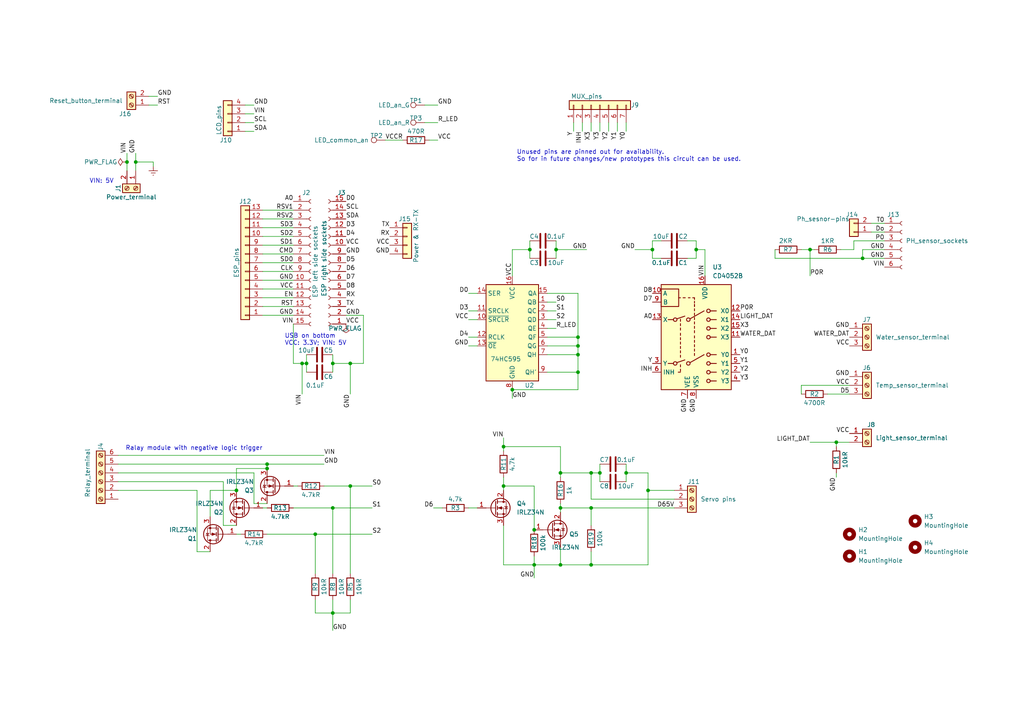
<source format=kicad_sch>
(kicad_sch (version 20230121) (generator eeschema)

  (uuid 60f012de-ecaa-41fb-b4e2-f0417ffff4b9)

  (paper "A4")

  (lib_symbols
    (symbol "74xx:74HC595" (in_bom yes) (on_board yes)
      (property "Reference" "U" (at -7.62 13.97 0)
        (effects (font (size 1.27 1.27)))
      )
      (property "Value" "74HC595" (at -7.62 -16.51 0)
        (effects (font (size 1.27 1.27)))
      )
      (property "Footprint" "" (at 0 0 0)
        (effects (font (size 1.27 1.27)) hide)
      )
      (property "Datasheet" "http://www.ti.com/lit/ds/symlink/sn74hc595.pdf" (at 0 0 0)
        (effects (font (size 1.27 1.27)) hide)
      )
      (property "ki_keywords" "HCMOS SR 3State" (at 0 0 0)
        (effects (font (size 1.27 1.27)) hide)
      )
      (property "ki_description" "8-bit serial in/out Shift Register 3-State Outputs" (at 0 0 0)
        (effects (font (size 1.27 1.27)) hide)
      )
      (property "ki_fp_filters" "DIP*W7.62mm* SOIC*3.9x9.9mm*P1.27mm* TSSOP*4.4x5mm*P0.65mm* SOIC*5.3x10.2mm*P1.27mm* SOIC*7.5x10.3mm*P1.27mm*" (at 0 0 0)
        (effects (font (size 1.27 1.27)) hide)
      )
      (symbol "74HC595_1_0"
        (pin tri_state line (at 10.16 7.62 180) (length 2.54)
          (name "QB" (effects (font (size 1.27 1.27))))
          (number "1" (effects (font (size 1.27 1.27))))
        )
        (pin input line (at -10.16 2.54 0) (length 2.54)
          (name "~{SRCLR}" (effects (font (size 1.27 1.27))))
          (number "10" (effects (font (size 1.27 1.27))))
        )
        (pin input line (at -10.16 5.08 0) (length 2.54)
          (name "SRCLK" (effects (font (size 1.27 1.27))))
          (number "11" (effects (font (size 1.27 1.27))))
        )
        (pin input line (at -10.16 -2.54 0) (length 2.54)
          (name "RCLK" (effects (font (size 1.27 1.27))))
          (number "12" (effects (font (size 1.27 1.27))))
        )
        (pin input line (at -10.16 -5.08 0) (length 2.54)
          (name "~{OE}" (effects (font (size 1.27 1.27))))
          (number "13" (effects (font (size 1.27 1.27))))
        )
        (pin input line (at -10.16 10.16 0) (length 2.54)
          (name "SER" (effects (font (size 1.27 1.27))))
          (number "14" (effects (font (size 1.27 1.27))))
        )
        (pin tri_state line (at 10.16 10.16 180) (length 2.54)
          (name "QA" (effects (font (size 1.27 1.27))))
          (number "15" (effects (font (size 1.27 1.27))))
        )
        (pin power_in line (at 0 15.24 270) (length 2.54)
          (name "VCC" (effects (font (size 1.27 1.27))))
          (number "16" (effects (font (size 1.27 1.27))))
        )
        (pin tri_state line (at 10.16 5.08 180) (length 2.54)
          (name "QC" (effects (font (size 1.27 1.27))))
          (number "2" (effects (font (size 1.27 1.27))))
        )
        (pin tri_state line (at 10.16 2.54 180) (length 2.54)
          (name "QD" (effects (font (size 1.27 1.27))))
          (number "3" (effects (font (size 1.27 1.27))))
        )
        (pin tri_state line (at 10.16 0 180) (length 2.54)
          (name "QE" (effects (font (size 1.27 1.27))))
          (number "4" (effects (font (size 1.27 1.27))))
        )
        (pin tri_state line (at 10.16 -2.54 180) (length 2.54)
          (name "QF" (effects (font (size 1.27 1.27))))
          (number "5" (effects (font (size 1.27 1.27))))
        )
        (pin tri_state line (at 10.16 -5.08 180) (length 2.54)
          (name "QG" (effects (font (size 1.27 1.27))))
          (number "6" (effects (font (size 1.27 1.27))))
        )
        (pin tri_state line (at 10.16 -7.62 180) (length 2.54)
          (name "QH" (effects (font (size 1.27 1.27))))
          (number "7" (effects (font (size 1.27 1.27))))
        )
        (pin power_in line (at 0 -17.78 90) (length 2.54)
          (name "GND" (effects (font (size 1.27 1.27))))
          (number "8" (effects (font (size 1.27 1.27))))
        )
        (pin output line (at 10.16 -12.7 180) (length 2.54)
          (name "QH'" (effects (font (size 1.27 1.27))))
          (number "9" (effects (font (size 1.27 1.27))))
        )
      )
      (symbol "74HC595_1_1"
        (rectangle (start -7.62 12.7) (end 7.62 -15.24)
          (stroke (width 0.254) (type default))
          (fill (type background))
        )
      )
    )
    (symbol "Analog_Switch:CD4052B" (in_bom yes) (on_board yes)
      (property "Reference" "U" (at -10.16 16.51 0)
        (effects (font (size 1.27 1.27)) (justify left))
      )
      (property "Value" "CD4052B" (at 3.81 16.51 0)
        (effects (font (size 1.27 1.27)) (justify left))
      )
      (property "Footprint" "" (at 3.81 -19.05 0)
        (effects (font (size 1.27 1.27)) (justify left) hide)
      )
      (property "Datasheet" "http://www.ti.com/lit/ds/symlink/cd4052b.pdf" (at -0.508 5.08 0)
        (effects (font (size 1.27 1.27)) hide)
      )
      (property "ki_keywords" "analog switch selector multiplexer" (at 0 0 0)
        (effects (font (size 1.27 1.27)) hide)
      )
      (property "ki_description" "CMOS double 4-channel analog multiplexer/demultiplexer, TSSOP-16/DIP-16/SOIC-16" (at 0 0 0)
        (effects (font (size 1.27 1.27)) hide)
      )
      (property "ki_fp_filters" "TSSOP*4.4x5mm*P0.65mm* DIP*W7.62* SOIC*3.9x9.9mm*P1.27mm* SO*5.3x10.2mm*P1.27mm*" (at 0 0 0)
        (effects (font (size 1.27 1.27)) hide)
      )
      (symbol "CD4052B_0_1"
        (rectangle (start -10.16 8.89) (end -5.08 13.97)
          (stroke (width 0.254) (type default))
          (fill (type none))
        )
        (rectangle (start -10.16 15.24) (end 10.16 -15.24)
          (stroke (width 0.254) (type default))
          (fill (type background))
        )
        (circle (center -6.096 -7.62) (radius 0.508)
          (stroke (width 0.254) (type default))
          (fill (type none))
        )
        (circle (center -6.096 5.08) (radius 0.508)
          (stroke (width 0.254) (type default))
          (fill (type none))
        )
        (circle (center -2.286 -7.62) (radius 0.508)
          (stroke (width 0.254) (type default))
          (fill (type none))
        )
        (circle (center -2.286 5.08) (radius 0.508)
          (stroke (width 0.254) (type default))
          (fill (type none))
        )
        (polyline
          (pts
            (xy -8.128 -7.62)
            (xy -6.604 -7.62)
          )
          (stroke (width 0.254) (type default))
          (fill (type none))
        )
        (polyline
          (pts
            (xy -8.128 5.08)
            (xy -6.604 5.08)
          )
          (stroke (width 0.254) (type default))
          (fill (type none))
        )
        (polyline
          (pts
            (xy -5.588 -7.366)
            (xy -3.302 -6.604)
          )
          (stroke (width 0.254) (type default))
          (fill (type none))
        )
        (polyline
          (pts
            (xy -5.588 5.334)
            (xy -3.302 6.096)
          )
          (stroke (width 0.254) (type default))
          (fill (type none))
        )
        (polyline
          (pts
            (xy -4.572 -10.16)
            (xy -5.207 -10.16)
          )
          (stroke (width 0.254) (type default))
          (fill (type none))
        )
        (polyline
          (pts
            (xy -4.572 -9.906)
            (xy -4.572 -9.271)
          )
          (stroke (width 0.254) (type default))
          (fill (type none))
        )
        (polyline
          (pts
            (xy -4.572 -8.636)
            (xy -4.572 -8.001)
          )
          (stroke (width 0.254) (type default))
          (fill (type none))
        )
        (polyline
          (pts
            (xy -4.572 -5.842)
            (xy -4.572 -5.207)
          )
          (stroke (width 0.254) (type default))
          (fill (type none))
        )
        (polyline
          (pts
            (xy -4.572 -4.572)
            (xy -4.572 -3.937)
          )
          (stroke (width 0.254) (type default))
          (fill (type none))
        )
        (polyline
          (pts
            (xy -4.572 -3.302)
            (xy -4.572 -2.667)
          )
          (stroke (width 0.254) (type default))
          (fill (type none))
        )
        (polyline
          (pts
            (xy -4.572 -2.032)
            (xy -4.572 -1.397)
          )
          (stroke (width 0.254) (type default))
          (fill (type none))
        )
        (polyline
          (pts
            (xy -4.572 -0.762)
            (xy -4.572 -0.127)
          )
          (stroke (width 0.254) (type default))
          (fill (type none))
        )
        (polyline
          (pts
            (xy -4.572 0.508)
            (xy -4.572 1.143)
          )
          (stroke (width 0.254) (type default))
          (fill (type none))
        )
        (polyline
          (pts
            (xy -4.572 2.032)
            (xy -4.572 2.667)
          )
          (stroke (width 0.254) (type default))
          (fill (type none))
        )
        (polyline
          (pts
            (xy -4.572 3.302)
            (xy -4.572 3.937)
          )
          (stroke (width 0.254) (type default))
          (fill (type none))
        )
        (polyline
          (pts
            (xy -4.572 4.572)
            (xy -4.572 5.207)
          )
          (stroke (width 0.254) (type default))
          (fill (type none))
        )
        (polyline
          (pts
            (xy -4.572 11.43)
            (xy -5.08 11.43)
          )
          (stroke (width 0.254) (type default))
          (fill (type none))
        )
        (polyline
          (pts
            (xy -3.81 11.43)
            (xy -3.175 11.43)
          )
          (stroke (width 0.254) (type default))
          (fill (type none))
        )
        (polyline
          (pts
            (xy -1.778 -7.366)
            (xy 2.286 -5.08)
          )
          (stroke (width 0.254) (type default))
          (fill (type none))
        )
        (polyline
          (pts
            (xy -1.778 5.334)
            (xy 2.286 7.62)
          )
          (stroke (width 0.254) (type default))
          (fill (type none))
        )
        (polyline
          (pts
            (xy -1.778 11.43)
            (xy -2.286 11.43)
          )
          (stroke (width 0.254) (type default))
          (fill (type none))
        )
        (polyline
          (pts
            (xy -0.508 -5.334)
            (xy -0.508 -4.699)
          )
          (stroke (width 0.254) (type default))
          (fill (type none))
        )
        (polyline
          (pts
            (xy -0.508 -4.064)
            (xy -0.508 -3.429)
          )
          (stroke (width 0.254) (type default))
          (fill (type none))
        )
        (polyline
          (pts
            (xy -0.508 -2.794)
            (xy -0.508 -2.159)
          )
          (stroke (width 0.254) (type default))
          (fill (type none))
        )
        (polyline
          (pts
            (xy -0.508 -1.524)
            (xy -0.508 -0.889)
          )
          (stroke (width 0.254) (type default))
          (fill (type none))
        )
        (polyline
          (pts
            (xy -0.508 -0.254)
            (xy -0.508 0.381)
          )
          (stroke (width 0.254) (type default))
          (fill (type none))
        )
        (polyline
          (pts
            (xy -0.508 1.27)
            (xy -0.508 1.905)
          )
          (stroke (width 0.254) (type default))
          (fill (type none))
        )
        (polyline
          (pts
            (xy -0.508 2.54)
            (xy -0.508 3.175)
          )
          (stroke (width 0.254) (type default))
          (fill (type none))
        )
        (polyline
          (pts
            (xy -0.508 3.81)
            (xy -0.508 4.445)
          )
          (stroke (width 0.254) (type default))
          (fill (type none))
        )
        (polyline
          (pts
            (xy -0.508 5.08)
            (xy -0.508 5.715)
          )
          (stroke (width 0.254) (type default))
          (fill (type none))
        )
        (polyline
          (pts
            (xy -0.508 6.35)
            (xy -0.508 6.985)
          )
          (stroke (width 0.254) (type default))
          (fill (type none))
        )
        (polyline
          (pts
            (xy -0.508 7.62)
            (xy -0.508 8.255)
          )
          (stroke (width 0.254) (type default))
          (fill (type none))
        )
        (polyline
          (pts
            (xy -0.508 8.89)
            (xy -0.508 9.398)
          )
          (stroke (width 0.254) (type default))
          (fill (type none))
        )
        (polyline
          (pts
            (xy -0.508 8.89)
            (xy -0.508 9.525)
          )
          (stroke (width 0.254) (type default))
          (fill (type none))
        )
        (polyline
          (pts
            (xy -0.508 9.906)
            (xy -0.508 10.414)
          )
          (stroke (width 0.254) (type default))
          (fill (type none))
        )
        (polyline
          (pts
            (xy -0.508 10.922)
            (xy -0.508 11.43)
          )
          (stroke (width 0.254) (type default))
          (fill (type none))
        )
        (polyline
          (pts
            (xy -0.508 11.43)
            (xy -1.016 11.43)
          )
          (stroke (width 0.254) (type default))
          (fill (type none))
        )
        (polyline
          (pts
            (xy 4.064 -12.7)
            (xy 5.842 -12.7)
          )
          (stroke (width 0.254) (type default))
          (fill (type none))
        )
        (polyline
          (pts
            (xy 4.064 -10.16)
            (xy 5.842 -10.16)
          )
          (stroke (width 0.254) (type default))
          (fill (type none))
        )
        (polyline
          (pts
            (xy 4.064 -7.62)
            (xy 5.842 -7.62)
          )
          (stroke (width 0.254) (type default))
          (fill (type none))
        )
        (polyline
          (pts
            (xy 4.064 -5.08)
            (xy 5.842 -5.08)
          )
          (stroke (width 0.254) (type default))
          (fill (type none))
        )
        (polyline
          (pts
            (xy 4.064 0)
            (xy 5.842 0)
          )
          (stroke (width 0.254) (type default))
          (fill (type none))
        )
        (polyline
          (pts
            (xy 4.064 2.54)
            (xy 5.842 2.54)
          )
          (stroke (width 0.254) (type default))
          (fill (type none))
        )
        (polyline
          (pts
            (xy 4.064 5.08)
            (xy 5.842 5.08)
          )
          (stroke (width 0.254) (type default))
          (fill (type none))
        )
        (polyline
          (pts
            (xy 4.064 7.62)
            (xy 5.842 7.62)
          )
          (stroke (width 0.254) (type default))
          (fill (type none))
        )
        (circle (center 3.556 -12.7) (radius 0.508)
          (stroke (width 0.254) (type default))
          (fill (type none))
        )
        (circle (center 3.556 -10.16) (radius 0.508)
          (stroke (width 0.254) (type default))
          (fill (type none))
        )
        (circle (center 3.556 -7.62) (radius 0.508)
          (stroke (width 0.254) (type default))
          (fill (type none))
        )
        (circle (center 3.556 -5.08) (radius 0.508)
          (stroke (width 0.254) (type default))
          (fill (type none))
        )
        (circle (center 3.556 0) (radius 0.508)
          (stroke (width 0.254) (type default))
          (fill (type none))
        )
        (circle (center 3.556 2.54) (radius 0.508)
          (stroke (width 0.254) (type default))
          (fill (type none))
        )
        (circle (center 3.556 5.08) (radius 0.508)
          (stroke (width 0.254) (type default))
          (fill (type none))
        )
        (circle (center 3.556 7.62) (radius 0.508)
          (stroke (width 0.254) (type default))
          (fill (type none))
        )
      )
      (symbol "CD4052B_1_1"
        (pin bidirectional line (at 12.7 -5.08 180) (length 2.54)
          (name "Y0" (effects (font (size 1.27 1.27))))
          (number "1" (effects (font (size 1.27 1.27))))
        )
        (pin input line (at -12.7 12.7 0) (length 2.54)
          (name "A" (effects (font (size 1.27 1.27))))
          (number "10" (effects (font (size 1.27 1.27))))
        )
        (pin bidirectional line (at 12.7 0 180) (length 2.54)
          (name "X3" (effects (font (size 1.27 1.27))))
          (number "11" (effects (font (size 1.27 1.27))))
        )
        (pin bidirectional line (at 12.7 7.62 180) (length 2.54)
          (name "X0" (effects (font (size 1.27 1.27))))
          (number "12" (effects (font (size 1.27 1.27))))
        )
        (pin bidirectional line (at -12.7 5.08 0) (length 2.54)
          (name "X" (effects (font (size 1.27 1.27))))
          (number "13" (effects (font (size 1.27 1.27))))
        )
        (pin bidirectional line (at 12.7 5.08 180) (length 2.54)
          (name "X1" (effects (font (size 1.27 1.27))))
          (number "14" (effects (font (size 1.27 1.27))))
        )
        (pin bidirectional line (at 12.7 2.54 180) (length 2.54)
          (name "X2" (effects (font (size 1.27 1.27))))
          (number "15" (effects (font (size 1.27 1.27))))
        )
        (pin power_in line (at 2.54 17.78 270) (length 2.54)
          (name "VDD" (effects (font (size 1.27 1.27))))
          (number "16" (effects (font (size 1.27 1.27))))
        )
        (pin bidirectional line (at 12.7 -10.16 180) (length 2.54)
          (name "Y2" (effects (font (size 1.27 1.27))))
          (number "2" (effects (font (size 1.27 1.27))))
        )
        (pin bidirectional line (at -12.7 -7.62 0) (length 2.54)
          (name "Y" (effects (font (size 1.27 1.27))))
          (number "3" (effects (font (size 1.27 1.27))))
        )
        (pin bidirectional line (at 12.7 -12.7 180) (length 2.54)
          (name "Y3" (effects (font (size 1.27 1.27))))
          (number "4" (effects (font (size 1.27 1.27))))
        )
        (pin bidirectional line (at 12.7 -7.62 180) (length 2.54)
          (name "Y1" (effects (font (size 1.27 1.27))))
          (number "5" (effects (font (size 1.27 1.27))))
        )
        (pin input line (at -12.7 -10.16 0) (length 2.54)
          (name "INH" (effects (font (size 1.27 1.27))))
          (number "6" (effects (font (size 1.27 1.27))))
        )
        (pin power_in line (at -2.54 -17.78 90) (length 2.54)
          (name "VEE" (effects (font (size 1.27 1.27))))
          (number "7" (effects (font (size 1.27 1.27))))
        )
        (pin power_in line (at 0 -17.78 90) (length 2.54)
          (name "VSS" (effects (font (size 1.27 1.27))))
          (number "8" (effects (font (size 1.27 1.27))))
        )
        (pin input line (at -12.7 10.16 0) (length 2.54)
          (name "B" (effects (font (size 1.27 1.27))))
          (number "9" (effects (font (size 1.27 1.27))))
        )
      )
    )
    (symbol "Connector:Conn_01x06_Socket" (pin_names (offset 1.016) hide) (in_bom yes) (on_board yes)
      (property "Reference" "J" (at 0 7.62 0)
        (effects (font (size 1.27 1.27)))
      )
      (property "Value" "Conn_01x06_Socket" (at 0 -10.16 0)
        (effects (font (size 1.27 1.27)))
      )
      (property "Footprint" "" (at 0 0 0)
        (effects (font (size 1.27 1.27)) hide)
      )
      (property "Datasheet" "~" (at 0 0 0)
        (effects (font (size 1.27 1.27)) hide)
      )
      (property "ki_locked" "" (at 0 0 0)
        (effects (font (size 1.27 1.27)))
      )
      (property "ki_keywords" "connector" (at 0 0 0)
        (effects (font (size 1.27 1.27)) hide)
      )
      (property "ki_description" "Generic connector, single row, 01x06, script generated" (at 0 0 0)
        (effects (font (size 1.27 1.27)) hide)
      )
      (property "ki_fp_filters" "Connector*:*_1x??_*" (at 0 0 0)
        (effects (font (size 1.27 1.27)) hide)
      )
      (symbol "Conn_01x06_Socket_1_1"
        (arc (start 0 -7.112) (mid -0.5058 -7.62) (end 0 -8.128)
          (stroke (width 0.1524) (type default))
          (fill (type none))
        )
        (arc (start 0 -4.572) (mid -0.5058 -5.08) (end 0 -5.588)
          (stroke (width 0.1524) (type default))
          (fill (type none))
        )
        (arc (start 0 -2.032) (mid -0.5058 -2.54) (end 0 -3.048)
          (stroke (width 0.1524) (type default))
          (fill (type none))
        )
        (polyline
          (pts
            (xy -1.27 -7.62)
            (xy -0.508 -7.62)
          )
          (stroke (width 0.1524) (type default))
          (fill (type none))
        )
        (polyline
          (pts
            (xy -1.27 -5.08)
            (xy -0.508 -5.08)
          )
          (stroke (width 0.1524) (type default))
          (fill (type none))
        )
        (polyline
          (pts
            (xy -1.27 -2.54)
            (xy -0.508 -2.54)
          )
          (stroke (width 0.1524) (type default))
          (fill (type none))
        )
        (polyline
          (pts
            (xy -1.27 0)
            (xy -0.508 0)
          )
          (stroke (width 0.1524) (type default))
          (fill (type none))
        )
        (polyline
          (pts
            (xy -1.27 2.54)
            (xy -0.508 2.54)
          )
          (stroke (width 0.1524) (type default))
          (fill (type none))
        )
        (polyline
          (pts
            (xy -1.27 5.08)
            (xy -0.508 5.08)
          )
          (stroke (width 0.1524) (type default))
          (fill (type none))
        )
        (arc (start 0 0.508) (mid -0.5058 0) (end 0 -0.508)
          (stroke (width 0.1524) (type default))
          (fill (type none))
        )
        (arc (start 0 3.048) (mid -0.5058 2.54) (end 0 2.032)
          (stroke (width 0.1524) (type default))
          (fill (type none))
        )
        (arc (start 0 5.588) (mid -0.5058 5.08) (end 0 4.572)
          (stroke (width 0.1524) (type default))
          (fill (type none))
        )
        (pin passive line (at -5.08 5.08 0) (length 3.81)
          (name "Pin_1" (effects (font (size 1.27 1.27))))
          (number "1" (effects (font (size 1.27 1.27))))
        )
        (pin passive line (at -5.08 2.54 0) (length 3.81)
          (name "Pin_2" (effects (font (size 1.27 1.27))))
          (number "2" (effects (font (size 1.27 1.27))))
        )
        (pin passive line (at -5.08 0 0) (length 3.81)
          (name "Pin_3" (effects (font (size 1.27 1.27))))
          (number "3" (effects (font (size 1.27 1.27))))
        )
        (pin passive line (at -5.08 -2.54 0) (length 3.81)
          (name "Pin_4" (effects (font (size 1.27 1.27))))
          (number "4" (effects (font (size 1.27 1.27))))
        )
        (pin passive line (at -5.08 -5.08 0) (length 3.81)
          (name "Pin_5" (effects (font (size 1.27 1.27))))
          (number "5" (effects (font (size 1.27 1.27))))
        )
        (pin passive line (at -5.08 -7.62 0) (length 3.81)
          (name "Pin_6" (effects (font (size 1.27 1.27))))
          (number "6" (effects (font (size 1.27 1.27))))
        )
      )
    )
    (symbol "Connector:Conn_01x15_Socket" (pin_names (offset 1.016) hide) (in_bom yes) (on_board yes)
      (property "Reference" "J" (at 0 20.32 0)
        (effects (font (size 1.27 1.27)))
      )
      (property "Value" "Conn_01x15_Socket" (at 0 -20.32 0)
        (effects (font (size 1.27 1.27)))
      )
      (property "Footprint" "" (at 0 0 0)
        (effects (font (size 1.27 1.27)) hide)
      )
      (property "Datasheet" "~" (at 0 0 0)
        (effects (font (size 1.27 1.27)) hide)
      )
      (property "ki_locked" "" (at 0 0 0)
        (effects (font (size 1.27 1.27)))
      )
      (property "ki_keywords" "connector" (at 0 0 0)
        (effects (font (size 1.27 1.27)) hide)
      )
      (property "ki_description" "Generic connector, single row, 01x15, script generated" (at 0 0 0)
        (effects (font (size 1.27 1.27)) hide)
      )
      (property "ki_fp_filters" "Connector*:*_1x??_*" (at 0 0 0)
        (effects (font (size 1.27 1.27)) hide)
      )
      (symbol "Conn_01x15_Socket_1_1"
        (arc (start 0 -17.272) (mid -0.5058 -17.78) (end 0 -18.288)
          (stroke (width 0.1524) (type default))
          (fill (type none))
        )
        (arc (start 0 -14.732) (mid -0.5058 -15.24) (end 0 -15.748)
          (stroke (width 0.1524) (type default))
          (fill (type none))
        )
        (arc (start 0 -12.192) (mid -0.5058 -12.7) (end 0 -13.208)
          (stroke (width 0.1524) (type default))
          (fill (type none))
        )
        (arc (start 0 -9.652) (mid -0.5058 -10.16) (end 0 -10.668)
          (stroke (width 0.1524) (type default))
          (fill (type none))
        )
        (arc (start 0 -7.112) (mid -0.5058 -7.62) (end 0 -8.128)
          (stroke (width 0.1524) (type default))
          (fill (type none))
        )
        (arc (start 0 -4.572) (mid -0.5058 -5.08) (end 0 -5.588)
          (stroke (width 0.1524) (type default))
          (fill (type none))
        )
        (arc (start 0 -2.032) (mid -0.5058 -2.54) (end 0 -3.048)
          (stroke (width 0.1524) (type default))
          (fill (type none))
        )
        (polyline
          (pts
            (xy -1.27 -17.78)
            (xy -0.508 -17.78)
          )
          (stroke (width 0.1524) (type default))
          (fill (type none))
        )
        (polyline
          (pts
            (xy -1.27 -15.24)
            (xy -0.508 -15.24)
          )
          (stroke (width 0.1524) (type default))
          (fill (type none))
        )
        (polyline
          (pts
            (xy -1.27 -12.7)
            (xy -0.508 -12.7)
          )
          (stroke (width 0.1524) (type default))
          (fill (type none))
        )
        (polyline
          (pts
            (xy -1.27 -10.16)
            (xy -0.508 -10.16)
          )
          (stroke (width 0.1524) (type default))
          (fill (type none))
        )
        (polyline
          (pts
            (xy -1.27 -7.62)
            (xy -0.508 -7.62)
          )
          (stroke (width 0.1524) (type default))
          (fill (type none))
        )
        (polyline
          (pts
            (xy -1.27 -5.08)
            (xy -0.508 -5.08)
          )
          (stroke (width 0.1524) (type default))
          (fill (type none))
        )
        (polyline
          (pts
            (xy -1.27 -2.54)
            (xy -0.508 -2.54)
          )
          (stroke (width 0.1524) (type default))
          (fill (type none))
        )
        (polyline
          (pts
            (xy -1.27 0)
            (xy -0.508 0)
          )
          (stroke (width 0.1524) (type default))
          (fill (type none))
        )
        (polyline
          (pts
            (xy -1.27 2.54)
            (xy -0.508 2.54)
          )
          (stroke (width 0.1524) (type default))
          (fill (type none))
        )
        (polyline
          (pts
            (xy -1.27 5.08)
            (xy -0.508 5.08)
          )
          (stroke (width 0.1524) (type default))
          (fill (type none))
        )
        (polyline
          (pts
            (xy -1.27 7.62)
            (xy -0.508 7.62)
          )
          (stroke (width 0.1524) (type default))
          (fill (type none))
        )
        (polyline
          (pts
            (xy -1.27 10.16)
            (xy -0.508 10.16)
          )
          (stroke (width 0.1524) (type default))
          (fill (type none))
        )
        (polyline
          (pts
            (xy -1.27 12.7)
            (xy -0.508 12.7)
          )
          (stroke (width 0.1524) (type default))
          (fill (type none))
        )
        (polyline
          (pts
            (xy -1.27 15.24)
            (xy -0.508 15.24)
          )
          (stroke (width 0.1524) (type default))
          (fill (type none))
        )
        (polyline
          (pts
            (xy -1.27 17.78)
            (xy -0.508 17.78)
          )
          (stroke (width 0.1524) (type default))
          (fill (type none))
        )
        (arc (start 0 0.508) (mid -0.5058 0) (end 0 -0.508)
          (stroke (width 0.1524) (type default))
          (fill (type none))
        )
        (arc (start 0 3.048) (mid -0.5058 2.54) (end 0 2.032)
          (stroke (width 0.1524) (type default))
          (fill (type none))
        )
        (arc (start 0 5.588) (mid -0.5058 5.08) (end 0 4.572)
          (stroke (width 0.1524) (type default))
          (fill (type none))
        )
        (arc (start 0 8.128) (mid -0.5058 7.62) (end 0 7.112)
          (stroke (width 0.1524) (type default))
          (fill (type none))
        )
        (arc (start 0 10.668) (mid -0.5058 10.16) (end 0 9.652)
          (stroke (width 0.1524) (type default))
          (fill (type none))
        )
        (arc (start 0 13.208) (mid -0.5058 12.7) (end 0 12.192)
          (stroke (width 0.1524) (type default))
          (fill (type none))
        )
        (arc (start 0 15.748) (mid -0.5058 15.24) (end 0 14.732)
          (stroke (width 0.1524) (type default))
          (fill (type none))
        )
        (arc (start 0 18.288) (mid -0.5058 17.78) (end 0 17.272)
          (stroke (width 0.1524) (type default))
          (fill (type none))
        )
        (pin passive line (at -5.08 17.78 0) (length 3.81)
          (name "Pin_1" (effects (font (size 1.27 1.27))))
          (number "1" (effects (font (size 1.27 1.27))))
        )
        (pin passive line (at -5.08 -5.08 0) (length 3.81)
          (name "Pin_10" (effects (font (size 1.27 1.27))))
          (number "10" (effects (font (size 1.27 1.27))))
        )
        (pin passive line (at -5.08 -7.62 0) (length 3.81)
          (name "Pin_11" (effects (font (size 1.27 1.27))))
          (number "11" (effects (font (size 1.27 1.27))))
        )
        (pin passive line (at -5.08 -10.16 0) (length 3.81)
          (name "Pin_12" (effects (font (size 1.27 1.27))))
          (number "12" (effects (font (size 1.27 1.27))))
        )
        (pin passive line (at -5.08 -12.7 0) (length 3.81)
          (name "Pin_13" (effects (font (size 1.27 1.27))))
          (number "13" (effects (font (size 1.27 1.27))))
        )
        (pin passive line (at -5.08 -15.24 0) (length 3.81)
          (name "Pin_14" (effects (font (size 1.27 1.27))))
          (number "14" (effects (font (size 1.27 1.27))))
        )
        (pin passive line (at -5.08 -17.78 0) (length 3.81)
          (name "Pin_15" (effects (font (size 1.27 1.27))))
          (number "15" (effects (font (size 1.27 1.27))))
        )
        (pin passive line (at -5.08 15.24 0) (length 3.81)
          (name "Pin_2" (effects (font (size 1.27 1.27))))
          (number "2" (effects (font (size 1.27 1.27))))
        )
        (pin passive line (at -5.08 12.7 0) (length 3.81)
          (name "Pin_3" (effects (font (size 1.27 1.27))))
          (number "3" (effects (font (size 1.27 1.27))))
        )
        (pin passive line (at -5.08 10.16 0) (length 3.81)
          (name "Pin_4" (effects (font (size 1.27 1.27))))
          (number "4" (effects (font (size 1.27 1.27))))
        )
        (pin passive line (at -5.08 7.62 0) (length 3.81)
          (name "Pin_5" (effects (font (size 1.27 1.27))))
          (number "5" (effects (font (size 1.27 1.27))))
        )
        (pin passive line (at -5.08 5.08 0) (length 3.81)
          (name "Pin_6" (effects (font (size 1.27 1.27))))
          (number "6" (effects (font (size 1.27 1.27))))
        )
        (pin passive line (at -5.08 2.54 0) (length 3.81)
          (name "Pin_7" (effects (font (size 1.27 1.27))))
          (number "7" (effects (font (size 1.27 1.27))))
        )
        (pin passive line (at -5.08 0 0) (length 3.81)
          (name "Pin_8" (effects (font (size 1.27 1.27))))
          (number "8" (effects (font (size 1.27 1.27))))
        )
        (pin passive line (at -5.08 -2.54 0) (length 3.81)
          (name "Pin_9" (effects (font (size 1.27 1.27))))
          (number "9" (effects (font (size 1.27 1.27))))
        )
      )
    )
    (symbol "Connector:Screw_Terminal_01x02" (pin_names (offset 1.016) hide) (in_bom yes) (on_board yes)
      (property "Reference" "J" (at 0 2.54 0)
        (effects (font (size 1.27 1.27)))
      )
      (property "Value" "Screw_Terminal_01x02" (at 0 -5.08 0)
        (effects (font (size 1.27 1.27)))
      )
      (property "Footprint" "" (at 0 0 0)
        (effects (font (size 1.27 1.27)) hide)
      )
      (property "Datasheet" "~" (at 0 0 0)
        (effects (font (size 1.27 1.27)) hide)
      )
      (property "ki_keywords" "screw terminal" (at 0 0 0)
        (effects (font (size 1.27 1.27)) hide)
      )
      (property "ki_description" "Generic screw terminal, single row, 01x02, script generated (kicad-library-utils/schlib/autogen/connector/)" (at 0 0 0)
        (effects (font (size 1.27 1.27)) hide)
      )
      (property "ki_fp_filters" "TerminalBlock*:*" (at 0 0 0)
        (effects (font (size 1.27 1.27)) hide)
      )
      (symbol "Screw_Terminal_01x02_1_1"
        (rectangle (start -1.27 1.27) (end 1.27 -3.81)
          (stroke (width 0.254) (type default))
          (fill (type background))
        )
        (circle (center 0 -2.54) (radius 0.635)
          (stroke (width 0.1524) (type default))
          (fill (type none))
        )
        (polyline
          (pts
            (xy -0.5334 -2.2098)
            (xy 0.3302 -3.048)
          )
          (stroke (width 0.1524) (type default))
          (fill (type none))
        )
        (polyline
          (pts
            (xy -0.5334 0.3302)
            (xy 0.3302 -0.508)
          )
          (stroke (width 0.1524) (type default))
          (fill (type none))
        )
        (polyline
          (pts
            (xy -0.3556 -2.032)
            (xy 0.508 -2.8702)
          )
          (stroke (width 0.1524) (type default))
          (fill (type none))
        )
        (polyline
          (pts
            (xy -0.3556 0.508)
            (xy 0.508 -0.3302)
          )
          (stroke (width 0.1524) (type default))
          (fill (type none))
        )
        (circle (center 0 0) (radius 0.635)
          (stroke (width 0.1524) (type default))
          (fill (type none))
        )
        (pin passive line (at -5.08 0 0) (length 3.81)
          (name "Pin_1" (effects (font (size 1.27 1.27))))
          (number "1" (effects (font (size 1.27 1.27))))
        )
        (pin passive line (at -5.08 -2.54 0) (length 3.81)
          (name "Pin_2" (effects (font (size 1.27 1.27))))
          (number "2" (effects (font (size 1.27 1.27))))
        )
      )
    )
    (symbol "Connector:Screw_Terminal_01x03" (pin_names (offset 1.016) hide) (in_bom yes) (on_board yes)
      (property "Reference" "J" (at 0 5.08 0)
        (effects (font (size 1.27 1.27)))
      )
      (property "Value" "Screw_Terminal_01x03" (at 0 -5.08 0)
        (effects (font (size 1.27 1.27)))
      )
      (property "Footprint" "" (at 0 0 0)
        (effects (font (size 1.27 1.27)) hide)
      )
      (property "Datasheet" "~" (at 0 0 0)
        (effects (font (size 1.27 1.27)) hide)
      )
      (property "ki_keywords" "screw terminal" (at 0 0 0)
        (effects (font (size 1.27 1.27)) hide)
      )
      (property "ki_description" "Generic screw terminal, single row, 01x03, script generated (kicad-library-utils/schlib/autogen/connector/)" (at 0 0 0)
        (effects (font (size 1.27 1.27)) hide)
      )
      (property "ki_fp_filters" "TerminalBlock*:*" (at 0 0 0)
        (effects (font (size 1.27 1.27)) hide)
      )
      (symbol "Screw_Terminal_01x03_1_1"
        (rectangle (start -1.27 3.81) (end 1.27 -3.81)
          (stroke (width 0.254) (type default))
          (fill (type background))
        )
        (circle (center 0 -2.54) (radius 0.635)
          (stroke (width 0.1524) (type default))
          (fill (type none))
        )
        (polyline
          (pts
            (xy -0.5334 -2.2098)
            (xy 0.3302 -3.048)
          )
          (stroke (width 0.1524) (type default))
          (fill (type none))
        )
        (polyline
          (pts
            (xy -0.5334 0.3302)
            (xy 0.3302 -0.508)
          )
          (stroke (width 0.1524) (type default))
          (fill (type none))
        )
        (polyline
          (pts
            (xy -0.5334 2.8702)
            (xy 0.3302 2.032)
          )
          (stroke (width 0.1524) (type default))
          (fill (type none))
        )
        (polyline
          (pts
            (xy -0.3556 -2.032)
            (xy 0.508 -2.8702)
          )
          (stroke (width 0.1524) (type default))
          (fill (type none))
        )
        (polyline
          (pts
            (xy -0.3556 0.508)
            (xy 0.508 -0.3302)
          )
          (stroke (width 0.1524) (type default))
          (fill (type none))
        )
        (polyline
          (pts
            (xy -0.3556 3.048)
            (xy 0.508 2.2098)
          )
          (stroke (width 0.1524) (type default))
          (fill (type none))
        )
        (circle (center 0 0) (radius 0.635)
          (stroke (width 0.1524) (type default))
          (fill (type none))
        )
        (circle (center 0 2.54) (radius 0.635)
          (stroke (width 0.1524) (type default))
          (fill (type none))
        )
        (pin passive line (at -5.08 2.54 0) (length 3.81)
          (name "Pin_1" (effects (font (size 1.27 1.27))))
          (number "1" (effects (font (size 1.27 1.27))))
        )
        (pin passive line (at -5.08 0 0) (length 3.81)
          (name "Pin_2" (effects (font (size 1.27 1.27))))
          (number "2" (effects (font (size 1.27 1.27))))
        )
        (pin passive line (at -5.08 -2.54 0) (length 3.81)
          (name "Pin_3" (effects (font (size 1.27 1.27))))
          (number "3" (effects (font (size 1.27 1.27))))
        )
      )
    )
    (symbol "Connector:Screw_Terminal_01x06" (pin_names (offset 1.016) hide) (in_bom yes) (on_board yes)
      (property "Reference" "J" (at 0 7.62 0)
        (effects (font (size 1.27 1.27)))
      )
      (property "Value" "Screw_Terminal_01x06" (at 0 -10.16 0)
        (effects (font (size 1.27 1.27)))
      )
      (property "Footprint" "" (at 0 0 0)
        (effects (font (size 1.27 1.27)) hide)
      )
      (property "Datasheet" "~" (at 0 0 0)
        (effects (font (size 1.27 1.27)) hide)
      )
      (property "ki_keywords" "screw terminal" (at 0 0 0)
        (effects (font (size 1.27 1.27)) hide)
      )
      (property "ki_description" "Generic screw terminal, single row, 01x06, script generated (kicad-library-utils/schlib/autogen/connector/)" (at 0 0 0)
        (effects (font (size 1.27 1.27)) hide)
      )
      (property "ki_fp_filters" "TerminalBlock*:*" (at 0 0 0)
        (effects (font (size 1.27 1.27)) hide)
      )
      (symbol "Screw_Terminal_01x06_1_1"
        (rectangle (start -1.27 6.35) (end 1.27 -8.89)
          (stroke (width 0.254) (type default))
          (fill (type background))
        )
        (circle (center 0 -7.62) (radius 0.635)
          (stroke (width 0.1524) (type default))
          (fill (type none))
        )
        (circle (center 0 -5.08) (radius 0.635)
          (stroke (width 0.1524) (type default))
          (fill (type none))
        )
        (circle (center 0 -2.54) (radius 0.635)
          (stroke (width 0.1524) (type default))
          (fill (type none))
        )
        (polyline
          (pts
            (xy -0.5334 -7.2898)
            (xy 0.3302 -8.128)
          )
          (stroke (width 0.1524) (type default))
          (fill (type none))
        )
        (polyline
          (pts
            (xy -0.5334 -4.7498)
            (xy 0.3302 -5.588)
          )
          (stroke (width 0.1524) (type default))
          (fill (type none))
        )
        (polyline
          (pts
            (xy -0.5334 -2.2098)
            (xy 0.3302 -3.048)
          )
          (stroke (width 0.1524) (type default))
          (fill (type none))
        )
        (polyline
          (pts
            (xy -0.5334 0.3302)
            (xy 0.3302 -0.508)
          )
          (stroke (width 0.1524) (type default))
          (fill (type none))
        )
        (polyline
          (pts
            (xy -0.5334 2.8702)
            (xy 0.3302 2.032)
          )
          (stroke (width 0.1524) (type default))
          (fill (type none))
        )
        (polyline
          (pts
            (xy -0.5334 5.4102)
            (xy 0.3302 4.572)
          )
          (stroke (width 0.1524) (type default))
          (fill (type none))
        )
        (polyline
          (pts
            (xy -0.3556 -7.112)
            (xy 0.508 -7.9502)
          )
          (stroke (width 0.1524) (type default))
          (fill (type none))
        )
        (polyline
          (pts
            (xy -0.3556 -4.572)
            (xy 0.508 -5.4102)
          )
          (stroke (width 0.1524) (type default))
          (fill (type none))
        )
        (polyline
          (pts
            (xy -0.3556 -2.032)
            (xy 0.508 -2.8702)
          )
          (stroke (width 0.1524) (type default))
          (fill (type none))
        )
        (polyline
          (pts
            (xy -0.3556 0.508)
            (xy 0.508 -0.3302)
          )
          (stroke (width 0.1524) (type default))
          (fill (type none))
        )
        (polyline
          (pts
            (xy -0.3556 3.048)
            (xy 0.508 2.2098)
          )
          (stroke (width 0.1524) (type default))
          (fill (type none))
        )
        (polyline
          (pts
            (xy -0.3556 5.588)
            (xy 0.508 4.7498)
          )
          (stroke (width 0.1524) (type default))
          (fill (type none))
        )
        (circle (center 0 0) (radius 0.635)
          (stroke (width 0.1524) (type default))
          (fill (type none))
        )
        (circle (center 0 2.54) (radius 0.635)
          (stroke (width 0.1524) (type default))
          (fill (type none))
        )
        (circle (center 0 5.08) (radius 0.635)
          (stroke (width 0.1524) (type default))
          (fill (type none))
        )
        (pin passive line (at -5.08 5.08 0) (length 3.81)
          (name "Pin_1" (effects (font (size 1.27 1.27))))
          (number "1" (effects (font (size 1.27 1.27))))
        )
        (pin passive line (at -5.08 2.54 0) (length 3.81)
          (name "Pin_2" (effects (font (size 1.27 1.27))))
          (number "2" (effects (font (size 1.27 1.27))))
        )
        (pin passive line (at -5.08 0 0) (length 3.81)
          (name "Pin_3" (effects (font (size 1.27 1.27))))
          (number "3" (effects (font (size 1.27 1.27))))
        )
        (pin passive line (at -5.08 -2.54 0) (length 3.81)
          (name "Pin_4" (effects (font (size 1.27 1.27))))
          (number "4" (effects (font (size 1.27 1.27))))
        )
        (pin passive line (at -5.08 -5.08 0) (length 3.81)
          (name "Pin_5" (effects (font (size 1.27 1.27))))
          (number "5" (effects (font (size 1.27 1.27))))
        )
        (pin passive line (at -5.08 -7.62 0) (length 3.81)
          (name "Pin_6" (effects (font (size 1.27 1.27))))
          (number "6" (effects (font (size 1.27 1.27))))
        )
      )
    )
    (symbol "Connector:TestPoint" (pin_numbers hide) (pin_names (offset 0.762) hide) (in_bom yes) (on_board yes)
      (property "Reference" "TP" (at 0 6.858 0)
        (effects (font (size 1.27 1.27)))
      )
      (property "Value" "TestPoint" (at 0 5.08 0)
        (effects (font (size 1.27 1.27)))
      )
      (property "Footprint" "" (at 5.08 0 0)
        (effects (font (size 1.27 1.27)) hide)
      )
      (property "Datasheet" "~" (at 5.08 0 0)
        (effects (font (size 1.27 1.27)) hide)
      )
      (property "ki_keywords" "test point tp" (at 0 0 0)
        (effects (font (size 1.27 1.27)) hide)
      )
      (property "ki_description" "test point" (at 0 0 0)
        (effects (font (size 1.27 1.27)) hide)
      )
      (property "ki_fp_filters" "Pin* Test*" (at 0 0 0)
        (effects (font (size 1.27 1.27)) hide)
      )
      (symbol "TestPoint_0_1"
        (circle (center 0 3.302) (radius 0.762)
          (stroke (width 0) (type default))
          (fill (type none))
        )
      )
      (symbol "TestPoint_1_1"
        (pin passive line (at 0 0 90) (length 2.54)
          (name "1" (effects (font (size 1.27 1.27))))
          (number "1" (effects (font (size 1.27 1.27))))
        )
      )
    )
    (symbol "Connector_Generic:Conn_01x02" (pin_names (offset 1.016) hide) (in_bom yes) (on_board yes)
      (property "Reference" "J" (at 0 2.54 0)
        (effects (font (size 1.27 1.27)))
      )
      (property "Value" "Conn_01x02" (at 0 -5.08 0)
        (effects (font (size 1.27 1.27)))
      )
      (property "Footprint" "" (at 0 0 0)
        (effects (font (size 1.27 1.27)) hide)
      )
      (property "Datasheet" "~" (at 0 0 0)
        (effects (font (size 1.27 1.27)) hide)
      )
      (property "ki_keywords" "connector" (at 0 0 0)
        (effects (font (size 1.27 1.27)) hide)
      )
      (property "ki_description" "Generic connector, single row, 01x02, script generated (kicad-library-utils/schlib/autogen/connector/)" (at 0 0 0)
        (effects (font (size 1.27 1.27)) hide)
      )
      (property "ki_fp_filters" "Connector*:*_1x??_*" (at 0 0 0)
        (effects (font (size 1.27 1.27)) hide)
      )
      (symbol "Conn_01x02_1_1"
        (rectangle (start -1.27 -2.413) (end 0 -2.667)
          (stroke (width 0.1524) (type default))
          (fill (type none))
        )
        (rectangle (start -1.27 0.127) (end 0 -0.127)
          (stroke (width 0.1524) (type default))
          (fill (type none))
        )
        (rectangle (start -1.27 1.27) (end 1.27 -3.81)
          (stroke (width 0.254) (type default))
          (fill (type background))
        )
        (pin passive line (at -5.08 0 0) (length 3.81)
          (name "Pin_1" (effects (font (size 1.27 1.27))))
          (number "1" (effects (font (size 1.27 1.27))))
        )
        (pin passive line (at -5.08 -2.54 0) (length 3.81)
          (name "Pin_2" (effects (font (size 1.27 1.27))))
          (number "2" (effects (font (size 1.27 1.27))))
        )
      )
    )
    (symbol "Connector_Generic:Conn_01x04" (pin_names (offset 1.016) hide) (in_bom yes) (on_board yes)
      (property "Reference" "J" (at 0 5.08 0)
        (effects (font (size 1.27 1.27)))
      )
      (property "Value" "Conn_01x04" (at 0 -7.62 0)
        (effects (font (size 1.27 1.27)))
      )
      (property "Footprint" "" (at 0 0 0)
        (effects (font (size 1.27 1.27)) hide)
      )
      (property "Datasheet" "~" (at 0 0 0)
        (effects (font (size 1.27 1.27)) hide)
      )
      (property "ki_keywords" "connector" (at 0 0 0)
        (effects (font (size 1.27 1.27)) hide)
      )
      (property "ki_description" "Generic connector, single row, 01x04, script generated (kicad-library-utils/schlib/autogen/connector/)" (at 0 0 0)
        (effects (font (size 1.27 1.27)) hide)
      )
      (property "ki_fp_filters" "Connector*:*_1x??_*" (at 0 0 0)
        (effects (font (size 1.27 1.27)) hide)
      )
      (symbol "Conn_01x04_1_1"
        (rectangle (start -1.27 -4.953) (end 0 -5.207)
          (stroke (width 0.1524) (type default))
          (fill (type none))
        )
        (rectangle (start -1.27 -2.413) (end 0 -2.667)
          (stroke (width 0.1524) (type default))
          (fill (type none))
        )
        (rectangle (start -1.27 0.127) (end 0 -0.127)
          (stroke (width 0.1524) (type default))
          (fill (type none))
        )
        (rectangle (start -1.27 2.667) (end 0 2.413)
          (stroke (width 0.1524) (type default))
          (fill (type none))
        )
        (rectangle (start -1.27 3.81) (end 1.27 -6.35)
          (stroke (width 0.254) (type default))
          (fill (type background))
        )
        (pin passive line (at -5.08 2.54 0) (length 3.81)
          (name "Pin_1" (effects (font (size 1.27 1.27))))
          (number "1" (effects (font (size 1.27 1.27))))
        )
        (pin passive line (at -5.08 0 0) (length 3.81)
          (name "Pin_2" (effects (font (size 1.27 1.27))))
          (number "2" (effects (font (size 1.27 1.27))))
        )
        (pin passive line (at -5.08 -2.54 0) (length 3.81)
          (name "Pin_3" (effects (font (size 1.27 1.27))))
          (number "3" (effects (font (size 1.27 1.27))))
        )
        (pin passive line (at -5.08 -5.08 0) (length 3.81)
          (name "Pin_4" (effects (font (size 1.27 1.27))))
          (number "4" (effects (font (size 1.27 1.27))))
        )
      )
    )
    (symbol "Connector_Generic:Conn_01x07" (pin_names (offset 1.016) hide) (in_bom yes) (on_board yes)
      (property "Reference" "J" (at 0 10.16 0)
        (effects (font (size 1.27 1.27)))
      )
      (property "Value" "Conn_01x07" (at 0 -10.16 0)
        (effects (font (size 1.27 1.27)))
      )
      (property "Footprint" "" (at 0 0 0)
        (effects (font (size 1.27 1.27)) hide)
      )
      (property "Datasheet" "~" (at 0 0 0)
        (effects (font (size 1.27 1.27)) hide)
      )
      (property "ki_keywords" "connector" (at 0 0 0)
        (effects (font (size 1.27 1.27)) hide)
      )
      (property "ki_description" "Generic connector, single row, 01x07, script generated (kicad-library-utils/schlib/autogen/connector/)" (at 0 0 0)
        (effects (font (size 1.27 1.27)) hide)
      )
      (property "ki_fp_filters" "Connector*:*_1x??_*" (at 0 0 0)
        (effects (font (size 1.27 1.27)) hide)
      )
      (symbol "Conn_01x07_1_1"
        (rectangle (start -1.27 -7.493) (end 0 -7.747)
          (stroke (width 0.1524) (type default))
          (fill (type none))
        )
        (rectangle (start -1.27 -4.953) (end 0 -5.207)
          (stroke (width 0.1524) (type default))
          (fill (type none))
        )
        (rectangle (start -1.27 -2.413) (end 0 -2.667)
          (stroke (width 0.1524) (type default))
          (fill (type none))
        )
        (rectangle (start -1.27 0.127) (end 0 -0.127)
          (stroke (width 0.1524) (type default))
          (fill (type none))
        )
        (rectangle (start -1.27 2.667) (end 0 2.413)
          (stroke (width 0.1524) (type default))
          (fill (type none))
        )
        (rectangle (start -1.27 5.207) (end 0 4.953)
          (stroke (width 0.1524) (type default))
          (fill (type none))
        )
        (rectangle (start -1.27 7.747) (end 0 7.493)
          (stroke (width 0.1524) (type default))
          (fill (type none))
        )
        (rectangle (start -1.27 8.89) (end 1.27 -8.89)
          (stroke (width 0.254) (type default))
          (fill (type background))
        )
        (pin passive line (at -5.08 7.62 0) (length 3.81)
          (name "Pin_1" (effects (font (size 1.27 1.27))))
          (number "1" (effects (font (size 1.27 1.27))))
        )
        (pin passive line (at -5.08 5.08 0) (length 3.81)
          (name "Pin_2" (effects (font (size 1.27 1.27))))
          (number "2" (effects (font (size 1.27 1.27))))
        )
        (pin passive line (at -5.08 2.54 0) (length 3.81)
          (name "Pin_3" (effects (font (size 1.27 1.27))))
          (number "3" (effects (font (size 1.27 1.27))))
        )
        (pin passive line (at -5.08 0 0) (length 3.81)
          (name "Pin_4" (effects (font (size 1.27 1.27))))
          (number "4" (effects (font (size 1.27 1.27))))
        )
        (pin passive line (at -5.08 -2.54 0) (length 3.81)
          (name "Pin_5" (effects (font (size 1.27 1.27))))
          (number "5" (effects (font (size 1.27 1.27))))
        )
        (pin passive line (at -5.08 -5.08 0) (length 3.81)
          (name "Pin_6" (effects (font (size 1.27 1.27))))
          (number "6" (effects (font (size 1.27 1.27))))
        )
        (pin passive line (at -5.08 -7.62 0) (length 3.81)
          (name "Pin_7" (effects (font (size 1.27 1.27))))
          (number "7" (effects (font (size 1.27 1.27))))
        )
      )
    )
    (symbol "Connector_Generic:Conn_01x13" (pin_names (offset 1.016) hide) (in_bom yes) (on_board yes)
      (property "Reference" "J" (at 0 17.78 0)
        (effects (font (size 1.27 1.27)))
      )
      (property "Value" "Conn_01x13" (at 0 -17.78 0)
        (effects (font (size 1.27 1.27)))
      )
      (property "Footprint" "" (at 0 0 0)
        (effects (font (size 1.27 1.27)) hide)
      )
      (property "Datasheet" "~" (at 0 0 0)
        (effects (font (size 1.27 1.27)) hide)
      )
      (property "ki_keywords" "connector" (at 0 0 0)
        (effects (font (size 1.27 1.27)) hide)
      )
      (property "ki_description" "Generic connector, single row, 01x13, script generated (kicad-library-utils/schlib/autogen/connector/)" (at 0 0 0)
        (effects (font (size 1.27 1.27)) hide)
      )
      (property "ki_fp_filters" "Connector*:*_1x??_*" (at 0 0 0)
        (effects (font (size 1.27 1.27)) hide)
      )
      (symbol "Conn_01x13_1_1"
        (rectangle (start -1.27 -15.113) (end 0 -15.367)
          (stroke (width 0.1524) (type default))
          (fill (type none))
        )
        (rectangle (start -1.27 -12.573) (end 0 -12.827)
          (stroke (width 0.1524) (type default))
          (fill (type none))
        )
        (rectangle (start -1.27 -10.033) (end 0 -10.287)
          (stroke (width 0.1524) (type default))
          (fill (type none))
        )
        (rectangle (start -1.27 -7.493) (end 0 -7.747)
          (stroke (width 0.1524) (type default))
          (fill (type none))
        )
        (rectangle (start -1.27 -4.953) (end 0 -5.207)
          (stroke (width 0.1524) (type default))
          (fill (type none))
        )
        (rectangle (start -1.27 -2.413) (end 0 -2.667)
          (stroke (width 0.1524) (type default))
          (fill (type none))
        )
        (rectangle (start -1.27 0.127) (end 0 -0.127)
          (stroke (width 0.1524) (type default))
          (fill (type none))
        )
        (rectangle (start -1.27 2.667) (end 0 2.413)
          (stroke (width 0.1524) (type default))
          (fill (type none))
        )
        (rectangle (start -1.27 5.207) (end 0 4.953)
          (stroke (width 0.1524) (type default))
          (fill (type none))
        )
        (rectangle (start -1.27 7.747) (end 0 7.493)
          (stroke (width 0.1524) (type default))
          (fill (type none))
        )
        (rectangle (start -1.27 10.287) (end 0 10.033)
          (stroke (width 0.1524) (type default))
          (fill (type none))
        )
        (rectangle (start -1.27 12.827) (end 0 12.573)
          (stroke (width 0.1524) (type default))
          (fill (type none))
        )
        (rectangle (start -1.27 15.367) (end 0 15.113)
          (stroke (width 0.1524) (type default))
          (fill (type none))
        )
        (rectangle (start -1.27 16.51) (end 1.27 -16.51)
          (stroke (width 0.254) (type default))
          (fill (type background))
        )
        (pin passive line (at -5.08 15.24 0) (length 3.81)
          (name "Pin_1" (effects (font (size 1.27 1.27))))
          (number "1" (effects (font (size 1.27 1.27))))
        )
        (pin passive line (at -5.08 -7.62 0) (length 3.81)
          (name "Pin_10" (effects (font (size 1.27 1.27))))
          (number "10" (effects (font (size 1.27 1.27))))
        )
        (pin passive line (at -5.08 -10.16 0) (length 3.81)
          (name "Pin_11" (effects (font (size 1.27 1.27))))
          (number "11" (effects (font (size 1.27 1.27))))
        )
        (pin passive line (at -5.08 -12.7 0) (length 3.81)
          (name "Pin_12" (effects (font (size 1.27 1.27))))
          (number "12" (effects (font (size 1.27 1.27))))
        )
        (pin passive line (at -5.08 -15.24 0) (length 3.81)
          (name "Pin_13" (effects (font (size 1.27 1.27))))
          (number "13" (effects (font (size 1.27 1.27))))
        )
        (pin passive line (at -5.08 12.7 0) (length 3.81)
          (name "Pin_2" (effects (font (size 1.27 1.27))))
          (number "2" (effects (font (size 1.27 1.27))))
        )
        (pin passive line (at -5.08 10.16 0) (length 3.81)
          (name "Pin_3" (effects (font (size 1.27 1.27))))
          (number "3" (effects (font (size 1.27 1.27))))
        )
        (pin passive line (at -5.08 7.62 0) (length 3.81)
          (name "Pin_4" (effects (font (size 1.27 1.27))))
          (number "4" (effects (font (size 1.27 1.27))))
        )
        (pin passive line (at -5.08 5.08 0) (length 3.81)
          (name "Pin_5" (effects (font (size 1.27 1.27))))
          (number "5" (effects (font (size 1.27 1.27))))
        )
        (pin passive line (at -5.08 2.54 0) (length 3.81)
          (name "Pin_6" (effects (font (size 1.27 1.27))))
          (number "6" (effects (font (size 1.27 1.27))))
        )
        (pin passive line (at -5.08 0 0) (length 3.81)
          (name "Pin_7" (effects (font (size 1.27 1.27))))
          (number "7" (effects (font (size 1.27 1.27))))
        )
        (pin passive line (at -5.08 -2.54 0) (length 3.81)
          (name "Pin_8" (effects (font (size 1.27 1.27))))
          (number "8" (effects (font (size 1.27 1.27))))
        )
        (pin passive line (at -5.08 -5.08 0) (length 3.81)
          (name "Pin_9" (effects (font (size 1.27 1.27))))
          (number "9" (effects (font (size 1.27 1.27))))
        )
      )
    )
    (symbol "Device:C" (pin_numbers hide) (pin_names (offset 0.254)) (in_bom yes) (on_board yes)
      (property "Reference" "C" (at 0.635 2.54 0)
        (effects (font (size 1.27 1.27)) (justify left))
      )
      (property "Value" "C" (at 0.635 -2.54 0)
        (effects (font (size 1.27 1.27)) (justify left))
      )
      (property "Footprint" "" (at 0.9652 -3.81 0)
        (effects (font (size 1.27 1.27)) hide)
      )
      (property "Datasheet" "~" (at 0 0 0)
        (effects (font (size 1.27 1.27)) hide)
      )
      (property "ki_keywords" "cap capacitor" (at 0 0 0)
        (effects (font (size 1.27 1.27)) hide)
      )
      (property "ki_description" "Unpolarized capacitor" (at 0 0 0)
        (effects (font (size 1.27 1.27)) hide)
      )
      (property "ki_fp_filters" "C_*" (at 0 0 0)
        (effects (font (size 1.27 1.27)) hide)
      )
      (symbol "C_0_1"
        (polyline
          (pts
            (xy -2.032 -0.762)
            (xy 2.032 -0.762)
          )
          (stroke (width 0.508) (type default))
          (fill (type none))
        )
        (polyline
          (pts
            (xy -2.032 0.762)
            (xy 2.032 0.762)
          )
          (stroke (width 0.508) (type default))
          (fill (type none))
        )
      )
      (symbol "C_1_1"
        (pin passive line (at 0 3.81 270) (length 2.794)
          (name "~" (effects (font (size 1.27 1.27))))
          (number "1" (effects (font (size 1.27 1.27))))
        )
        (pin passive line (at 0 -3.81 90) (length 2.794)
          (name "~" (effects (font (size 1.27 1.27))))
          (number "2" (effects (font (size 1.27 1.27))))
        )
      )
    )
    (symbol "Device:R" (pin_numbers hide) (pin_names (offset 0)) (in_bom yes) (on_board yes)
      (property "Reference" "R" (at 2.032 0 90)
        (effects (font (size 1.27 1.27)))
      )
      (property "Value" "R" (at 0 0 90)
        (effects (font (size 1.27 1.27)))
      )
      (property "Footprint" "" (at -1.778 0 90)
        (effects (font (size 1.27 1.27)) hide)
      )
      (property "Datasheet" "~" (at 0 0 0)
        (effects (font (size 1.27 1.27)) hide)
      )
      (property "ki_keywords" "R res resistor" (at 0 0 0)
        (effects (font (size 1.27 1.27)) hide)
      )
      (property "ki_description" "Resistor" (at 0 0 0)
        (effects (font (size 1.27 1.27)) hide)
      )
      (property "ki_fp_filters" "R_*" (at 0 0 0)
        (effects (font (size 1.27 1.27)) hide)
      )
      (symbol "R_0_1"
        (rectangle (start -1.016 -2.54) (end 1.016 2.54)
          (stroke (width 0.254) (type default))
          (fill (type none))
        )
      )
      (symbol "R_1_1"
        (pin passive line (at 0 3.81 270) (length 1.27)
          (name "~" (effects (font (size 1.27 1.27))))
          (number "1" (effects (font (size 1.27 1.27))))
        )
        (pin passive line (at 0 -3.81 90) (length 1.27)
          (name "~" (effects (font (size 1.27 1.27))))
          (number "2" (effects (font (size 1.27 1.27))))
        )
      )
    )
    (symbol "Mechanical:MountingHole" (pin_names (offset 1.016)) (in_bom yes) (on_board yes)
      (property "Reference" "H" (at 0 5.08 0)
        (effects (font (size 1.27 1.27)))
      )
      (property "Value" "MountingHole" (at 0 3.175 0)
        (effects (font (size 1.27 1.27)))
      )
      (property "Footprint" "" (at 0 0 0)
        (effects (font (size 1.27 1.27)) hide)
      )
      (property "Datasheet" "~" (at 0 0 0)
        (effects (font (size 1.27 1.27)) hide)
      )
      (property "ki_keywords" "mounting hole" (at 0 0 0)
        (effects (font (size 1.27 1.27)) hide)
      )
      (property "ki_description" "Mounting Hole without connection" (at 0 0 0)
        (effects (font (size 1.27 1.27)) hide)
      )
      (property "ki_fp_filters" "MountingHole*" (at 0 0 0)
        (effects (font (size 1.27 1.27)) hide)
      )
      (symbol "MountingHole_0_1"
        (circle (center 0 0) (radius 1.27)
          (stroke (width 1.27) (type default))
          (fill (type none))
        )
      )
    )
    (symbol "Transistor_FET:IRLZ34N" (pin_names hide) (in_bom yes) (on_board yes)
      (property "Reference" "Q" (at 6.35 1.905 0)
        (effects (font (size 1.27 1.27)) (justify left))
      )
      (property "Value" "IRLZ34N" (at 6.35 0 0)
        (effects (font (size 1.27 1.27)) (justify left))
      )
      (property "Footprint" "Package_TO_SOT_THT:TO-220-3_Vertical" (at 6.35 -1.905 0)
        (effects (font (size 1.27 1.27) italic) (justify left) hide)
      )
      (property "Datasheet" "http://www.infineon.com/dgdl/irlz34npbf.pdf?fileId=5546d462533600a40153567206892720" (at 0 0 0)
        (effects (font (size 1.27 1.27)) (justify left) hide)
      )
      (property "ki_keywords" "N-Channel HEXFET MOSFET Logic-Level" (at 0 0 0)
        (effects (font (size 1.27 1.27)) hide)
      )
      (property "ki_description" "30A Id, 55V Vds, 35mOhm Rds, N-Channel HEXFET Power MOSFET, TO-220AB" (at 0 0 0)
        (effects (font (size 1.27 1.27)) hide)
      )
      (property "ki_fp_filters" "TO?220*" (at 0 0 0)
        (effects (font (size 1.27 1.27)) hide)
      )
      (symbol "IRLZ34N_0_1"
        (polyline
          (pts
            (xy 0.254 0)
            (xy -2.54 0)
          )
          (stroke (width 0) (type default))
          (fill (type none))
        )
        (polyline
          (pts
            (xy 0.254 1.905)
            (xy 0.254 -1.905)
          )
          (stroke (width 0.254) (type default))
          (fill (type none))
        )
        (polyline
          (pts
            (xy 0.762 -1.27)
            (xy 0.762 -2.286)
          )
          (stroke (width 0.254) (type default))
          (fill (type none))
        )
        (polyline
          (pts
            (xy 0.762 0.508)
            (xy 0.762 -0.508)
          )
          (stroke (width 0.254) (type default))
          (fill (type none))
        )
        (polyline
          (pts
            (xy 0.762 2.286)
            (xy 0.762 1.27)
          )
          (stroke (width 0.254) (type default))
          (fill (type none))
        )
        (polyline
          (pts
            (xy 2.54 2.54)
            (xy 2.54 1.778)
          )
          (stroke (width 0) (type default))
          (fill (type none))
        )
        (polyline
          (pts
            (xy 2.54 -2.54)
            (xy 2.54 0)
            (xy 0.762 0)
          )
          (stroke (width 0) (type default))
          (fill (type none))
        )
        (polyline
          (pts
            (xy 0.762 -1.778)
            (xy 3.302 -1.778)
            (xy 3.302 1.778)
            (xy 0.762 1.778)
          )
          (stroke (width 0) (type default))
          (fill (type none))
        )
        (polyline
          (pts
            (xy 1.016 0)
            (xy 2.032 0.381)
            (xy 2.032 -0.381)
            (xy 1.016 0)
          )
          (stroke (width 0) (type default))
          (fill (type outline))
        )
        (polyline
          (pts
            (xy 2.794 0.508)
            (xy 2.921 0.381)
            (xy 3.683 0.381)
            (xy 3.81 0.254)
          )
          (stroke (width 0) (type default))
          (fill (type none))
        )
        (polyline
          (pts
            (xy 3.302 0.381)
            (xy 2.921 -0.254)
            (xy 3.683 -0.254)
            (xy 3.302 0.381)
          )
          (stroke (width 0) (type default))
          (fill (type none))
        )
        (circle (center 1.651 0) (radius 2.794)
          (stroke (width 0.254) (type default))
          (fill (type none))
        )
        (circle (center 2.54 -1.778) (radius 0.254)
          (stroke (width 0) (type default))
          (fill (type outline))
        )
        (circle (center 2.54 1.778) (radius 0.254)
          (stroke (width 0) (type default))
          (fill (type outline))
        )
      )
      (symbol "IRLZ34N_1_1"
        (pin input line (at -5.08 0 0) (length 2.54)
          (name "G" (effects (font (size 1.27 1.27))))
          (number "1" (effects (font (size 1.27 1.27))))
        )
        (pin passive line (at 2.54 5.08 270) (length 2.54)
          (name "D" (effects (font (size 1.27 1.27))))
          (number "2" (effects (font (size 1.27 1.27))))
        )
        (pin passive line (at 2.54 -5.08 90) (length 2.54)
          (name "S" (effects (font (size 1.27 1.27))))
          (number "3" (effects (font (size 1.27 1.27))))
        )
      )
    )
    (symbol "power:Earth" (power) (pin_names (offset 0)) (in_bom yes) (on_board yes)
      (property "Reference" "#PWR" (at 0 -6.35 0)
        (effects (font (size 1.27 1.27)) hide)
      )
      (property "Value" "Earth" (at 0 -3.81 0)
        (effects (font (size 1.27 1.27)) hide)
      )
      (property "Footprint" "" (at 0 0 0)
        (effects (font (size 1.27 1.27)) hide)
      )
      (property "Datasheet" "~" (at 0 0 0)
        (effects (font (size 1.27 1.27)) hide)
      )
      (property "ki_keywords" "global ground gnd" (at 0 0 0)
        (effects (font (size 1.27 1.27)) hide)
      )
      (property "ki_description" "Power symbol creates a global label with name \"Earth\"" (at 0 0 0)
        (effects (font (size 1.27 1.27)) hide)
      )
      (symbol "Earth_0_1"
        (polyline
          (pts
            (xy -0.635 -1.905)
            (xy 0.635 -1.905)
          )
          (stroke (width 0) (type default))
          (fill (type none))
        )
        (polyline
          (pts
            (xy -0.127 -2.54)
            (xy 0.127 -2.54)
          )
          (stroke (width 0) (type default))
          (fill (type none))
        )
        (polyline
          (pts
            (xy 0 -1.27)
            (xy 0 0)
          )
          (stroke (width 0) (type default))
          (fill (type none))
        )
        (polyline
          (pts
            (xy 1.27 -1.27)
            (xy -1.27 -1.27)
          )
          (stroke (width 0) (type default))
          (fill (type none))
        )
      )
      (symbol "Earth_1_1"
        (pin power_in line (at 0 0 270) (length 0) hide
          (name "Earth" (effects (font (size 1.27 1.27))))
          (number "1" (effects (font (size 1.27 1.27))))
        )
      )
    )
    (symbol "power:PWR_FLAG" (power) (pin_numbers hide) (pin_names (offset 0) hide) (in_bom yes) (on_board yes)
      (property "Reference" "#FLG" (at 0 1.905 0)
        (effects (font (size 1.27 1.27)) hide)
      )
      (property "Value" "PWR_FLAG" (at 0 3.81 0)
        (effects (font (size 1.27 1.27)))
      )
      (property "Footprint" "" (at 0 0 0)
        (effects (font (size 1.27 1.27)) hide)
      )
      (property "Datasheet" "~" (at 0 0 0)
        (effects (font (size 1.27 1.27)) hide)
      )
      (property "ki_keywords" "flag power" (at 0 0 0)
        (effects (font (size 1.27 1.27)) hide)
      )
      (property "ki_description" "Special symbol for telling ERC where power comes from" (at 0 0 0)
        (effects (font (size 1.27 1.27)) hide)
      )
      (symbol "PWR_FLAG_0_0"
        (pin power_out line (at 0 0 90) (length 0)
          (name "pwr" (effects (font (size 1.27 1.27))))
          (number "1" (effects (font (size 1.27 1.27))))
        )
      )
      (symbol "PWR_FLAG_0_1"
        (polyline
          (pts
            (xy 0 0)
            (xy 0 1.27)
            (xy -1.016 1.905)
            (xy 0 2.54)
            (xy 1.016 1.905)
            (xy 0 1.27)
          )
          (stroke (width 0) (type default))
          (fill (type none))
        )
      )
    )
  )

  (junction (at 146.05 140.97) (diameter 0) (color 0 0 0 0)
    (uuid 0383763f-860e-40b7-b3df-56b526913d18)
  )
  (junction (at 167.64 100.33) (diameter 0) (color 0 0 0 0)
    (uuid 164c16c1-3b2e-4d6b-a82d-23847ca67204)
  )
  (junction (at 68.58 142.24) (diameter 0) (color 0 0 0 0)
    (uuid 1fc4c243-7f19-4693-bcf7-5b7d033aed7f)
  )
  (junction (at 87.63 105.41) (diameter 0) (color 0 0 0 0)
    (uuid 24168dba-b3f0-4d30-8cfc-47a786aa58e2)
  )
  (junction (at 146.05 129.54) (diameter 0) (color 0 0 0 0)
    (uuid 2f1edea8-1449-4fbb-9b00-ac30cae2e909)
  )
  (junction (at 171.45 163.83) (diameter 0) (color 0 0 0 0)
    (uuid 31a28673-9e25-4f46-841d-e84e6ac75c79)
  )
  (junction (at 96.52 147.32) (diameter 0) (color 0 0 0 0)
    (uuid 420a0966-0de6-4cf9-a461-0a5c87ea49e3)
  )
  (junction (at 101.6 140.97) (diameter 0) (color 0 0 0 0)
    (uuid 42330afc-0e04-4a98-b628-6420652d9619)
  )
  (junction (at 88.9 105.41) (diameter 0) (color 0 0 0 0)
    (uuid 47005764-1f4c-46d2-b085-207fdc415891)
  )
  (junction (at 153.67 72.39) (diameter 0) (color 0 0 0 0)
    (uuid 505d7471-64d0-4875-9d34-4be516987103)
  )
  (junction (at 250.19 74.93) (diameter 0) (color 0 0 0 0)
    (uuid 674c30f8-7a86-43d6-b8a8-77fd2455824f)
  )
  (junction (at 162.56 137.16) (diameter 0) (color 0 0 0 0)
    (uuid 68180686-ac16-4bfa-bff8-e83abd2b6cf5)
  )
  (junction (at 162.56 163.83) (diameter 0) (color 0 0 0 0)
    (uuid 69faddc7-d5b7-4d4a-ab7d-8a7f3bdff7fb)
  )
  (junction (at 242.57 128.27) (diameter 0) (color 0 0 0 0)
    (uuid 6e0decfe-3dc6-4d8d-8618-bbd6c6cb2599)
  )
  (junction (at 181.61 137.16) (diameter 0) (color 0 0 0 0)
    (uuid 75e15c51-5483-4e8b-9ec6-aaa592975bfe)
  )
  (junction (at 167.64 97.79) (diameter 0) (color 0 0 0 0)
    (uuid 7c0754f2-48ed-4db1-86b3-eb541734e350)
  )
  (junction (at 96.52 105.41) (diameter 0) (color 0 0 0 0)
    (uuid 8b408e61-3629-4773-bb4a-33ef36ad7173)
  )
  (junction (at 101.6 105.41) (diameter 0) (color 0 0 0 0)
    (uuid 9a3fcd7f-a9f1-4653-9c29-371b0206fd3f)
  )
  (junction (at 161.29 72.39) (diameter 0) (color 0 0 0 0)
    (uuid 9dc4c195-03e4-43ec-ad3b-955a996f7807)
  )
  (junction (at 167.64 107.95) (diameter 0) (color 0 0 0 0)
    (uuid 9e4a89f3-0409-4c1e-bb72-d7713a53ec4e)
  )
  (junction (at 96.52 177.8) (diameter 0) (color 0 0 0 0)
    (uuid a4a97d6f-6b6e-4f6b-9651-803dbbf8c9d1)
  )
  (junction (at 36.83 46.99) (diameter 0) (color 0 0 0 0)
    (uuid a4c8c15a-4fd7-4962-93f4-2cbf89c6f645)
  )
  (junction (at 77.47 134.62) (diameter 0) (color 0 0 0 0)
    (uuid ac74fdfc-32d7-4087-b502-2dfb7be9e52e)
  )
  (junction (at 91.44 154.94) (diameter 0) (color 0 0 0 0)
    (uuid b2faa122-e5c2-4b5e-aaf2-fcdafad61824)
  )
  (junction (at 201.93 72.39) (diameter 0) (color 0 0 0 0)
    (uuid b4aa1fa8-6cbe-49b7-b537-0309f71b4ce1)
  )
  (junction (at 167.64 102.87) (diameter 0) (color 0 0 0 0)
    (uuid bb70e2af-a97c-44bc-ba51-d0a7625c1790)
  )
  (junction (at 39.37 46.99) (diameter 0) (color 0 0 0 0)
    (uuid c20d9710-3647-4763-b56c-25016d314fd8)
  )
  (junction (at 154.94 163.83) (diameter 0) (color 0 0 0 0)
    (uuid c9803ce9-e14d-4626-b595-cc90238a02aa)
  )
  (junction (at 154.94 153.67) (diameter 0) (color 0 0 0 0)
    (uuid ca240c86-3ec1-4734-9e1c-729421b9a01b)
  )
  (junction (at 171.45 137.16) (diameter 0) (color 0 0 0 0)
    (uuid d05d6700-e484-41f2-82fe-21c045a2e311)
  )
  (junction (at 173.99 137.16) (diameter 0) (color 0 0 0 0)
    (uuid d69db84d-b3fd-48eb-b938-44e073b06f6f)
  )
  (junction (at 187.96 142.24) (diameter 0) (color 0 0 0 0)
    (uuid dc991c33-c8a3-4527-a0ef-f345b4cffb23)
  )
  (junction (at 189.23 72.39) (diameter 0) (color 0 0 0 0)
    (uuid de802728-dd20-4dde-8f5b-c583bd21d7d4)
  )
  (junction (at 148.59 113.03) (diameter 0) (color 0 0 0 0)
    (uuid e7bb396d-bee4-462c-9086-94ce2521a3d0)
  )
  (junction (at 171.45 147.32) (diameter 0) (color 0 0 0 0)
    (uuid f2c0f2ee-20ef-422f-ae88-fc2ffef11923)
  )
  (junction (at 234.95 72.39) (diameter 0) (color 0 0 0 0)
    (uuid f485c4b9-aa4c-4f3b-b534-594af97fcd89)
  )
  (junction (at 162.56 147.32) (diameter 0) (color 0 0 0 0)
    (uuid f79fe1c7-74f7-4b4c-a267-5787e7672a28)
  )
  (junction (at 77.47 135.89) (diameter 0) (color 0 0 0 0)
    (uuid fa3e4ca7-a8e7-4ffa-bc0a-10f11bed91b3)
  )

  (wire (pts (xy 158.75 107.95) (xy 167.64 107.95))
    (stroke (width 0) (type default))
    (uuid 03ae1d4c-be26-49b5-a123-85a1f0a81ba1)
  )
  (wire (pts (xy 107.95 154.94) (xy 91.44 154.94))
    (stroke (width 0) (type default))
    (uuid 04512549-d38a-461e-ad38-c405ff3316fa)
  )
  (wire (pts (xy 171.45 137.16) (xy 162.56 137.16))
    (stroke (width 0) (type default))
    (uuid 04bf4d8b-26e0-439a-803d-f8453421108e)
  )
  (wire (pts (xy 93.98 134.62) (xy 77.47 134.62))
    (stroke (width 0) (type default))
    (uuid 058b0590-1fbc-4f42-aa43-289a4914e4f1)
  )
  (wire (pts (xy 161.29 87.63) (xy 158.75 87.63))
    (stroke (width 0) (type default))
    (uuid 05df4ecc-c317-46db-9f9a-97ebfa2dbf8b)
  )
  (wire (pts (xy 44.45 48.26) (xy 44.45 46.99))
    (stroke (width 0) (type default))
    (uuid 06b6892e-9310-4087-a498-68a65409ea87)
  )
  (wire (pts (xy 171.45 147.32) (xy 195.58 147.32))
    (stroke (width 0) (type default))
    (uuid 071d465e-09ff-4161-8605-bc97813020b5)
  )
  (wire (pts (xy 187.96 163.83) (xy 171.45 163.83))
    (stroke (width 0) (type default))
    (uuid 0723feb4-3648-4225-91d9-771ceac4417b)
  )
  (wire (pts (xy 232.41 72.39) (xy 234.95 72.39))
    (stroke (width 0) (type default))
    (uuid 0a24f8bf-e55b-4611-a9ed-ab3e4cef0fab)
  )
  (wire (pts (xy 135.89 100.33) (xy 138.43 100.33))
    (stroke (width 0) (type default))
    (uuid 0d9abfcd-35e5-47fa-bd30-5ee710eba0fa)
  )
  (wire (pts (xy 240.03 114.3) (xy 246.38 114.3))
    (stroke (width 0) (type default))
    (uuid 1049c138-a2ee-4cb0-b462-6b0765d7a121)
  )
  (wire (pts (xy 171.45 160.02) (xy 171.45 163.83))
    (stroke (width 0) (type default))
    (uuid 11f5d7dd-049d-41d9-8dd1-9df336f63013)
  )
  (wire (pts (xy 187.96 137.16) (xy 187.96 142.24))
    (stroke (width 0) (type default))
    (uuid 13b2c253-8be8-45dc-83f6-8157945a7389)
  )
  (wire (pts (xy 68.58 142.24) (xy 68.58 135.89))
    (stroke (width 0) (type default))
    (uuid 141c6012-79f9-4544-9646-269d285511a9)
  )
  (wire (pts (xy 96.52 105.41) (xy 101.6 105.41))
    (stroke (width 0) (type default))
    (uuid 155e19dd-84e1-4c9a-b833-4a178bf7b135)
  )
  (wire (pts (xy 85.09 140.97) (xy 86.36 140.97))
    (stroke (width 0) (type default))
    (uuid 1620c715-71ce-4b4b-a4c8-1f7a013704ed)
  )
  (wire (pts (xy 171.45 144.78) (xy 171.45 137.16))
    (stroke (width 0) (type default))
    (uuid 187bc444-ee69-4311-a0c1-8ab4b49de0d2)
  )
  (wire (pts (xy 162.56 158.75) (xy 162.56 163.83))
    (stroke (width 0) (type default))
    (uuid 1a36df8a-5980-4887-833d-ba5864a6b4bd)
  )
  (wire (pts (xy 166.37 35.56) (xy 166.37 38.1))
    (stroke (width 0) (type default))
    (uuid 1a459b5a-b771-457c-8dd5-189a22d188f1)
  )
  (wire (pts (xy 57.15 160.02) (xy 57.15 142.24))
    (stroke (width 0) (type default))
    (uuid 1abe1c08-9a35-4edc-a7f1-44740b8b7c96)
  )
  (wire (pts (xy 234.95 80.01) (xy 234.95 72.39))
    (stroke (width 0) (type default))
    (uuid 1c63f69d-5232-4708-8510-f7d47d1c574e)
  )
  (wire (pts (xy 234.95 128.27) (xy 242.57 128.27))
    (stroke (width 0) (type default))
    (uuid 1cc3c938-ae68-441b-a1cc-d9d26406df90)
  )
  (wire (pts (xy 168.91 35.56) (xy 168.91 38.1))
    (stroke (width 0) (type default))
    (uuid 1db7a23a-4392-4967-9270-0228487ae8bc)
  )
  (wire (pts (xy 101.6 177.8) (xy 96.52 177.8))
    (stroke (width 0) (type default))
    (uuid 1e954479-afdb-44e4-b46b-823419aa0498)
  )
  (wire (pts (xy 111.76 40.64) (xy 116.84 40.64))
    (stroke (width 0) (type default))
    (uuid 1ea9a056-de1f-4cc6-b39f-c81c12c33f6a)
  )
  (wire (pts (xy 187.96 142.24) (xy 195.58 142.24))
    (stroke (width 0) (type default))
    (uuid 2046f471-ab93-4802-a4a0-aea745266baa)
  )
  (wire (pts (xy 73.66 38.1) (xy 71.12 38.1))
    (stroke (width 0) (type default))
    (uuid 20638019-9b96-412a-b71c-406f1f9e26ac)
  )
  (wire (pts (xy 204.47 80.01) (xy 204.47 72.39))
    (stroke (width 0) (type default))
    (uuid 2087e207-aa23-418b-b220-2e1f2541db86)
  )
  (wire (pts (xy 204.47 72.39) (xy 201.93 72.39))
    (stroke (width 0) (type default))
    (uuid 218d6aa0-0697-4315-8d46-12e15a6eb9da)
  )
  (wire (pts (xy 96.52 177.8) (xy 96.52 182.88))
    (stroke (width 0) (type default))
    (uuid 21f1e846-3557-45ff-a906-26825ad2f8ff)
  )
  (wire (pts (xy 64.77 139.7) (xy 34.29 139.7))
    (stroke (width 0) (type default))
    (uuid 22c3263a-b6da-4a28-9b50-dc75083663ba)
  )
  (wire (pts (xy 161.29 95.25) (xy 158.75 95.25))
    (stroke (width 0) (type default))
    (uuid 23a726dd-fdff-4c39-8fbb-d713ef3aa089)
  )
  (wire (pts (xy 101.6 140.97) (xy 101.6 166.37))
    (stroke (width 0) (type default))
    (uuid 248f3424-12c5-420d-be1f-e4abdbf39625)
  )
  (wire (pts (xy 256.54 67.31) (xy 252.73 67.31))
    (stroke (width 0) (type default))
    (uuid 25b4f3b4-4fe6-4983-8e1f-724b0515145e)
  )
  (wire (pts (xy 146.05 127) (xy 146.05 129.54))
    (stroke (width 0) (type default))
    (uuid 27a4a2aa-f121-480a-84ea-e40fb09705d2)
  )
  (wire (pts (xy 146.05 152.4) (xy 146.05 163.83))
    (stroke (width 0) (type default))
    (uuid 284808bb-309b-485e-94cf-89b1447f334b)
  )
  (wire (pts (xy 96.52 105.41) (xy 96.52 107.95))
    (stroke (width 0) (type default))
    (uuid 2a812750-7371-4344-ac3f-1089bfefe9e1)
  )
  (wire (pts (xy 191.77 69.85) (xy 189.23 69.85))
    (stroke (width 0) (type default))
    (uuid 2cb880af-8748-4584-89f6-17826079e98b)
  )
  (wire (pts (xy 127 30.48) (xy 123.19 30.48))
    (stroke (width 0) (type default))
    (uuid 2ce852bf-848b-44a1-9b4f-fa65970416d1)
  )
  (wire (pts (xy 96.52 147.32) (xy 85.09 147.32))
    (stroke (width 0) (type default))
    (uuid 2de3e94c-3eed-46b3-a367-b8de6c8cee5d)
  )
  (wire (pts (xy 158.75 100.33) (xy 167.64 100.33))
    (stroke (width 0) (type default))
    (uuid 2fcb155c-5179-4da0-82a5-71d6f040f70c)
  )
  (wire (pts (xy 189.23 72.39) (xy 189.23 74.93))
    (stroke (width 0) (type default))
    (uuid 321f51f9-b5cc-41c4-82bc-b75244d25dd7)
  )
  (wire (pts (xy 105.41 91.44) (xy 100.33 91.44))
    (stroke (width 0) (type default))
    (uuid 33ce3318-ca47-4150-af40-0b025aee8c20)
  )
  (wire (pts (xy 201.93 69.85) (xy 199.39 69.85))
    (stroke (width 0) (type default))
    (uuid 33ec1cb3-5b1c-4239-b98a-703823382a12)
  )
  (wire (pts (xy 76.2 60.96) (xy 85.09 60.96))
    (stroke (width 0) (type default))
    (uuid 38b54b1b-c46a-426c-806e-5e4ead7ad268)
  )
  (wire (pts (xy 76.2 78.74) (xy 85.09 78.74))
    (stroke (width 0) (type default))
    (uuid 38d83527-5139-4a3a-b8a7-25091ad76257)
  )
  (wire (pts (xy 247.65 69.85) (xy 256.54 69.85))
    (stroke (width 0) (type default))
    (uuid 39ba6032-c911-4e32-b298-67ee0d34a4c2)
  )
  (wire (pts (xy 153.67 72.39) (xy 153.67 69.85))
    (stroke (width 0) (type default))
    (uuid 39ffcdf3-12af-4ae0-a5dc-9a699bd5e065)
  )
  (wire (pts (xy 107.95 140.97) (xy 101.6 140.97))
    (stroke (width 0) (type default))
    (uuid 3d0d7685-76c3-4037-a319-ab044f579b4c)
  )
  (wire (pts (xy 60.96 160.02) (xy 57.15 160.02))
    (stroke (width 0) (type default))
    (uuid 3ddcbe45-260c-41e5-bb9b-0f1a992b6342)
  )
  (wire (pts (xy 173.99 134.62) (xy 173.99 137.16))
    (stroke (width 0) (type default))
    (uuid 3fc30389-c03b-4eb6-b337-186b34e20443)
  )
  (wire (pts (xy 148.59 72.39) (xy 148.59 80.01))
    (stroke (width 0) (type default))
    (uuid 4227242d-9f1a-45e4-90ac-9cc084b636cc)
  )
  (wire (pts (xy 73.66 35.56) (xy 71.12 35.56))
    (stroke (width 0) (type default))
    (uuid 4357687a-3a30-461d-b29e-f57c68a5922a)
  )
  (wire (pts (xy 107.95 147.32) (xy 96.52 147.32))
    (stroke (width 0) (type default))
    (uuid 44bd33a7-79fa-4d51-a873-6a635b2ca838)
  )
  (wire (pts (xy 201.93 69.85) (xy 201.93 72.39))
    (stroke (width 0) (type default))
    (uuid 46168fd5-75f6-472e-a1dc-e926e3ef84fe)
  )
  (wire (pts (xy 64.77 152.4) (xy 64.77 139.7))
    (stroke (width 0) (type default))
    (uuid 48b72821-8414-48fc-9041-4c2aee878d53)
  )
  (wire (pts (xy 232.41 111.76) (xy 246.38 111.76))
    (stroke (width 0) (type default))
    (uuid 4c01ceab-cde8-4b23-a117-cf3f5c69a292)
  )
  (wire (pts (xy 76.2 71.12) (xy 85.09 71.12))
    (stroke (width 0) (type default))
    (uuid 4ccd743d-d5fc-4e68-b96a-d011cedf9a3d)
  )
  (wire (pts (xy 232.41 111.76) (xy 232.41 114.3))
    (stroke (width 0) (type default))
    (uuid 4d3b9ea2-e7c0-482b-a282-16364ecaa618)
  )
  (wire (pts (xy 171.45 137.16) (xy 173.99 137.16))
    (stroke (width 0) (type default))
    (uuid 4db3eca4-da18-4e7b-8887-50794e3b9467)
  )
  (wire (pts (xy 201.93 72.39) (xy 201.93 74.93))
    (stroke (width 0) (type default))
    (uuid 4f41b8de-232b-4697-a93e-e0961e4c4aee)
  )
  (wire (pts (xy 73.66 146.05) (xy 73.66 137.16))
    (stroke (width 0) (type default))
    (uuid 4fc18a3c-af29-440e-bc5c-3db3e14502e1)
  )
  (wire (pts (xy 158.75 85.09) (xy 167.64 85.09))
    (stroke (width 0) (type default))
    (uuid 50a18d6a-03b2-4ca7-af56-6e7de8fdc97e)
  )
  (wire (pts (xy 154.94 140.97) (xy 146.05 140.97))
    (stroke (width 0) (type default))
    (uuid 534b0b5b-85d8-49fd-913a-979adfa6f8ac)
  )
  (wire (pts (xy 96.52 102.87) (xy 96.52 105.41))
    (stroke (width 0) (type default))
    (uuid 57e18268-f0c4-4062-bc21-05fbf78eca8c)
  )
  (wire (pts (xy 36.83 44.45) (xy 36.83 46.99))
    (stroke (width 0) (type default))
    (uuid 59054818-657a-4a83-b28e-7d0efe62943f)
  )
  (wire (pts (xy 181.61 137.16) (xy 181.61 134.62))
    (stroke (width 0) (type default))
    (uuid 5d3c5e2a-2381-42fe-9fa3-b6d25d45a012)
  )
  (wire (pts (xy 68.58 152.4) (xy 64.77 152.4))
    (stroke (width 0) (type default))
    (uuid 5d4a91a0-6ede-484f-8926-31dfb155f446)
  )
  (wire (pts (xy 77.47 146.05) (xy 73.66 146.05))
    (stroke (width 0) (type default))
    (uuid 5e763470-d29d-44f8-8f7e-09971f36b40c)
  )
  (wire (pts (xy 171.45 147.32) (xy 162.56 147.32))
    (stroke (width 0) (type default))
    (uuid 5fec9116-1bf4-4081-9e1e-50888113eaa6)
  )
  (wire (pts (xy 135.89 85.09) (xy 138.43 85.09))
    (stroke (width 0) (type default))
    (uuid 6069d4b6-d1fb-40a1-b5b1-e5892cb37476)
  )
  (wire (pts (xy 93.98 132.08) (xy 34.29 132.08))
    (stroke (width 0) (type default))
    (uuid 61591781-2fc1-47a6-8148-d139523f1377)
  )
  (wire (pts (xy 36.83 46.99) (xy 36.83 49.53))
    (stroke (width 0) (type default))
    (uuid 61e7f841-d188-4e9e-885b-f805a8b32d9f)
  )
  (wire (pts (xy 247.65 72.39) (xy 247.65 69.85))
    (stroke (width 0) (type default))
    (uuid 64e4f1a1-2196-4caf-b7a3-f7a7465a2062)
  )
  (wire (pts (xy 170.18 72.39) (xy 161.29 72.39))
    (stroke (width 0) (type default))
    (uuid 6663a8b3-ec14-49be-8004-6708fc9dcb44)
  )
  (wire (pts (xy 154.94 163.83) (xy 154.94 161.29))
    (stroke (width 0) (type default))
    (uuid 6828e4f5-2abc-4542-a0e3-eaff91d285f9)
  )
  (wire (pts (xy 162.56 146.05) (xy 162.56 147.32))
    (stroke (width 0) (type default))
    (uuid 682b2c5b-a840-4c2a-a9ca-dcbb157dc5d0)
  )
  (wire (pts (xy 161.29 92.71) (xy 158.75 92.71))
    (stroke (width 0) (type default))
    (uuid 6c4caf2e-65ae-4a25-9ac8-0dbeb1fe8e02)
  )
  (wire (pts (xy 256.54 72.39) (xy 250.19 72.39))
    (stroke (width 0) (type default))
    (uuid 6dace1e6-f975-4f11-ae74-8cdac567e94c)
  )
  (wire (pts (xy 187.96 163.83) (xy 187.96 142.24))
    (stroke (width 0) (type default))
    (uuid 6ea28d40-ab20-4ce0-ba30-495752432940)
  )
  (wire (pts (xy 146.05 163.83) (xy 154.94 163.83))
    (stroke (width 0) (type default))
    (uuid 705f0582-d841-4d96-a3c0-b02ce8224439)
  )
  (wire (pts (xy 158.75 97.79) (xy 167.64 97.79))
    (stroke (width 0) (type default))
    (uuid 718bf385-11af-4747-a931-c38e7bdac172)
  )
  (wire (pts (xy 171.45 152.4) (xy 171.45 147.32))
    (stroke (width 0) (type default))
    (uuid 72405cb5-435b-4b46-81af-fd0698621167)
  )
  (wire (pts (xy 76.2 91.44) (xy 85.09 91.44))
    (stroke (width 0) (type default))
    (uuid 735cb07a-8517-4cd9-860b-113fc785e395)
  )
  (wire (pts (xy 76.2 86.36) (xy 85.09 86.36))
    (stroke (width 0) (type default))
    (uuid 73f25c4a-259b-408d-a246-bfd91b9637ef)
  )
  (wire (pts (xy 162.56 129.54) (xy 162.56 137.16))
    (stroke (width 0) (type default))
    (uuid 74c1c5de-8b64-4f86-90db-76573d65c844)
  )
  (wire (pts (xy 68.58 135.89) (xy 77.47 135.89))
    (stroke (width 0) (type default))
    (uuid 75a85b06-7e7f-49a4-b6c4-7f937afe9db8)
  )
  (wire (pts (xy 85.09 105.41) (xy 85.09 93.98))
    (stroke (width 0) (type default))
    (uuid 7679d8f3-4103-4183-ac5e-0566c72f10f1)
  )
  (wire (pts (xy 34.29 142.24) (xy 57.15 142.24))
    (stroke (width 0) (type default))
    (uuid 7714e398-d766-408e-9eb7-71f2f8db37cc)
  )
  (wire (pts (xy 85.09 105.41) (xy 87.63 105.41))
    (stroke (width 0) (type default))
    (uuid 78cf594d-3cf1-43b0-b40b-9158ac5b888d)
  )
  (wire (pts (xy 148.59 115.57) (xy 148.59 113.03))
    (stroke (width 0) (type default))
    (uuid 795a6e07-fdf4-4d28-965c-25e9afff1473)
  )
  (wire (pts (xy 234.95 72.39) (xy 236.22 72.39))
    (stroke (width 0) (type default))
    (uuid 7a5eed48-795e-4c0b-8ba1-bea377d9f279)
  )
  (wire (pts (xy 167.64 113.03) (xy 148.59 113.03))
    (stroke (width 0) (type default))
    (uuid 7b663c12-e350-4cc1-b332-47c117af3e8b)
  )
  (wire (pts (xy 76.2 63.5) (xy 85.09 63.5))
    (stroke (width 0) (type default))
    (uuid 7d676593-0453-44df-b309-7552adad4487)
  )
  (wire (pts (xy 167.64 85.09) (xy 167.64 97.79))
    (stroke (width 0) (type default))
    (uuid 803ccd0b-6060-46dc-b785-3d190e884979)
  )
  (wire (pts (xy 179.07 35.56) (xy 179.07 38.1))
    (stroke (width 0) (type default))
    (uuid 822b3655-0e27-4e12-bfa4-153f8c5b5a15)
  )
  (wire (pts (xy 91.44 173.99) (xy 91.44 177.8))
    (stroke (width 0) (type default))
    (uuid 845b1e48-8ac1-4643-a82e-a36c2725835d)
  )
  (wire (pts (xy 171.45 163.83) (xy 162.56 163.83))
    (stroke (width 0) (type default))
    (uuid 84c26b34-35ae-4c7e-82ad-cf5738f8e05d)
  )
  (wire (pts (xy 243.84 72.39) (xy 247.65 72.39))
    (stroke (width 0) (type default))
    (uuid 8749063e-e593-4fcf-a84d-dcc3c3df00da)
  )
  (wire (pts (xy 173.99 35.56) (xy 173.99 38.1))
    (stroke (width 0) (type default))
    (uuid 882b0eab-35c4-4818-9ab8-fbb9f74038dc)
  )
  (wire (pts (xy 135.89 97.79) (xy 138.43 97.79))
    (stroke (width 0) (type default))
    (uuid 883865f3-f67a-40c0-920b-734e8e6ec967)
  )
  (wire (pts (xy 39.37 46.99) (xy 39.37 49.53))
    (stroke (width 0) (type default))
    (uuid 89d34ebf-b972-4d54-90d1-32a11990ecaf)
  )
  (wire (pts (xy 77.47 134.62) (xy 77.47 135.89))
    (stroke (width 0) (type default))
    (uuid 8adb1d72-db16-45ce-9e1e-f7fd37d5e1c1)
  )
  (wire (pts (xy 60.96 142.24) (xy 68.58 142.24))
    (stroke (width 0) (type default))
    (uuid 8edc3133-f196-4485-b2f1-1ff50305eb3f)
  )
  (wire (pts (xy 44.45 46.99) (xy 39.37 46.99))
    (stroke (width 0) (type default))
    (uuid 9238a8c6-5c56-4797-8abc-0ba6c4ffdbf6)
  )
  (wire (pts (xy 162.56 163.83) (xy 154.94 163.83))
    (stroke (width 0) (type default))
    (uuid 93cdb571-9bec-41f3-8bf6-fd7bd8c3b875)
  )
  (wire (pts (xy 73.66 33.02) (xy 71.12 33.02))
    (stroke (width 0) (type default))
    (uuid 95d195c2-b263-484a-8a5a-83288ad8f8c7)
  )
  (wire (pts (xy 195.58 144.78) (xy 171.45 144.78))
    (stroke (width 0) (type default))
    (uuid 968bd7eb-b684-4e79-8a37-98bfcf0b2d4e)
  )
  (wire (pts (xy 73.66 30.48) (xy 71.12 30.48))
    (stroke (width 0) (type default))
    (uuid 969196ef-d358-4346-bb91-b1bb0f3d682a)
  )
  (wire (pts (xy 242.57 129.54) (xy 242.57 128.27))
    (stroke (width 0) (type default))
    (uuid 96c5590a-1c8b-40b9-8dc1-d9d907b177a6)
  )
  (wire (pts (xy 184.15 72.39) (xy 189.23 72.39))
    (stroke (width 0) (type default))
    (uuid 9809fa37-e664-40de-ab39-65d17e948fbf)
  )
  (wire (pts (xy 45.72 27.94) (xy 43.18 27.94))
    (stroke (width 0) (type default))
    (uuid 9818168a-6621-455b-8f4b-d5a3c39fef00)
  )
  (wire (pts (xy 224.79 72.39) (xy 224.79 74.93))
    (stroke (width 0) (type default))
    (uuid 983ee1aa-4dd2-46be-85ac-f996d0483d15)
  )
  (wire (pts (xy 161.29 90.17) (xy 158.75 90.17))
    (stroke (width 0) (type default))
    (uuid 9adebfa7-6ab8-4776-9c1a-9a2dbee7f77b)
  )
  (wire (pts (xy 162.56 137.16) (xy 162.56 138.43))
    (stroke (width 0) (type default))
    (uuid 9c1ea184-048f-4869-a40e-014ee9c77c67)
  )
  (wire (pts (xy 76.2 83.82) (xy 85.09 83.82))
    (stroke (width 0) (type default))
    (uuid 9cd888ea-33b0-4be1-8275-480bfe78205c)
  )
  (wire (pts (xy 176.53 35.56) (xy 176.53 38.1))
    (stroke (width 0) (type default))
    (uuid 9e67a52a-ded3-4326-9cb6-167a9a2c7888)
  )
  (wire (pts (xy 91.44 177.8) (xy 96.52 177.8))
    (stroke (width 0) (type default))
    (uuid 9f8cbc27-0181-401c-a12c-b7e24a7c2b01)
  )
  (wire (pts (xy 167.64 100.33) (xy 167.64 102.87))
    (stroke (width 0) (type default))
    (uuid 9fdfaa78-1944-4b05-a555-1fcc8583965d)
  )
  (wire (pts (xy 135.89 147.32) (xy 138.43 147.32))
    (stroke (width 0) (type default))
    (uuid a40174d8-c8d6-47bb-9607-6169acbde9bb)
  )
  (wire (pts (xy 87.63 114.3) (xy 87.63 105.41))
    (stroke (width 0) (type default))
    (uuid a5c82b2e-4c8f-4a97-a6e3-c5e565b2eaaa)
  )
  (wire (pts (xy 87.63 105.41) (xy 88.9 105.41))
    (stroke (width 0) (type default))
    (uuid a5edd74f-be76-4353-a3b8-39b21cfd5b0b)
  )
  (wire (pts (xy 146.05 140.97) (xy 146.05 142.24))
    (stroke (width 0) (type default))
    (uuid a62235da-7bd9-4ab3-80d7-fe98b46e07cf)
  )
  (wire (pts (xy 77.47 154.94) (xy 91.44 154.94))
    (stroke (width 0) (type default))
    (uuid a6c1b568-bbb4-4b35-8dd5-1da54c3ed4ad)
  )
  (wire (pts (xy 162.56 147.32) (xy 162.56 148.59))
    (stroke (width 0) (type default))
    (uuid a6fa39e7-5858-44dc-a943-f4f3323035f4)
  )
  (wire (pts (xy 69.85 154.94) (xy 68.58 154.94))
    (stroke (width 0) (type default))
    (uuid a92fc50e-7898-4212-b061-3535e2108fb3)
  )
  (wire (pts (xy 76.2 88.9) (xy 85.09 88.9))
    (stroke (width 0) (type default))
    (uuid a97fc617-f554-43ee-88a2-1ed2ddba968f)
  )
  (wire (pts (xy 73.66 137.16) (xy 34.29 137.16))
    (stroke (width 0) (type default))
    (uuid ad483dd8-80f4-4883-8c57-25bc9df9dfc3)
  )
  (wire (pts (xy 91.44 154.94) (xy 91.44 166.37))
    (stroke (width 0) (type default))
    (uuid ae133905-a2c5-45fc-acbf-ad195ebf3841)
  )
  (wire (pts (xy 127 40.64) (xy 124.46 40.64))
    (stroke (width 0) (type default))
    (uuid b06b49b5-9be4-4590-8e8e-9a054da15bcd)
  )
  (wire (pts (xy 39.37 44.45) (xy 39.37 46.99))
    (stroke (width 0) (type default))
    (uuid b0efd726-4051-472d-8786-268190fe754e)
  )
  (wire (pts (xy 187.96 137.16) (xy 181.61 137.16))
    (stroke (width 0) (type default))
    (uuid b25f2ed2-6ca3-49f0-8931-bc0652f23688)
  )
  (wire (pts (xy 224.79 74.93) (xy 250.19 74.93))
    (stroke (width 0) (type default))
    (uuid b2b65e87-156e-42d9-b0d8-2412c8111910)
  )
  (wire (pts (xy 161.29 72.39) (xy 161.29 74.93))
    (stroke (width 0) (type default))
    (uuid b5232ae4-48cb-4357-9f9c-3f39eb77dcbe)
  )
  (wire (pts (xy 101.6 105.41) (xy 105.41 105.41))
    (stroke (width 0) (type default))
    (uuid b96f6316-e37b-45bd-b039-941b0c6db7b2)
  )
  (wire (pts (xy 189.23 74.93) (xy 191.77 74.93))
    (stroke (width 0) (type default))
    (uuid b9878815-a10b-4b04-9409-5682a856564c)
  )
  (wire (pts (xy 189.23 69.85) (xy 189.23 72.39))
    (stroke (width 0) (type default))
    (uuid ba44a991-8c5e-4ae5-8425-6822e87a897c)
  )
  (wire (pts (xy 105.41 105.41) (xy 105.41 91.44))
    (stroke (width 0) (type default))
    (uuid bb2866e8-06b2-46de-b4aa-5081bb7e9288)
  )
  (wire (pts (xy 173.99 137.16) (xy 173.99 139.7))
    (stroke (width 0) (type default))
    (uuid bb9fcc18-d6d7-44ac-891c-ad8601ed26f1)
  )
  (wire (pts (xy 127 35.56) (xy 123.19 35.56))
    (stroke (width 0) (type default))
    (uuid bc447899-c366-43f2-821b-1cdf502951e7)
  )
  (wire (pts (xy 60.96 142.24) (xy 60.96 149.86))
    (stroke (width 0) (type default))
    (uuid be4c6a5e-f08d-44ef-be12-358941fef890)
  )
  (wire (pts (xy 76.2 81.28) (xy 85.09 81.28))
    (stroke (width 0) (type default))
    (uuid bfd69289-4c28-42a2-af45-3f5ff7e420e9)
  )
  (wire (pts (xy 96.52 147.32) (xy 96.52 166.37))
    (stroke (width 0) (type default))
    (uuid c0db2eba-a842-42a1-be0a-d8f5f9b0f3b7)
  )
  (wire (pts (xy 135.89 90.17) (xy 138.43 90.17))
    (stroke (width 0) (type default))
    (uuid c283e96a-e406-4dd9-b909-3aa7116e02b1)
  )
  (wire (pts (xy 153.67 72.39) (xy 148.59 72.39))
    (stroke (width 0) (type default))
    (uuid c74b6010-b58f-40bd-967e-435658f26503)
  )
  (wire (pts (xy 181.61 35.56) (xy 181.61 38.1))
    (stroke (width 0) (type default))
    (uuid c8d48369-169b-42b7-8ad9-f467be857865)
  )
  (wire (pts (xy 77.47 134.62) (xy 34.29 134.62))
    (stroke (width 0) (type default))
    (uuid d1065edb-23bb-4b97-9a2e-b692d6e222c0)
  )
  (wire (pts (xy 250.19 72.39) (xy 250.19 74.93))
    (stroke (width 0) (type default))
    (uuid d1a000d4-ba18-4f77-a907-dece66cd2b0a)
  )
  (wire (pts (xy 76.2 66.04) (xy 85.09 66.04))
    (stroke (width 0) (type default))
    (uuid d341de10-a280-4f09-b90c-597f8f084027)
  )
  (wire (pts (xy 146.05 129.54) (xy 146.05 130.81))
    (stroke (width 0) (type default))
    (uuid d52e6b0c-f0b5-4d34-af67-9cab428ad75f)
  )
  (wire (pts (xy 135.89 92.71) (xy 138.43 92.71))
    (stroke (width 0) (type default))
    (uuid d57a6529-5b14-4850-89e0-eb9ca0694f58)
  )
  (wire (pts (xy 242.57 138.43) (xy 242.57 137.16))
    (stroke (width 0) (type default))
    (uuid d6f66b3a-edb5-4c95-974a-b20aa19a852e)
  )
  (wire (pts (xy 153.67 72.39) (xy 153.67 74.93))
    (stroke (width 0) (type default))
    (uuid d7e352d5-3b28-4edf-a6a1-f141852abb9d)
  )
  (wire (pts (xy 167.64 97.79) (xy 167.64 100.33))
    (stroke (width 0) (type default))
    (uuid db42f78c-1b44-4bfa-be02-b03303770df0)
  )
  (wire (pts (xy 96.52 173.99) (xy 96.52 177.8))
    (stroke (width 0) (type default))
    (uuid dc400f05-2e0e-4bcb-90f0-e0b03afa0cb2)
  )
  (wire (pts (xy 88.9 102.87) (xy 88.9 105.41))
    (stroke (width 0) (type default))
    (uuid dc596f07-1dc1-4b4e-be36-eb67b8eaa275)
  )
  (wire (pts (xy 154.94 153.67) (xy 154.94 140.97))
    (stroke (width 0) (type default))
    (uuid e3737c3f-eb96-4870-8725-c0cba2a88b54)
  )
  (wire (pts (xy 88.9 105.41) (xy 88.9 107.95))
    (stroke (width 0) (type default))
    (uuid e4364487-5a06-45bd-9659-18277a6a233a)
  )
  (wire (pts (xy 171.45 35.56) (xy 171.45 38.1))
    (stroke (width 0) (type default))
    (uuid e50f3ce7-7bc8-4d6e-88d4-8d6d233c2322)
  )
  (wire (pts (xy 76.2 73.66) (xy 85.09 73.66))
    (stroke (width 0) (type default))
    (uuid e5c662aa-a891-4f1e-bc7f-15a16565860d)
  )
  (wire (pts (xy 256.54 64.77) (xy 252.73 64.77))
    (stroke (width 0) (type default))
    (uuid e5dcf968-fbd0-45d5-b0d2-2a80548985b8)
  )
  (wire (pts (xy 101.6 140.97) (xy 93.98 140.97))
    (stroke (width 0) (type default))
    (uuid e6a403bc-a02e-4104-8165-a47dea4c65a0)
  )
  (wire (pts (xy 76.2 68.58) (xy 85.09 68.58))
    (stroke (width 0) (type default))
    (uuid ea98ab2c-d9eb-4437-b9aa-113963eabc44)
  )
  (wire (pts (xy 146.05 138.43) (xy 146.05 140.97))
    (stroke (width 0) (type default))
    (uuid eb0cea17-5e54-4879-990a-e476c8d9aa27)
  )
  (wire (pts (xy 154.94 167.64) (xy 154.94 163.83))
    (stroke (width 0) (type default))
    (uuid ecb05b03-c9d9-48f4-8819-ed3c80e4d6dd)
  )
  (wire (pts (xy 101.6 173.99) (xy 101.6 177.8))
    (stroke (width 0) (type default))
    (uuid ed72ba96-7e0f-4b89-994e-e230c13e27fc)
  )
  (wire (pts (xy 201.93 74.93) (xy 199.39 74.93))
    (stroke (width 0) (type default))
    (uuid ee441550-9435-473e-83c0-b499318a3d8c)
  )
  (wire (pts (xy 101.6 114.3) (xy 101.6 105.41))
    (stroke (width 0) (type default))
    (uuid ee620978-eeb2-46cd-a1b4-ce888269e57e)
  )
  (wire (pts (xy 76.2 76.2) (xy 85.09 76.2))
    (stroke (width 0) (type default))
    (uuid f0da7e3a-839a-434f-a446-b1d60b43e37d)
  )
  (wire (pts (xy 167.64 107.95) (xy 167.64 113.03))
    (stroke (width 0) (type default))
    (uuid f3966f6b-95a9-4b82-96af-0c148df800a9)
  )
  (wire (pts (xy 76.2 147.32) (xy 77.47 147.32))
    (stroke (width 0) (type default))
    (uuid f4976377-8c9f-410c-8590-574a314c7cec)
  )
  (wire (pts (xy 125.73 147.32) (xy 128.27 147.32))
    (stroke (width 0) (type default))
    (uuid f4cffc7e-2767-49e6-85c1-72dc03e37b37)
  )
  (wire (pts (xy 246.38 128.27) (xy 242.57 128.27))
    (stroke (width 0) (type default))
    (uuid f66ef0e2-a45c-4b8b-b2f9-cb4ba7c2ceb7)
  )
  (wire (pts (xy 45.72 30.48) (xy 43.18 30.48))
    (stroke (width 0) (type default))
    (uuid f82e429f-7f72-4f4e-8e50-c71a59e109df)
  )
  (wire (pts (xy 250.19 74.93) (xy 256.54 74.93))
    (stroke (width 0) (type default))
    (uuid f9352f6b-b547-45d4-8e83-811001b50f8e)
  )
  (wire (pts (xy 161.29 72.39) (xy 161.29 69.85))
    (stroke (width 0) (type default))
    (uuid f983f063-fc41-44f1-ae10-41bce946ca12)
  )
  (wire (pts (xy 181.61 137.16) (xy 181.61 139.7))
    (stroke (width 0) (type default))
    (uuid fa63365a-dbdb-48c9-b83c-2a703c0a2976)
  )
  (wire (pts (xy 162.56 129.54) (xy 146.05 129.54))
    (stroke (width 0) (type default))
    (uuid fca03fcb-d214-4f1c-806f-e3c3117f953f)
  )
  (wire (pts (xy 158.75 102.87) (xy 167.64 102.87))
    (stroke (width 0) (type default))
    (uuid fee9a223-4fca-4da9-9278-9fb51f1a98c3)
  )
  (wire (pts (xy 167.64 102.87) (xy 167.64 107.95))
    (stroke (width 0) (type default))
    (uuid ff23d0c3-23f1-4613-878c-8e6acec34ef6)
  )

  (text "USB on bottom\nVCC: 3.3V; VIN: 5V" (at 82.55 100.33 0)
    (effects (font (size 1.27 1.27)) (justify left bottom))
    (uuid 4b5394fe-e3ef-425f-b942-b995201ef25c)
  )
  (text "Unused pins are pinned out for availability.\nSo for in future changes/new prototypes this circuit can be used."
    (at 149.86 46.99 0)
    (effects (font (size 1.27 1.27)) (justify left bottom))
    (uuid 6876baef-4f67-4242-8fb3-85dceb05c428)
  )
  (text "Ralay module with negative logic trigger" (at 76.2 130.81 0)
    (effects (font (size 1.27 1.27)) (justify right bottom))
    (uuid 8a3e83e8-7b83-488c-bfa7-075f8983ccab)
  )
  (text "VIN: 5V" (at 33.02 53.34 0)
    (effects (font (size 1.27 1.27)) (justify right bottom))
    (uuid cadb8ef5-18a4-462a-be6b-960383138bf5)
  )

  (label "S2" (at 107.95 154.94 0) (fields_autoplaced)
    (effects (font (size 1.27 1.27)) (justify left bottom))
    (uuid 01c92cb5-c2ae-4a2e-9fc3-fb1bc3ec11a9)
  )
  (label "D6" (at 125.73 147.32 180) (fields_autoplaced)
    (effects (font (size 1.27 1.27)) (justify right bottom))
    (uuid 02dc1d51-289d-4097-9ab3-0be4047afe6c)
  )
  (label "RST" (at 85.09 88.9 180) (fields_autoplaced)
    (effects (font (size 1.27 1.27)) (justify right bottom))
    (uuid 042652e4-9205-4537-aac7-70b69ae0afd2)
  )
  (label "VCC" (at 85.09 83.82 180) (fields_autoplaced)
    (effects (font (size 1.27 1.27)) (justify right bottom))
    (uuid 06f28956-a0f9-4a56-abdf-b0a424c68c0e)
  )
  (label "GND" (at 85.09 81.28 180) (fields_autoplaced)
    (effects (font (size 1.27 1.27)) (justify right bottom))
    (uuid 071d5ec1-f01b-4cc2-aeb2-0ab24d512250)
  )
  (label "VCC" (at 246.38 111.76 180) (fields_autoplaced)
    (effects (font (size 1.27 1.27)) (justify right bottom))
    (uuid 07aa9cfc-637d-48a9-8fbe-cc37abc1af28)
  )
  (label "GND" (at 39.37 44.45 90) (fields_autoplaced)
    (effects (font (size 1.27 1.27)) (justify left bottom))
    (uuid 087c2296-1693-490b-8cc5-2cdb7081fae5)
  )
  (label "R_LED" (at 161.29 95.25 0) (fields_autoplaced)
    (effects (font (size 1.27 1.27)) (justify left bottom))
    (uuid 092c7373-c558-4b6e-9695-4b1b0eadaf7a)
  )
  (label "GND" (at 148.59 115.57 0) (fields_autoplaced)
    (effects (font (size 1.27 1.27)) (justify left bottom))
    (uuid 0f0445fc-d754-42fb-8afd-ad97e30c002b)
  )
  (label "A0" (at 85.09 58.42 180) (fields_autoplaced)
    (effects (font (size 1.27 1.27)) (justify right bottom))
    (uuid 11261f4b-8987-4439-989f-a17d0e5cf33f)
  )
  (label "X3" (at 214.63 95.25 0) (fields_autoplaced)
    (effects (font (size 1.27 1.27)) (justify left bottom))
    (uuid 11e0cbc7-baea-4839-902d-292e9c1f3fe9)
  )
  (label "A0" (at 189.23 92.71 180) (fields_autoplaced)
    (effects (font (size 1.27 1.27)) (justify right bottom))
    (uuid 17aa8a6a-4399-4b97-a2e1-8181232021a6)
  )
  (label "VCC" (at 113.03 71.12 180) (fields_autoplaced)
    (effects (font (size 1.27 1.27)) (justify right bottom))
    (uuid 1e074548-0430-42e6-ba1a-d495398e6029)
  )
  (label "VIN" (at 146.05 127 180) (fields_autoplaced)
    (effects (font (size 1.27 1.27)) (justify right bottom))
    (uuid 1f2fa88f-a9ce-42ab-8edd-9815c46b446e)
  )
  (label "SDA" (at 73.66 38.1 0) (fields_autoplaced)
    (effects (font (size 1.27 1.27)) (justify left bottom))
    (uuid 2104bd52-93eb-46b5-95dc-85c353673dd7)
  )
  (label "GND" (at 256.54 72.39 180) (fields_autoplaced)
    (effects (font (size 1.27 1.27)) (justify right bottom))
    (uuid 23880237-1d94-4b8b-8b8c-28bd4afbfb39)
  )
  (label "TX" (at 100.33 88.9 0) (fields_autoplaced)
    (effects (font (size 1.27 1.27)) (justify left bottom))
    (uuid 2401ce32-d5c9-4f8c-9163-67256956573d)
  )
  (label "Y0" (at 214.63 102.87 0) (fields_autoplaced)
    (effects (font (size 1.27 1.27)) (justify left bottom))
    (uuid 26bbfa89-3b2e-4547-83c1-4d5209c2d60b)
  )
  (label "Y1" (at 179.07 38.1 270) (fields_autoplaced)
    (effects (font (size 1.27 1.27)) (justify right bottom))
    (uuid 26dd94e7-faa6-4730-a996-c75db6747be4)
  )
  (label "SCL" (at 73.66 35.56 0) (fields_autoplaced)
    (effects (font (size 1.27 1.27)) (justify left bottom))
    (uuid 28452ec0-268f-43b6-b6e4-99b0a5d5f094)
  )
  (label "GND" (at 45.72 27.94 0) (fields_autoplaced)
    (effects (font (size 1.27 1.27)) (justify left bottom))
    (uuid 294f6966-aec3-4223-b009-bdaf1241f259)
  )
  (label "GND" (at 201.93 115.57 270) (fields_autoplaced)
    (effects (font (size 1.27 1.27)) (justify right bottom))
    (uuid 2a778220-1741-49b8-a732-dbf27500e6a2)
  )
  (label "Y3" (at 214.63 110.49 0) (fields_autoplaced)
    (effects (font (size 1.27 1.27)) (justify left bottom))
    (uuid 2b96d8db-613f-4e7e-9e3b-b20061f935c2)
  )
  (label "D5" (at 246.38 114.3 180) (fields_autoplaced)
    (effects (font (size 1.27 1.27)) (justify right bottom))
    (uuid 2cd84bed-e439-4144-aca4-579c76be9e0b)
  )
  (label "SD0" (at 85.09 76.2 180) (fields_autoplaced)
    (effects (font (size 1.27 1.27)) (justify right bottom))
    (uuid 2cdf45a2-58ac-4063-85d1-71bf596f498a)
  )
  (label "VIN" (at 36.83 44.45 90) (fields_autoplaced)
    (effects (font (size 1.27 1.27)) (justify left bottom))
    (uuid 30ece690-70f0-4df3-9a34-3faff5edac38)
  )
  (label "D5" (at 100.33 76.2 0) (fields_autoplaced)
    (effects (font (size 1.27 1.27)) (justify left bottom))
    (uuid 31c17bba-eca4-4090-a69f-66ba7b02058c)
  )
  (label "GND" (at 154.94 167.64 180) (fields_autoplaced)
    (effects (font (size 1.27 1.27)) (justify right bottom))
    (uuid 3650cddf-f622-4908-9e55-21c291e3276e)
  )
  (label "VIN" (at 204.47 80.01 90) (fields_autoplaced)
    (effects (font (size 1.27 1.27)) (justify left bottom))
    (uuid 3904ab83-c6c5-4f49-b0aa-2fe5f6bc6560)
  )
  (label "Y2" (at 176.53 38.1 270) (fields_autoplaced)
    (effects (font (size 1.27 1.27)) (justify right bottom))
    (uuid 3a6c3f68-d941-4b3f-b419-6c9f2bd7ca7b)
  )
  (label "VIN" (at 256.54 77.47 180) (fields_autoplaced)
    (effects (font (size 1.27 1.27)) (justify right bottom))
    (uuid 3c8fc075-caa2-470d-9be0-474c475e1f75)
  )
  (label "VCC" (at 246.38 125.73 180) (fields_autoplaced)
    (effects (font (size 1.27 1.27)) (justify right bottom))
    (uuid 3e6b4999-3378-446e-abe1-95cf5e35ddf9)
  )
  (label "CMD" (at 85.09 73.66 180) (fields_autoplaced)
    (effects (font (size 1.27 1.27)) (justify right bottom))
    (uuid 43b3e860-ad84-40c4-b335-581e84007136)
  )
  (label "WATER_DAT" (at 246.38 97.79 180) (fields_autoplaced)
    (effects (font (size 1.27 1.27)) (justify right bottom))
    (uuid 46504efb-b9f0-4a82-a62c-d177199c2616)
  )
  (label "R_LED" (at 127 35.56 0) (fields_autoplaced)
    (effects (font (size 1.27 1.27)) (justify left bottom))
    (uuid 47350adf-2058-4368-a340-25e5aa1f32b2)
  )
  (label "WATER_DAT" (at 214.63 97.79 0) (fields_autoplaced)
    (effects (font (size 1.27 1.27)) (justify left bottom))
    (uuid 475668a5-96fd-4f70-923a-ffb8e11cd5fb)
  )
  (label "RX" (at 100.33 86.36 0) (fields_autoplaced)
    (effects (font (size 1.27 1.27)) (justify left bottom))
    (uuid 499ef825-074a-4df9-a92c-e86db3f48d28)
  )
  (label "RST" (at 45.72 30.48 0) (fields_autoplaced)
    (effects (font (size 1.27 1.27)) (justify left bottom))
    (uuid 523d94c2-de35-4c40-a3fd-5453b20fa49a)
  )
  (label "D4" (at 135.89 97.79 180) (fields_autoplaced)
    (effects (font (size 1.27 1.27)) (justify right bottom))
    (uuid 533c68b6-cbf9-4c51-bee1-40de704c3a60)
  )
  (label "SDA" (at 100.33 63.5 0) (fields_autoplaced)
    (effects (font (size 1.27 1.27)) (justify left bottom))
    (uuid 5843debd-68f2-4d79-bc5a-1f4664ed7e1d)
  )
  (label "VCC" (at 246.38 100.33 180) (fields_autoplaced)
    (effects (font (size 1.27 1.27)) (justify right bottom))
    (uuid 5949c944-126d-4eb8-816f-0af33681573d)
  )
  (label "SD1" (at 85.09 71.12 180) (fields_autoplaced)
    (effects (font (size 1.27 1.27)) (justify right bottom))
    (uuid 5b2f725e-1e1b-48c1-aff7-ca0ee95f6a38)
  )
  (label "VIN" (at 87.63 114.3 270) (fields_autoplaced)
    (effects (font (size 1.27 1.27)) (justify right bottom))
    (uuid 5c5bd1a2-2e98-4f1c-81d2-a755fb6a7098)
  )
  (label "TX" (at 113.03 66.04 180) (fields_autoplaced)
    (effects (font (size 1.27 1.27)) (justify right bottom))
    (uuid 68b3c0fd-6af1-4d86-bf16-09d2f7eb8c93)
  )
  (label "D3" (at 135.89 90.17 180) (fields_autoplaced)
    (effects (font (size 1.27 1.27)) (justify right bottom))
    (uuid 6ede9acd-ea73-4607-ac9c-2257c7626766)
  )
  (label "Y2" (at 214.63 107.95 0) (fields_autoplaced)
    (effects (font (size 1.27 1.27)) (justify left bottom))
    (uuid 7a57966e-42c9-4a6b-8d44-6bfd92ff1e9d)
  )
  (label "GND" (at 246.38 95.25 180) (fields_autoplaced)
    (effects (font (size 1.27 1.27)) (justify right bottom))
    (uuid 7b6636b3-9301-422e-9a08-a55789ff2178)
  )
  (label "VIN" (at 85.09 93.98 180) (fields_autoplaced)
    (effects (font (size 1.27 1.27)) (justify right bottom))
    (uuid 7d6147ed-d203-4ca4-8eaf-8f3fb8b6aeab)
  )
  (label "D8" (at 100.33 83.82 0) (fields_autoplaced)
    (effects (font (size 1.27 1.27)) (justify left bottom))
    (uuid 7f3a75d0-2132-497a-9d2d-1698b6899343)
  )
  (label "Y" (at 166.37 38.1 270) (fields_autoplaced)
    (effects (font (size 1.27 1.27)) (justify right bottom))
    (uuid 7f50e6c6-ef45-437d-a723-f793adce6ada)
  )
  (label "GND" (at 242.57 138.43 270) (fields_autoplaced)
    (effects (font (size 1.27 1.27)) (justify right bottom))
    (uuid 7fa31f83-41db-49b3-985c-097f47e119f6)
  )
  (label "GND" (at 73.66 30.48 0) (fields_autoplaced)
    (effects (font (size 1.27 1.27)) (justify left bottom))
    (uuid 849cc4c1-4800-4905-b831-8f409ce94655)
  )
  (label "GND" (at 100.33 73.66 0) (fields_autoplaced)
    (effects (font (size 1.27 1.27)) (justify left bottom))
    (uuid 8564e809-820f-4f1b-8188-c74d47aa86bb)
  )
  (label "VCCR" (at 111.76 40.64 0) (fields_autoplaced)
    (effects (font (size 1.27 1.27)) (justify left bottom))
    (uuid 86831ba0-5cb7-4ce2-b035-83c9a7bb1557)
  )
  (label "S1" (at 107.95 147.32 0) (fields_autoplaced)
    (effects (font (size 1.27 1.27)) (justify left bottom))
    (uuid 897f45a7-8da1-47f9-95ca-66e1712f4e51)
  )
  (label "VCC" (at 135.89 92.71 180) (fields_autoplaced)
    (effects (font (size 1.27 1.27)) (justify right bottom))
    (uuid 8a493bf9-d887-4176-9181-449befe0a403)
  )
  (label "D3" (at 100.33 66.04 0) (fields_autoplaced)
    (effects (font (size 1.27 1.27)) (justify left bottom))
    (uuid 8ab6efdc-9420-4b73-a4c9-4e695472460c)
  )
  (label "D65V" (at 195.58 147.32 180) (fields_autoplaced)
    (effects (font (size 1.27 1.27)) (justify right bottom))
    (uuid 8fee4110-d0e0-4e09-9de9-d2b7aedf6962)
  )
  (label "GND" (at 246.38 109.22 180) (fields_autoplaced)
    (effects (font (size 1.27 1.27)) (justify right bottom))
    (uuid 914cd35a-2ea5-48bc-8391-4adad0a62486)
  )
  (label "VCC" (at 100.33 93.98 0) (fields_autoplaced)
    (effects (font (size 1.27 1.27)) (justify left bottom))
    (uuid 95ffb63b-0ea5-4b9b-822a-6cbd60243ab1)
  )
  (label "Y3" (at 173.99 38.1 270) (fields_autoplaced)
    (effects (font (size 1.27 1.27)) (justify right bottom))
    (uuid 98d6ea20-24c9-444a-a626-713b302f5bfa)
  )
  (label "Y1" (at 214.63 105.41 0) (fields_autoplaced)
    (effects (font (size 1.27 1.27)) (justify left bottom))
    (uuid 9b9e37c0-cc6a-4d95-910a-9a909dcca2ac)
  )
  (label "RSV1" (at 85.09 60.96 180) (fields_autoplaced)
    (effects (font (size 1.27 1.27)) (justify right bottom))
    (uuid 9c9dbade-88f0-4dce-a0ed-efdd1e46e0e9)
  )
  (label "X3" (at 171.45 38.1 270) (fields_autoplaced)
    (effects (font (size 1.27 1.27)) (justify right bottom))
    (uuid a516155d-5a7a-4fb2-ba4a-5262d7c719f6)
  )
  (label "VCC" (at 127 40.64 0) (fields_autoplaced)
    (effects (font (size 1.27 1.27)) (justify left bottom))
    (uuid a60ca39c-34f3-43f3-8e5d-0a4263bba32e)
  )
  (label "S1" (at 161.29 90.17 0) (fields_autoplaced)
    (effects (font (size 1.27 1.27)) (justify left bottom))
    (uuid a68b87e3-d1e9-4cc5-a515-e6e782c37a74)
  )
  (label "VIN" (at 73.66 33.02 0) (fields_autoplaced)
    (effects (font (size 1.27 1.27)) (justify left bottom))
    (uuid a82a343f-6db8-4a1e-be3a-98bd0eb08cc3)
  )
  (label "CLK" (at 85.09 78.74 180) (fields_autoplaced)
    (effects (font (size 1.27 1.27)) (justify right bottom))
    (uuid a8c685fd-c137-4869-82c4-a168480058d4)
  )
  (label "S0" (at 107.95 140.97 0) (fields_autoplaced)
    (effects (font (size 1.27 1.27)) (justify left bottom))
    (uuid aee22da3-a598-44c5-b132-d51bbe70eefe)
  )
  (label "P0" (at 256.54 69.85 180) (fields_autoplaced)
    (effects (font (size 1.27 1.27)) (justify right bottom))
    (uuid b0c49161-fb62-4d5b-b0c9-244ea3233750)
  )
  (label "D7" (at 100.33 81.28 0) (fields_autoplaced)
    (effects (font (size 1.27 1.27)) (justify left bottom))
    (uuid b1dc1404-077b-4b5a-8166-4fae58044fcf)
  )
  (label "T0" (at 256.54 64.77 180) (fields_autoplaced)
    (effects (font (size 1.27 1.27)) (justify right bottom))
    (uuid b32ada8d-0599-4d5d-92f4-44aed2ee23ba)
  )
  (label "GND" (at 127 30.48 0) (fields_autoplaced)
    (effects (font (size 1.27 1.27)) (justify left bottom))
    (uuid b4217f07-ae71-4ec8-8604-70c36b386096)
  )
  (label "GND" (at 135.89 100.33 180) (fields_autoplaced)
    (effects (font (size 1.27 1.27)) (justify right bottom))
    (uuid b48c6a25-02db-43a4-b130-0e20491f96c8)
  )
  (label "D7" (at 189.23 87.63 180) (fields_autoplaced)
    (effects (font (size 1.27 1.27)) (justify right bottom))
    (uuid b72f686a-bf53-458d-b625-70aab2dacfc0)
  )
  (label "VIN" (at 93.98 132.08 0) (fields_autoplaced)
    (effects (font (size 1.27 1.27)) (justify left bottom))
    (uuid b73a7057-7411-4424-80e9-f59b876edd3a)
  )
  (label "P0R" (at 214.63 90.17 0) (fields_autoplaced)
    (effects (font (size 1.27 1.27)) (justify left bottom))
    (uuid bc5186a8-973f-4855-a677-13a709067b3d)
  )
  (label "D6" (at 100.33 78.74 0) (fields_autoplaced)
    (effects (font (size 1.27 1.27)) (justify left bottom))
    (uuid c0ba0155-1839-4d1f-9eca-f51bcddcb204)
  )
  (label "S0" (at 161.29 87.63 0) (fields_autoplaced)
    (effects (font (size 1.27 1.27)) (justify left bottom))
    (uuid c132d28a-62a7-4d3b-b228-6dd558a7ead5)
  )
  (label "INH" (at 168.91 38.1 270) (fields_autoplaced)
    (effects (font (size 1.27 1.27)) (justify right bottom))
    (uuid c17abc62-ffdc-47d2-9e08-b649b94593f5)
  )
  (label "Y0" (at 181.61 38.1 270) (fields_autoplaced)
    (effects (font (size 1.27 1.27)) (justify right bottom))
    (uuid ca07c024-5b53-4086-a16e-94c7b0465477)
  )
  (label "EN" (at 85.09 86.36 180) (fields_autoplaced)
    (effects (font (size 1.27 1.27)) (justify right bottom))
    (uuid cbd0d5ed-bd90-4c4a-8146-912c17746de2)
  )
  (label "VCC" (at 148.59 80.01 90) (fields_autoplaced)
    (effects (font (size 1.27 1.27)) (justify left bottom))
    (uuid d02bfebc-d2e4-4918-a838-bb8a31f3bfa7)
  )
  (label "INH" (at 189.23 107.95 180) (fields_autoplaced)
    (effects (font (size 1.27 1.27)) (justify right bottom))
    (uuid d3957f26-e7b6-4ae6-b20a-cd1207305193)
  )
  (label "LIGHT_DAT" (at 214.63 92.71 0) (fields_autoplaced)
    (effects (font (size 1.27 1.27)) (justify left bottom))
    (uuid d3c9e363-8f27-48c6-88bd-02dc684a1786)
  )
  (label "Y" (at 189.23 105.41 180) (fields_autoplaced)
    (effects (font (size 1.27 1.27)) (justify right bottom))
    (uuid d4882570-422e-430c-b8d0-5e27700e1284)
  )
  (label "D8" (at 189.23 85.09 180) (fields_autoplaced)
    (effects (font (size 1.27 1.27)) (justify right bottom))
    (uuid d6e6338e-096b-40ac-b110-155951967a82)
  )
  (label "SD2" (at 85.09 68.58 180) (fields_autoplaced)
    (effects (font (size 1.27 1.27)) (justify right bottom))
    (uuid d75dbb0d-2706-48f0-96ea-0449476d6431)
  )
  (label "RX" (at 113.03 68.58 180) (fields_autoplaced)
    (effects (font (size 1.27 1.27)) (justify right bottom))
    (uuid d877fef3-8046-44c8-b0d5-77e8d2072403)
  )
  (label "GND" (at 101.6 114.3 270) (fields_autoplaced)
    (effects (font (size 1.27 1.27)) (justify right bottom))
    (uuid de3d576e-9e02-4f0a-b14f-c2298b6a9231)
  )
  (label "GND" (at 85.09 91.44 180) (fields_autoplaced)
    (effects (font (size 1.27 1.27)) (justify right bottom))
    (uuid e0786152-ff77-40ce-a915-70742d147110)
  )
  (label "SCL" (at 100.33 60.96 0) (fields_autoplaced)
    (effects (font (size 1.27 1.27)) (justify left bottom))
    (uuid e254bafa-791e-4568-8761-b34152563635)
  )
  (label "GND" (at 100.33 91.44 0) (fields_autoplaced)
    (effects (font (size 1.27 1.27)) (justify left bottom))
    (uuid e2d8e839-7bdd-4e51-b1ae-18e262b1c27c)
  )
  (label "GND" (at 93.98 134.62 0) (fields_autoplaced)
    (effects (font (size 1.27 1.27)) (justify left bottom))
    (uuid e452c1fa-9db1-47b0-8c12-a172a98d5c4a)
  )
  (label "D0" (at 135.89 85.09 180) (fields_autoplaced)
    (effects (font (size 1.27 1.27)) (justify right bottom))
    (uuid e477fbe3-2057-40a4-b2dc-c88e5d5dfdb1)
  )
  (label "Do" (at 256.54 67.31 180) (fields_autoplaced)
    (effects (font (size 1.27 1.27)) (justify right bottom))
    (uuid e67c2b9f-15c4-4c19-af55-37e2f759ea12)
  )
  (label "GND" (at 170.18 72.39 180) (fields_autoplaced)
    (effects (font (size 1.27 1.27)) (justify right bottom))
    (uuid e6acdba8-2cc0-438e-88f4-e227c90a871d)
  )
  (label "SD3" (at 85.09 66.04 180) (fields_autoplaced)
    (effects (font (size 1.27 1.27)) (justify right bottom))
    (uuid e757ccc1-c619-4e20-bb4c-933a4eebeeba)
  )
  (label "GND" (at 199.39 115.57 270) (fields_autoplaced)
    (effects (font (size 1.27 1.27)) (justify right bottom))
    (uuid ec8b249d-9d0c-4519-8edf-efef933c335d)
  )
  (label "GND" (at 113.03 73.66 180) (fields_autoplaced)
    (effects (font (size 1.27 1.27)) (justify right bottom))
    (uuid ef185aa3-dc14-484f-bb33-13c4ff269eb7)
  )
  (label "VCC" (at 100.33 71.12 0) (fields_autoplaced)
    (effects (font (size 1.27 1.27)) (justify left bottom))
    (uuid ef2666fb-7f74-4963-8808-ec682a51b8dc)
  )
  (label "GND" (at 184.15 72.39 180) (fields_autoplaced)
    (effects (font (size 1.27 1.27)) (justify right bottom))
    (uuid eff8e5ab-eb20-4a05-a3c4-07c8325be163)
  )
  (label "RSV2" (at 85.09 63.5 180) (fields_autoplaced)
    (effects (font (size 1.27 1.27)) (justify right bottom))
    (uuid f165bdfc-1e9a-4fd4-bc21-cad253508a30)
  )
  (label "D0" (at 100.33 58.42 0) (fields_autoplaced)
    (effects (font (size 1.27 1.27)) (justify left bottom))
    (uuid f229aff8-c31c-40aa-9221-460fa135035b)
  )
  (label "D4" (at 100.33 68.58 0) (fields_autoplaced)
    (effects (font (size 1.27 1.27)) (justify left bottom))
    (uuid f2ee5620-9622-47bb-b417-c53bd3b72a62)
  )
  (label "S2" (at 161.29 92.71 0) (fields_autoplaced)
    (effects (font (size 1.27 1.27)) (justify left bottom))
    (uuid f39f4b01-e206-4071-ba82-7c67e11a383b)
  )
  (label "LIGHT_DAT" (at 234.95 128.27 180) (fields_autoplaced)
    (effects (font (size 1.27 1.27)) (justify right bottom))
    (uuid f65f78f1-fbff-4ef2-8d2c-a7e387911abf)
  )
  (label "GND" (at 96.52 182.88 0) (fields_autoplaced)
    (effects (font (size 1.27 1.27)) (justify left bottom))
    (uuid f9f9ef9c-c0de-4697-a9fd-bd94fd6a5475)
  )
  (label "GND" (at 256.54 74.93 180) (fields_autoplaced)
    (effects (font (size 1.27 1.27)) (justify right bottom))
    (uuid fb74dbb5-57a8-4126-80f6-c6ef1a7ad288)
  )
  (label "P0R" (at 234.95 80.01 0) (fields_autoplaced)
    (effects (font (size 1.27 1.27)) (justify left bottom))
    (uuid fbe8b960-81d4-419f-a548-57822353462c)
  )

  (symbol (lib_id "74xx:74HC595") (at 148.59 95.25 0) (unit 1)
    (in_bom yes) (on_board yes) (dnp no)
    (uuid 03df3067-054d-42f4-8316-e96b80a97157)
    (property "Reference" "U2" (at 154.94 111.76 0)
      (effects (font (size 1.27 1.27)) (justify right))
    )
    (property "Value" "74HC595" (at 151.13 104.14 0)
      (effects (font (size 1.27 1.27)) (justify right))
    )
    (property "Footprint" "CD4052BE:DIP794W45P254L1969H508Q16" (at 148.59 95.25 0)
      (effects (font (size 1.27 1.27)) hide)
    )
    (property "Datasheet" "http://www.ti.com/lit/ds/symlink/sn74hc595.pdf" (at 148.59 95.25 0)
      (effects (font (size 1.27 1.27)) hide)
    )
    (pin "1" (uuid a81d9b70-e57f-43f3-960d-792d2203d25b))
    (pin "10" (uuid 1db49978-8793-4d71-96a6-f855fb2453e3))
    (pin "11" (uuid dd479f83-c950-462f-b2e7-5c42ec134658))
    (pin "12" (uuid bb8ad7ed-acad-4b40-b6a7-88db81a9f602))
    (pin "13" (uuid 85bd5ad6-8752-4c72-b316-b736017b5226))
    (pin "14" (uuid 385082ef-c099-4a86-9aa6-c141b60882be))
    (pin "15" (uuid 805df5a1-11f2-4195-b393-3c9f13fb096f))
    (pin "16" (uuid 38f3b475-8b57-4484-878c-81730cacfe97))
    (pin "2" (uuid 0a2877df-109e-4aab-891b-2d508710532e))
    (pin "3" (uuid d0b9ff92-6faf-42c8-b734-cbf73803bc8e))
    (pin "4" (uuid a6e8eed0-27bb-421d-b673-dabedd47bffe))
    (pin "5" (uuid 95d51310-283f-4948-8d27-e85f9d085b81))
    (pin "6" (uuid 998136a5-325f-459b-a2b7-9744a5eff4c5))
    (pin "7" (uuid e79ea9f1-902d-44cf-8fb3-50fa92639392))
    (pin "8" (uuid f708ffe2-bc42-4df3-b6ab-39c45948fffc))
    (pin "9" (uuid 31b1bd6b-67d4-4e6c-a6e5-f7eacd753a4c))
    (instances
      (project "RemoteQuarium_pcb_design"
        (path "/60f012de-ecaa-41fb-b4e2-f0417ffff4b9"
          (reference "U2") (unit 1)
        )
      )
    )
  )

  (symbol (lib_id "Transistor_FET:IRLZ34N") (at 160.02 153.67 0) (unit 1)
    (in_bom yes) (on_board yes) (dnp no)
    (uuid 03e6a3eb-947c-44e2-9702-1b886c70ac3c)
    (property "Reference" "Q5" (at 165.1 154.94 0)
      (effects (font (size 1.27 1.27)) (justify left))
    )
    (property "Value" "IRLZ34N" (at 160.02 158.75 0)
      (effects (font (size 1.27 1.27)) (justify left))
    )
    (property "Footprint" "Package_TO_SOT_THT:TO-220-3_Vertical" (at 166.37 155.575 0)
      (effects (font (size 1.27 1.27) italic) (justify left) hide)
    )
    (property "Datasheet" "http://www.infineon.com/dgdl/irlz34npbf.pdf?fileId=5546d462533600a40153567206892720" (at 160.02 153.67 0)
      (effects (font (size 1.27 1.27)) (justify left) hide)
    )
    (pin "1" (uuid 173b02de-8cab-46d2-8ade-69834c10a21b))
    (pin "2" (uuid 19ebbf73-e72e-4a4b-af46-2bda191ec216))
    (pin "3" (uuid c6ec3c68-be73-4133-bcae-9fa6036a807d))
    (instances
      (project "RemoteQuarium_pcb_design"
        (path "/60f012de-ecaa-41fb-b4e2-f0417ffff4b9"
          (reference "Q5") (unit 1)
        )
      )
    )
  )

  (symbol (lib_id "Device:R") (at 242.57 133.35 0) (unit 1)
    (in_bom yes) (on_board yes) (dnp no)
    (uuid 0566861b-656f-4871-b6b8-cf4a4cfb4c56)
    (property "Reference" "R1" (at 242.57 133.35 90)
      (effects (font (size 1.27 1.27)))
    )
    (property "Value" "10kR" (at 245.11 133.35 90)
      (effects (font (size 1.27 1.27)))
    )
    (property "Footprint" "Resistor_THT:R_Axial_DIN0207_L6.3mm_D2.5mm_P7.62mm_Horizontal" (at 240.792 133.35 90)
      (effects (font (size 1.27 1.27)) hide)
    )
    (property "Datasheet" "~" (at 242.57 133.35 0)
      (effects (font (size 1.27 1.27)) hide)
    )
    (pin "1" (uuid a6c9a1b0-893f-4fa4-8d0c-2de91e2cd0e0))
    (pin "2" (uuid 0e885f68-63a1-467b-9c9a-17469926c44c))
    (instances
      (project "RemoteQuarium_pcb_design"
        (path "/60f012de-ecaa-41fb-b4e2-f0417ffff4b9"
          (reference "R1") (unit 1)
        )
      )
    )
  )

  (symbol (lib_id "Mechanical:MountingHole") (at 265.43 158.75 0) (unit 1)
    (in_bom yes) (on_board yes) (dnp no) (fields_autoplaced)
    (uuid 0616fd03-06a8-46a9-9ee5-771305ec2a91)
    (property "Reference" "H4" (at 267.97 157.48 0)
      (effects (font (size 1.27 1.27)) (justify left))
    )
    (property "Value" "MountingHole" (at 267.97 160.02 0)
      (effects (font (size 1.27 1.27)) (justify left))
    )
    (property "Footprint" "MountingHole:MountingHole_2.5mm" (at 265.43 158.75 0)
      (effects (font (size 1.27 1.27)) hide)
    )
    (property "Datasheet" "~" (at 265.43 158.75 0)
      (effects (font (size 1.27 1.27)) hide)
    )
    (instances
      (project "RemoteQuarium_pcb_design"
        (path "/60f012de-ecaa-41fb-b4e2-f0417ffff4b9"
          (reference "H4") (unit 1)
        )
      )
    )
  )

  (symbol (lib_id "Connector:Screw_Terminal_01x03") (at 200.66 144.78 0) (unit 1)
    (in_bom yes) (on_board yes) (dnp no)
    (uuid 1ce71781-0a38-42e9-a42e-85a78baf16dc)
    (property "Reference" "J11" (at 199.39 139.7 0)
      (effects (font (size 1.27 1.27)) (justify left))
    )
    (property "Value" "Servo pins" (at 203.2 144.78 0)
      (effects (font (size 1.27 1.27)) (justify left))
    )
    (property "Footprint" "TerminalBlock_Phoenix:TerminalBlock_Phoenix_MPT-0,5-3-2.54_1x03_P2.54mm_Horizontal" (at 200.66 144.78 0)
      (effects (font (size 1.27 1.27)) hide)
    )
    (property "Datasheet" "~" (at 200.66 144.78 0)
      (effects (font (size 1.27 1.27)) hide)
    )
    (pin "1" (uuid 0977248b-5600-46f2-8854-2342d95fe860))
    (pin "2" (uuid ee04bdb1-b5b3-4fba-8af5-1c912fe64924))
    (pin "3" (uuid 0f0ce9f9-1796-44b1-8dc2-2616e06ce100))
    (instances
      (project "RemoteQuarium_pcb_design"
        (path "/60f012de-ecaa-41fb-b4e2-f0417ffff4b9"
          (reference "J11") (unit 1)
        )
      )
    )
  )

  (symbol (lib_id "Connector_Generic:Conn_01x02") (at 247.65 67.31 180) (unit 1)
    (in_bom yes) (on_board yes) (dnp no)
    (uuid 200512bf-8800-4a99-8d41-fff8d850afdf)
    (property "Reference" "J14" (at 248.92 62.23 0)
      (effects (font (size 1.27 1.27)) (justify left))
    )
    (property "Value" "Ph_sesnor-pins" (at 246.38 63.5 0)
      (effects (font (size 1.27 1.27)) (justify left))
    )
    (property "Footprint" "Connector_PinHeader_2.54mm:PinHeader_1x02_P2.54mm_Vertical" (at 247.65 67.31 0)
      (effects (font (size 1.27 1.27)) hide)
    )
    (property "Datasheet" "~" (at 247.65 67.31 0)
      (effects (font (size 1.27 1.27)) hide)
    )
    (pin "1" (uuid 6c5e8da5-141f-4eb2-8555-d3fe94a19b57))
    (pin "2" (uuid 37ff8dc5-e8b5-4bef-bdfd-4343261acc1c))
    (instances
      (project "RemoteQuarium_pcb_design"
        (path "/60f012de-ecaa-41fb-b4e2-f0417ffff4b9"
          (reference "J14") (unit 1)
        )
      )
    )
  )

  (symbol (lib_id "Connector:TestPoint") (at 111.76 40.64 90) (unit 1)
    (in_bom yes) (on_board yes) (dnp no)
    (uuid 223aeaa4-97d1-40ea-8a04-77c9a910be16)
    (property "Reference" "TP2" (at 109.22 39.37 90)
      (effects (font (size 1.27 1.27)))
    )
    (property "Value" "LED_common_an" (at 99.06 40.64 90)
      (effects (font (size 1.27 1.27)))
    )
    (property "Footprint" "TestPoint:TestPoint_2Pads_Pitch2.54mm_Drill0.8mm" (at 111.76 35.56 0)
      (effects (font (size 1.27 1.27)) hide)
    )
    (property "Datasheet" "~" (at 111.76 35.56 0)
      (effects (font (size 1.27 1.27)) hide)
    )
    (pin "1" (uuid 7182b4c6-6155-427c-aeb5-6e1c06fc303d))
    (instances
      (project "RemoteQuarium_pcb_design"
        (path "/60f012de-ecaa-41fb-b4e2-f0417ffff4b9"
          (reference "TP2") (unit 1)
        )
      )
    )
  )

  (symbol (lib_id "Device:R") (at 90.17 140.97 270) (unit 1)
    (in_bom yes) (on_board yes) (dnp no)
    (uuid 2ae97dbc-785e-4f3a-b3cb-0fb0e298dbb0)
    (property "Reference" "R12" (at 90.17 140.97 90)
      (effects (font (size 1.27 1.27)))
    )
    (property "Value" "4.7kR" (at 90.17 143.51 90)
      (effects (font (size 1.27 1.27)))
    )
    (property "Footprint" "Resistor_THT:R_Axial_DIN0207_L6.3mm_D2.5mm_P7.62mm_Horizontal" (at 90.17 139.192 90)
      (effects (font (size 1.27 1.27)) hide)
    )
    (property "Datasheet" "~" (at 90.17 140.97 0)
      (effects (font (size 1.27 1.27)) hide)
    )
    (pin "1" (uuid 7cc42b9e-d0d3-4f58-a0c3-2341c021c085))
    (pin "2" (uuid 8482c5ec-bf67-4a35-a37f-58f1978b5808))
    (instances
      (project "RemoteQuarium_pcb_design"
        (path "/60f012de-ecaa-41fb-b4e2-f0417ffff4b9"
          (reference "R12") (unit 1)
        )
      )
    )
  )

  (symbol (lib_id "Transistor_FET:IRLZ34N") (at 63.5 154.94 180) (unit 1)
    (in_bom yes) (on_board yes) (dnp no)
    (uuid 2d5d9409-1775-4210-8fd3-f95b8e242f3b)
    (property "Reference" "Q1" (at 57.15 156.21 0)
      (effects (font (size 1.27 1.27)) (justify left))
    )
    (property "Value" "IRLZ34N" (at 57.15 153.67 0)
      (effects (font (size 1.27 1.27)) (justify left))
    )
    (property "Footprint" "Package_TO_SOT_THT:TO-220-3_Vertical" (at 57.15 153.035 0)
      (effects (font (size 1.27 1.27) italic) (justify left) hide)
    )
    (property "Datasheet" "http://www.infineon.com/dgdl/irlz34npbf.pdf?fileId=5546d462533600a40153567206892720" (at 63.5 154.94 0)
      (effects (font (size 1.27 1.27)) (justify left) hide)
    )
    (pin "1" (uuid 82e90f82-8c59-4788-bdb0-7a8134b1962d))
    (pin "2" (uuid f40523da-d7ad-4dc8-afd8-5c6ebe4816fc))
    (pin "3" (uuid 56b10776-25e7-4feb-a38c-2bf9211dabe5))
    (instances
      (project "RemoteQuarium_pcb_design"
        (path "/60f012de-ecaa-41fb-b4e2-f0417ffff4b9"
          (reference "Q1") (unit 1)
        )
      )
    )
  )

  (symbol (lib_id "Device:R") (at 81.28 147.32 270) (unit 1)
    (in_bom yes) (on_board yes) (dnp no)
    (uuid 306a82c0-129f-48a3-9a58-7661f204bfa9)
    (property "Reference" "R13" (at 81.28 147.32 90)
      (effects (font (size 1.27 1.27)))
    )
    (property "Value" "4.7kR" (at 81.28 149.86 90)
      (effects (font (size 1.27 1.27)))
    )
    (property "Footprint" "Resistor_THT:R_Axial_DIN0207_L6.3mm_D2.5mm_P7.62mm_Horizontal" (at 81.28 145.542 90)
      (effects (font (size 1.27 1.27)) hide)
    )
    (property "Datasheet" "~" (at 81.28 147.32 0)
      (effects (font (size 1.27 1.27)) hide)
    )
    (pin "1" (uuid c99e7ffb-6f27-47e9-965d-cd718f2b575d))
    (pin "2" (uuid 3c224f73-0abe-4c7e-9eb5-e8054fa70a79))
    (instances
      (project "RemoteQuarium_pcb_design"
        (path "/60f012de-ecaa-41fb-b4e2-f0417ffff4b9"
          (reference "R13") (unit 1)
        )
      )
    )
  )

  (symbol (lib_id "Device:R") (at 120.65 40.64 90) (unit 1)
    (in_bom yes) (on_board yes) (dnp no)
    (uuid 3c54b18b-8e4f-400d-a916-fa34b6b15319)
    (property "Reference" "R17" (at 120.65 40.64 90)
      (effects (font (size 1.27 1.27)))
    )
    (property "Value" "470R" (at 120.65 38.1 90)
      (effects (font (size 1.27 1.27)))
    )
    (property "Footprint" "Resistor_THT:R_Axial_DIN0207_L6.3mm_D2.5mm_P7.62mm_Horizontal" (at 120.65 42.418 90)
      (effects (font (size 1.27 1.27)) hide)
    )
    (property "Datasheet" "~" (at 120.65 40.64 0)
      (effects (font (size 1.27 1.27)) hide)
    )
    (pin "1" (uuid 374685e9-7e0c-4345-8dd1-88e02bfbab69))
    (pin "2" (uuid fecf1e89-02f0-4d39-b817-8ab50c54012a))
    (instances
      (project "RemoteQuarium_pcb_design"
        (path "/60f012de-ecaa-41fb-b4e2-f0417ffff4b9"
          (reference "R17") (unit 1)
        )
      )
    )
  )

  (symbol (lib_id "Device:R") (at 73.66 154.94 270) (unit 1)
    (in_bom yes) (on_board yes) (dnp no)
    (uuid 3e3b2150-bfe4-498d-bb54-7b5887f167de)
    (property "Reference" "R14" (at 73.66 154.94 90)
      (effects (font (size 1.27 1.27)))
    )
    (property "Value" "4.7kR" (at 73.66 157.48 90)
      (effects (font (size 1.27 1.27)))
    )
    (property "Footprint" "Resistor_THT:R_Axial_DIN0207_L6.3mm_D2.5mm_P7.62mm_Horizontal" (at 73.66 153.162 90)
      (effects (font (size 1.27 1.27)) hide)
    )
    (property "Datasheet" "~" (at 73.66 154.94 0)
      (effects (font (size 1.27 1.27)) hide)
    )
    (pin "1" (uuid 784ab75c-df89-4722-bcc3-3eb06ab37bf3))
    (pin "2" (uuid f9324fe0-dbdf-4462-9162-9a80f8dcb0ea))
    (instances
      (project "RemoteQuarium_pcb_design"
        (path "/60f012de-ecaa-41fb-b4e2-f0417ffff4b9"
          (reference "R14") (unit 1)
        )
      )
    )
  )

  (symbol (lib_id "power:PWR_FLAG") (at 36.83 46.99 90) (unit 1)
    (in_bom yes) (on_board yes) (dnp no)
    (uuid 47fb9de7-0230-4367-bf41-b2ca97971012)
    (property "Reference" "#FLG02" (at 34.925 46.99 0)
      (effects (font (size 1.27 1.27)) hide)
    )
    (property "Value" "PWR_FLAG" (at 29.21 46.99 90)
      (effects (font (size 1.27 1.27)))
    )
    (property "Footprint" "" (at 36.83 46.99 0)
      (effects (font (size 1.27 1.27)) hide)
    )
    (property "Datasheet" "~" (at 36.83 46.99 0)
      (effects (font (size 1.27 1.27)) hide)
    )
    (pin "1" (uuid ce95c6ea-d20f-4737-866f-9901b2b5c482))
    (instances
      (project "RemoteQuarium_pcb_design"
        (path "/60f012de-ecaa-41fb-b4e2-f0417ffff4b9"
          (reference "#FLG02") (unit 1)
        )
      )
    )
  )

  (symbol (lib_id "Transistor_FET:IRLZ34N") (at 71.12 147.32 180) (unit 1)
    (in_bom yes) (on_board yes) (dnp no)
    (uuid 4b7c026b-09a1-4ac7-858a-d505d991d2c5)
    (property "Reference" "Q2" (at 64.77 148.59 0)
      (effects (font (size 1.27 1.27)) (justify left))
    )
    (property "Value" "IRLZ34N" (at 64.77 146.05 0)
      (effects (font (size 1.27 1.27)) (justify left))
    )
    (property "Footprint" "Package_TO_SOT_THT:TO-220-3_Vertical" (at 64.77 145.415 0)
      (effects (font (size 1.27 1.27) italic) (justify left) hide)
    )
    (property "Datasheet" "http://www.infineon.com/dgdl/irlz34npbf.pdf?fileId=5546d462533600a40153567206892720" (at 71.12 147.32 0)
      (effects (font (size 1.27 1.27)) (justify left) hide)
    )
    (pin "1" (uuid 1c4b2b4b-76be-4df4-8c0b-df38714a1a68))
    (pin "2" (uuid 9230ae6f-6e24-4baa-8bca-c26d23cca602))
    (pin "3" (uuid ea6b5bf0-9656-4edb-a6d6-22b7c1d95f6d))
    (instances
      (project "RemoteQuarium_pcb_design"
        (path "/60f012de-ecaa-41fb-b4e2-f0417ffff4b9"
          (reference "Q2") (unit 1)
        )
      )
    )
  )

  (symbol (lib_id "Device:C") (at 195.58 74.93 90) (unit 1)
    (in_bom yes) (on_board yes) (dnp no)
    (uuid 4b9c6cdd-2119-4eb6-acd2-2eed9ad464b7)
    (property "Reference" "C1" (at 198.12 76.2 90)
      (effects (font (size 1.27 1.27)))
    )
    (property "Value" "0.1uF" (at 191.77 76.2 90)
      (effects (font (size 1.27 1.27)))
    )
    (property "Footprint" "Capacitor_THT:CP_Radial_D4.0mm_P1.50mm" (at 199.39 73.9648 0)
      (effects (font (size 1.27 1.27)) hide)
    )
    (property "Datasheet" "~" (at 195.58 74.93 0)
      (effects (font (size 1.27 1.27)) hide)
    )
    (pin "1" (uuid a29c9da5-9bae-4880-a379-ca476fcf73f5))
    (pin "2" (uuid 8d74e7c4-3a94-4d8c-bdfa-5a7cb18f8de6))
    (instances
      (project "RemoteQuarium_pcb_design"
        (path "/60f012de-ecaa-41fb-b4e2-f0417ffff4b9"
          (reference "C1") (unit 1)
        )
      )
    )
  )

  (symbol (lib_id "Device:C") (at 92.71 102.87 90) (unit 1)
    (in_bom yes) (on_board yes) (dnp no)
    (uuid 4c60ea7b-85ec-4edc-a085-3c60d47f265f)
    (property "Reference" "C5" (at 95.25 101.6 90)
      (effects (font (size 1.27 1.27)))
    )
    (property "Value" "10uF" (at 88.9 101.6 90)
      (effects (font (size 1.27 1.27)))
    )
    (property "Footprint" "Capacitor_THT:CP_Radial_D6.3mm_P2.50mm" (at 96.52 101.9048 0)
      (effects (font (size 1.27 1.27)) hide)
    )
    (property "Datasheet" "~" (at 92.71 102.87 0)
      (effects (font (size 1.27 1.27)) hide)
    )
    (pin "1" (uuid e4d13a6e-d808-403e-bb9f-352674875ed0))
    (pin "2" (uuid 49311631-bcf9-4517-9620-8524cc3f678e))
    (instances
      (project "RemoteQuarium_pcb_design"
        (path "/60f012de-ecaa-41fb-b4e2-f0417ffff4b9"
          (reference "C5") (unit 1)
        )
      )
    )
  )

  (symbol (lib_id "Connector:Conn_01x15_Socket") (at 95.25 76.2 180) (unit 1)
    (in_bom yes) (on_board yes) (dnp no)
    (uuid 4c847a0c-cf01-4865-8ab7-a51097c46935)
    (property "Reference" "J3" (at 99.06 55.88 0)
      (effects (font (size 1.27 1.27)))
    )
    (property "Value" "ESP right side sockets" (at 93.98 74.93 90)
      (effects (font (size 1.27 1.27)))
    )
    (property "Footprint" "Connector_PinSocket_2.54mm:PinSocket_1x15_P2.54mm_Vertical" (at 95.25 76.2 0)
      (effects (font (size 1.27 1.27)) hide)
    )
    (property "Datasheet" "~" (at 95.25 76.2 0)
      (effects (font (size 1.27 1.27)) hide)
    )
    (pin "1" (uuid 5e78e512-a398-4414-8bf5-cff736d9a6d2))
    (pin "10" (uuid 7d229b0c-e2bd-4c7f-a280-25021ad0d474))
    (pin "11" (uuid 4e96abe4-6da6-4fed-9846-b211b5b2b6a9))
    (pin "12" (uuid f0e75e70-809a-4658-95c9-65c7856a8636))
    (pin "13" (uuid 63f99acf-cd3a-4e15-bafe-2905a0892bbb))
    (pin "14" (uuid 33397c4f-4e0d-435d-9100-498a7aba45d1))
    (pin "15" (uuid 12006847-e303-4244-addd-f42e792483f8))
    (pin "2" (uuid 77dfea44-30f6-40fb-8a31-f5b3c64e3f94))
    (pin "3" (uuid ec3cd123-7bb1-4b83-ae64-e0547f7c4adc))
    (pin "4" (uuid 88a4ac16-0fcb-4e63-ba04-2b042a20f2a1))
    (pin "5" (uuid 79736e00-c165-42be-b17c-ed59fe1c0b75))
    (pin "6" (uuid e9b6cb3d-6e9e-4af8-8332-e30b0ce73f1b))
    (pin "7" (uuid 8060a439-4f5b-41dc-9c48-a9ce718f47c6))
    (pin "8" (uuid 49569752-e412-4b8a-b8d3-e99dca42834c))
    (pin "9" (uuid b0a18e57-0343-41fc-a70f-6877d3a4c6ad))
    (instances
      (project "RemoteQuarium_pcb_design"
        (path "/60f012de-ecaa-41fb-b4e2-f0417ffff4b9"
          (reference "J3") (unit 1)
        )
      )
    )
  )

  (symbol (lib_id "Device:C") (at 177.8 139.7 270) (unit 1)
    (in_bom yes) (on_board yes) (dnp no)
    (uuid 4e649168-f193-43e9-95d4-80ba1740743a)
    (property "Reference" "C8" (at 175.26 140.97 90)
      (effects (font (size 1.27 1.27)))
    )
    (property "Value" "10uF" (at 181.61 140.97 90)
      (effects (font (size 1.27 1.27)))
    )
    (property "Footprint" "Capacitor_THT:CP_Radial_D6.3mm_P2.50mm" (at 173.99 140.6652 0)
      (effects (font (size 1.27 1.27)) hide)
    )
    (property "Datasheet" "~" (at 177.8 139.7 0)
      (effects (font (size 1.27 1.27)) hide)
    )
    (pin "1" (uuid 0168bc61-411e-490b-9389-8d7655f92a67))
    (pin "2" (uuid 4401c2a4-31d3-434d-9f19-d53db4e705c5))
    (instances
      (project "RemoteQuarium_pcb_design"
        (path "/60f012de-ecaa-41fb-b4e2-f0417ffff4b9"
          (reference "C8") (unit 1)
        )
      )
    )
  )

  (symbol (lib_id "Device:R") (at 236.22 114.3 90) (unit 1)
    (in_bom yes) (on_board yes) (dnp no)
    (uuid 52ca5cdb-7f82-40ab-940a-4d8fd8e35286)
    (property "Reference" "R2" (at 236.22 114.3 90)
      (effects (font (size 1.27 1.27)))
    )
    (property "Value" "4700R" (at 236.22 116.84 90)
      (effects (font (size 1.27 1.27)))
    )
    (property "Footprint" "Resistor_THT:R_Axial_DIN0207_L6.3mm_D2.5mm_P7.62mm_Horizontal" (at 236.22 116.078 90)
      (effects (font (size 1.27 1.27)) hide)
    )
    (property "Datasheet" "~" (at 236.22 114.3 0)
      (effects (font (size 1.27 1.27)) hide)
    )
    (pin "1" (uuid 651301dd-2787-4656-85b9-217f20936224))
    (pin "2" (uuid 900ed6d3-aba5-4e71-8d7b-fdb135e65fbe))
    (instances
      (project "RemoteQuarium_pcb_design"
        (path "/60f012de-ecaa-41fb-b4e2-f0417ffff4b9"
          (reference "R2") (unit 1)
        )
      )
    )
  )

  (symbol (lib_id "Device:R") (at 91.44 170.18 0) (unit 1)
    (in_bom yes) (on_board yes) (dnp no)
    (uuid 55434bb6-ada0-44ac-a3b8-1f393c72a84c)
    (property "Reference" "R9" (at 91.44 170.18 90)
      (effects (font (size 1.27 1.27)))
    )
    (property "Value" "10kR" (at 93.98 170.18 90)
      (effects (font (size 1.27 1.27)))
    )
    (property "Footprint" "Resistor_THT:R_Axial_DIN0207_L6.3mm_D2.5mm_P7.62mm_Horizontal" (at 89.662 170.18 90)
      (effects (font (size 1.27 1.27)) hide)
    )
    (property "Datasheet" "~" (at 91.44 170.18 0)
      (effects (font (size 1.27 1.27)) hide)
    )
    (pin "1" (uuid 0fc78789-f95a-40bb-b73b-52eebbc49862))
    (pin "2" (uuid 9ca72a46-d0d5-4207-867c-4623c1c5e730))
    (instances
      (project "RemoteQuarium_pcb_design"
        (path "/60f012de-ecaa-41fb-b4e2-f0417ffff4b9"
          (reference "R9") (unit 1)
        )
      )
    )
  )

  (symbol (lib_id "Device:C") (at 195.58 69.85 90) (unit 1)
    (in_bom yes) (on_board yes) (dnp no)
    (uuid 56e4fe97-46eb-4452-aa59-8e2732b4bc65)
    (property "Reference" "C2" (at 198.12 68.58 90)
      (effects (font (size 1.27 1.27)))
    )
    (property "Value" "10uF" (at 191.77 68.58 90)
      (effects (font (size 1.27 1.27)))
    )
    (property "Footprint" "Capacitor_THT:CP_Radial_D6.3mm_P2.50mm" (at 199.39 68.8848 0)
      (effects (font (size 1.27 1.27)) hide)
    )
    (property "Datasheet" "~" (at 195.58 69.85 0)
      (effects (font (size 1.27 1.27)) hide)
    )
    (pin "1" (uuid be56694e-c626-430a-b3bb-e4f3be8bd4df))
    (pin "2" (uuid a1620473-2e64-45a3-b51a-edf7b6905f58))
    (instances
      (project "RemoteQuarium_pcb_design"
        (path "/60f012de-ecaa-41fb-b4e2-f0417ffff4b9"
          (reference "C2") (unit 1)
        )
      )
    )
  )

  (symbol (lib_id "Analog_Switch:CD4052B") (at 201.93 97.79 0) (unit 1)
    (in_bom yes) (on_board yes) (dnp no) (fields_autoplaced)
    (uuid 5aab8326-3115-4bb8-9c7b-06d760871a1d)
    (property "Reference" "U3" (at 206.6641 77.47 0)
      (effects (font (size 1.27 1.27)) (justify left))
    )
    (property "Value" "CD4052B" (at 206.6641 80.01 0)
      (effects (font (size 1.27 1.27)) (justify left))
    )
    (property "Footprint" "CD4052BE:DIP794W45P254L1969H508Q16" (at 205.74 116.84 0)
      (effects (font (size 1.27 1.27)) (justify left) hide)
    )
    (property "Datasheet" "http://www.ti.com/lit/ds/symlink/cd4052b.pdf" (at 201.422 92.71 0)
      (effects (font (size 1.27 1.27)) hide)
    )
    (pin "1" (uuid 39db71b2-e4d1-49c3-885a-7e8c12f85ea0))
    (pin "10" (uuid eaf9a5ca-b9c5-472b-aec3-64561dbf0a7e))
    (pin "11" (uuid 7608269e-1401-4640-ad38-4078f32accd1))
    (pin "12" (uuid d88c767b-18f3-4ce0-9471-dbba572c144f))
    (pin "13" (uuid de844c9f-e8e7-4d94-aa30-fd65e7f038a8))
    (pin "14" (uuid 49d4f811-0352-47e2-87cf-6936b40db461))
    (pin "15" (uuid 56b9c9d3-6323-4633-a5b1-d128978917a4))
    (pin "16" (uuid 97563620-5984-48ba-ba96-6f447c2f9b99))
    (pin "2" (uuid 27fd633d-1965-4df0-b550-65864ef49460))
    (pin "3" (uuid c53d0870-8ac4-40f1-88a6-bcbe840949da))
    (pin "4" (uuid 65ad9748-6827-490c-a45f-17fd03868bd7))
    (pin "5" (uuid e8deb8b5-4c31-4aa0-9c62-1f16aea347cc))
    (pin "6" (uuid 9c1ccfa6-634f-441e-aaa6-a8559813af45))
    (pin "7" (uuid c1330291-897b-421d-84c7-232ebbaa0d22))
    (pin "8" (uuid f664b987-36fd-4be9-baa1-d4aabd04c334))
    (pin "9" (uuid 4a6073c5-b5c1-478c-b11f-3c6ca6e1b4c1))
    (instances
      (project "RemoteQuarium_pcb_design"
        (path "/60f012de-ecaa-41fb-b4e2-f0417ffff4b9"
          (reference "U3") (unit 1)
        )
      )
    )
  )

  (symbol (lib_id "Connector:Conn_01x06_Socket") (at 261.62 69.85 0) (unit 1)
    (in_bom yes) (on_board yes) (dnp no)
    (uuid 5b8f83ae-c4c0-4eeb-b091-3e77b9bac808)
    (property "Reference" "J13" (at 259.08 62.23 0)
      (effects (font (size 1.27 1.27)))
    )
    (property "Value" "PH_sensor_sockets" (at 271.78 69.85 0)
      (effects (font (size 1.27 1.27)))
    )
    (property "Footprint" "Connector_PinSocket_2.54mm:PinSocket_1x06_P2.54mm_Horizontal" (at 261.62 69.85 0)
      (effects (font (size 1.27 1.27)) hide)
    )
    (property "Datasheet" "~" (at 261.62 69.85 0)
      (effects (font (size 1.27 1.27)) hide)
    )
    (pin "1" (uuid 8bf55338-55f6-41d2-88ef-ff73200f1399))
    (pin "2" (uuid d0c607d9-8206-4c37-9fbb-c355652894f4))
    (pin "3" (uuid 9d844e31-fee1-4707-97de-0d8553d9d316))
    (pin "4" (uuid 9df541ca-91c9-42db-82ec-3d2424490f5f))
    (pin "5" (uuid 7030ee7b-69ce-4875-831f-fb03a682b284))
    (pin "6" (uuid 286c93df-14a3-443e-be8e-ad5565dc090f))
    (instances
      (project "RemoteQuarium_pcb_design"
        (path "/60f012de-ecaa-41fb-b4e2-f0417ffff4b9"
          (reference "J13") (unit 1)
        )
      )
    )
  )

  (symbol (lib_id "Device:R") (at 96.52 170.18 0) (unit 1)
    (in_bom yes) (on_board yes) (dnp no)
    (uuid 5bfc9153-e2b8-4ae5-9ee7-478ccb790d6f)
    (property "Reference" "R8" (at 96.52 170.18 90)
      (effects (font (size 1.27 1.27)))
    )
    (property "Value" "10kR" (at 99.06 170.18 90)
      (effects (font (size 1.27 1.27)))
    )
    (property "Footprint" "Resistor_THT:R_Axial_DIN0207_L6.3mm_D2.5mm_P7.62mm_Horizontal" (at 94.742 170.18 90)
      (effects (font (size 1.27 1.27)) hide)
    )
    (property "Datasheet" "~" (at 96.52 170.18 0)
      (effects (font (size 1.27 1.27)) hide)
    )
    (pin "1" (uuid e73e00c4-4358-4431-a569-d4882db4e7ae))
    (pin "2" (uuid 861ecba7-e35c-4015-83fb-fe994f82f9f5))
    (instances
      (project "RemoteQuarium_pcb_design"
        (path "/60f012de-ecaa-41fb-b4e2-f0417ffff4b9"
          (reference "R8") (unit 1)
        )
      )
    )
  )

  (symbol (lib_id "Device:C") (at 92.71 107.95 90) (unit 1)
    (in_bom yes) (on_board yes) (dnp no)
    (uuid 665b5e22-7058-4c48-88b0-2562ca80109c)
    (property "Reference" "C6" (at 95.25 109.22 90)
      (effects (font (size 1.27 1.27)))
    )
    (property "Value" "0.1uF" (at 91.44 111.76 90)
      (effects (font (size 1.27 1.27)))
    )
    (property "Footprint" "Capacitor_THT:CP_Radial_D4.0mm_P1.50mm" (at 96.52 106.9848 0)
      (effects (font (size 1.27 1.27)) hide)
    )
    (property "Datasheet" "~" (at 92.71 107.95 0)
      (effects (font (size 1.27 1.27)) hide)
    )
    (pin "1" (uuid c96ae34f-3a8a-4688-ba44-4f989e124ee1))
    (pin "2" (uuid a412e259-5cb1-4035-a62d-cd14178e448b))
    (instances
      (project "RemoteQuarium_pcb_design"
        (path "/60f012de-ecaa-41fb-b4e2-f0417ffff4b9"
          (reference "C6") (unit 1)
        )
      )
    )
  )

  (symbol (lib_id "Device:R") (at 132.08 147.32 90) (unit 1)
    (in_bom yes) (on_board yes) (dnp no)
    (uuid 66bc718e-d585-4fdb-b648-f5b8c633189d)
    (property "Reference" "R3" (at 132.08 147.32 90)
      (effects (font (size 1.27 1.27)))
    )
    (property "Value" "4.7k" (at 132.08 144.78 90)
      (effects (font (size 1.27 1.27)))
    )
    (property "Footprint" "Resistor_THT:R_Axial_DIN0207_L6.3mm_D2.5mm_P7.62mm_Horizontal" (at 132.08 149.098 90)
      (effects (font (size 1.27 1.27)) hide)
    )
    (property "Datasheet" "~" (at 132.08 147.32 0)
      (effects (font (size 1.27 1.27)) hide)
    )
    (pin "1" (uuid dfc7e437-1d8a-4a13-8326-7649d2733d0d))
    (pin "2" (uuid 040fcaf2-92b6-462f-a270-fbaf64c912d6))
    (instances
      (project "RemoteQuarium_pcb_design"
        (path "/60f012de-ecaa-41fb-b4e2-f0417ffff4b9"
          (reference "R3") (unit 1)
        )
      )
    )
  )

  (symbol (lib_id "Connector:Conn_01x15_Socket") (at 90.17 76.2 0) (unit 1)
    (in_bom yes) (on_board yes) (dnp no)
    (uuid 69ba723e-d2fa-427c-a1fc-d56c4329670e)
    (property "Reference" "J2" (at 87.63 55.88 0)
      (effects (font (size 1.27 1.27)) (justify left))
    )
    (property "Value" "ESP left side sockets" (at 91.44 86.36 90)
      (effects (font (size 1.27 1.27)) (justify left))
    )
    (property "Footprint" "Connector_PinSocket_2.54mm:PinSocket_1x15_P2.54mm_Vertical" (at 90.17 76.2 0)
      (effects (font (size 1.27 1.27)) hide)
    )
    (property "Datasheet" "~" (at 90.17 76.2 0)
      (effects (font (size 1.27 1.27)) hide)
    )
    (pin "1" (uuid ce1050e8-9c77-458c-b65d-a9bebe989a8e))
    (pin "10" (uuid 008aa87d-885f-47ed-8b71-231f637f4619))
    (pin "11" (uuid 638f5177-6feb-4841-94f6-f369faacb653))
    (pin "12" (uuid 0e982e56-8d22-4732-97c4-7cf1807a2f25))
    (pin "13" (uuid 11a4c3d1-0058-4e94-978c-653986d56014))
    (pin "14" (uuid 8a58d08d-c09b-4c02-b79f-eec97421249a))
    (pin "15" (uuid a1416583-04fc-4a79-8b9b-b73cfab9322e))
    (pin "2" (uuid ba3cc054-baf4-41fc-b344-5741a6a48967))
    (pin "3" (uuid 318cf34d-f039-4d97-9b26-aebdf484ecfc))
    (pin "4" (uuid b3e069ec-e11d-4374-b9cc-09027d21943a))
    (pin "5" (uuid 38b0fb77-21a1-46b7-b15d-59f15e3ffad5))
    (pin "6" (uuid 2f1860f0-776c-420a-baaf-8f1d1263fa81))
    (pin "7" (uuid accc689f-bd98-4bd4-b011-d7504574ce7a))
    (pin "8" (uuid 8c465194-8813-4920-a872-a2de6970db78))
    (pin "9" (uuid f866a8c5-29ec-48b3-8d32-f6dfc166f9d9))
    (instances
      (project "RemoteQuarium_pcb_design"
        (path "/60f012de-ecaa-41fb-b4e2-f0417ffff4b9"
          (reference "J2") (unit 1)
        )
      )
    )
  )

  (symbol (lib_id "Device:R") (at 101.6 170.18 0) (unit 1)
    (in_bom yes) (on_board yes) (dnp no)
    (uuid 752ee469-0536-45d8-a5a1-13d96cbe6e69)
    (property "Reference" "R5" (at 101.6 170.18 90)
      (effects (font (size 1.27 1.27)))
    )
    (property "Value" "10kR" (at 104.14 170.18 90)
      (effects (font (size 1.27 1.27)))
    )
    (property "Footprint" "Resistor_THT:R_Axial_DIN0207_L6.3mm_D2.5mm_P7.62mm_Horizontal" (at 99.822 170.18 90)
      (effects (font (size 1.27 1.27)) hide)
    )
    (property "Datasheet" "~" (at 101.6 170.18 0)
      (effects (font (size 1.27 1.27)) hide)
    )
    (pin "1" (uuid 11bc025c-a060-4511-85f3-ebab3a859ed1))
    (pin "2" (uuid 7904940f-3d25-4d26-b8c6-d85245cef64f))
    (instances
      (project "RemoteQuarium_pcb_design"
        (path "/60f012de-ecaa-41fb-b4e2-f0417ffff4b9"
          (reference "R5") (unit 1)
        )
      )
    )
  )

  (symbol (lib_id "Device:C") (at 157.48 74.93 270) (unit 1)
    (in_bom yes) (on_board yes) (dnp no)
    (uuid 75afcf45-56fa-4937-a7e3-aa29f1a311d7)
    (property "Reference" "C3" (at 154.94 76.2 90)
      (effects (font (size 1.27 1.27)))
    )
    (property "Value" "10uF" (at 161.29 76.2 90)
      (effects (font (size 1.27 1.27)))
    )
    (property "Footprint" "Capacitor_THT:CP_Radial_D6.3mm_P2.50mm" (at 153.67 75.8952 0)
      (effects (font (size 1.27 1.27)) hide)
    )
    (property "Datasheet" "~" (at 157.48 74.93 0)
      (effects (font (size 1.27 1.27)) hide)
    )
    (pin "1" (uuid b5c34dba-13d5-40ca-ba36-752f2021cb69))
    (pin "2" (uuid 839a45dc-a90f-4d06-be0f-1a271a661189))
    (instances
      (project "RemoteQuarium_pcb_design"
        (path "/60f012de-ecaa-41fb-b4e2-f0417ffff4b9"
          (reference "C3") (unit 1)
        )
      )
    )
  )

  (symbol (lib_id "Device:C") (at 157.48 69.85 270) (unit 1)
    (in_bom yes) (on_board yes) (dnp no)
    (uuid 76fae4c0-9534-41d7-83d8-4362f6fe43d6)
    (property "Reference" "C4" (at 154.94 68.58 90)
      (effects (font (size 1.27 1.27)))
    )
    (property "Value" "0.1uF" (at 161.29 68.58 90)
      (effects (font (size 1.27 1.27)))
    )
    (property "Footprint" "Capacitor_THT:CP_Radial_D4.0mm_P1.50mm" (at 153.67 70.8152 0)
      (effects (font (size 1.27 1.27)) hide)
    )
    (property "Datasheet" "~" (at 157.48 69.85 0)
      (effects (font (size 1.27 1.27)) hide)
    )
    (pin "1" (uuid 6c63dd64-5976-42be-9180-b6f787a7a48b))
    (pin "2" (uuid eba77fbc-6ef5-4cf9-ba48-9b588ce29964))
    (instances
      (project "RemoteQuarium_pcb_design"
        (path "/60f012de-ecaa-41fb-b4e2-f0417ffff4b9"
          (reference "C4") (unit 1)
        )
      )
    )
  )

  (symbol (lib_id "Device:R") (at 171.45 156.21 0) (unit 1)
    (in_bom yes) (on_board yes) (dnp no)
    (uuid 89002b29-8056-46a9-a020-23d44f1b0e4d)
    (property "Reference" "R19" (at 171.45 156.21 90)
      (effects (font (size 1.27 1.27)))
    )
    (property "Value" "100k" (at 173.99 156.21 90)
      (effects (font (size 1.27 1.27)))
    )
    (property "Footprint" "Resistor_THT:R_Axial_DIN0207_L6.3mm_D2.5mm_P7.62mm_Horizontal" (at 169.672 156.21 90)
      (effects (font (size 1.27 1.27)) hide)
    )
    (property "Datasheet" "~" (at 171.45 156.21 0)
      (effects (font (size 1.27 1.27)) hide)
    )
    (pin "1" (uuid c8ce5939-7533-4842-887f-39d7c26a4c9d))
    (pin "2" (uuid 7d00ef8a-0471-4873-ab8b-89f8f5d0c023))
    (instances
      (project "RemoteQuarium_pcb_design"
        (path "/60f012de-ecaa-41fb-b4e2-f0417ffff4b9"
          (reference "R19") (unit 1)
        )
      )
    )
  )

  (symbol (lib_id "power:Earth") (at 44.45 48.26 0) (unit 1)
    (in_bom yes) (on_board yes) (dnp no) (fields_autoplaced)
    (uuid 8ec502d9-a67a-45e3-9a7e-52dd9bdc5209)
    (property "Reference" "#PWR01" (at 44.45 54.61 0)
      (effects (font (size 1.27 1.27)) hide)
    )
    (property "Value" "Earth" (at 44.45 52.07 0)
      (effects (font (size 1.27 1.27)) hide)
    )
    (property "Footprint" "" (at 44.45 48.26 0)
      (effects (font (size 1.27 1.27)) hide)
    )
    (property "Datasheet" "~" (at 44.45 48.26 0)
      (effects (font (size 1.27 1.27)) hide)
    )
    (pin "1" (uuid 28ad6fca-32c4-40e4-b631-f7856109eb08))
    (instances
      (project "RemoteQuarium_pcb_design"
        (path "/60f012de-ecaa-41fb-b4e2-f0417ffff4b9"
          (reference "#PWR01") (unit 1)
        )
      )
    )
  )

  (symbol (lib_id "Device:R") (at 146.05 134.62 0) (unit 1)
    (in_bom yes) (on_board yes) (dnp no)
    (uuid 90cd68f1-4330-4136-bf67-0b039fed88a6)
    (property "Reference" "R11" (at 146.05 134.62 90)
      (effects (font (size 1.27 1.27)))
    )
    (property "Value" "4.7k" (at 148.59 134.62 90)
      (effects (font (size 1.27 1.27)))
    )
    (property "Footprint" "Resistor_THT:R_Axial_DIN0207_L6.3mm_D2.5mm_P7.62mm_Horizontal" (at 144.272 134.62 90)
      (effects (font (size 1.27 1.27)) hide)
    )
    (property "Datasheet" "~" (at 146.05 134.62 0)
      (effects (font (size 1.27 1.27)) hide)
    )
    (pin "1" (uuid ad3cb215-3b69-4e60-a93f-15cf8eec4e43))
    (pin "2" (uuid e05fa7c2-1703-4bf7-aa1e-bba2a04e27df))
    (instances
      (project "RemoteQuarium_pcb_design"
        (path "/60f012de-ecaa-41fb-b4e2-f0417ffff4b9"
          (reference "R11") (unit 1)
        )
      )
    )
  )

  (symbol (lib_id "power:PWR_FLAG") (at 100.33 93.98 180) (unit 1)
    (in_bom yes) (on_board yes) (dnp no)
    (uuid 93d2a412-e659-4bc4-b717-095b0984539e)
    (property "Reference" "#FLG03" (at 100.33 95.885 0)
      (effects (font (size 1.27 1.27)) hide)
    )
    (property "Value" "PWR_FLAG" (at 95.25 95.25 0)
      (effects (font (size 1.27 1.27)) (justify right))
    )
    (property "Footprint" "" (at 100.33 93.98 0)
      (effects (font (size 1.27 1.27)) hide)
    )
    (property "Datasheet" "~" (at 100.33 93.98 0)
      (effects (font (size 1.27 1.27)) hide)
    )
    (pin "1" (uuid 3831ecab-5d1b-4620-92a7-6dcba64717ca))
    (instances
      (project "RemoteQuarium_pcb_design"
        (path "/60f012de-ecaa-41fb-b4e2-f0417ffff4b9"
          (reference "#FLG03") (unit 1)
        )
      )
    )
  )

  (symbol (lib_id "Device:C") (at 177.8 134.62 270) (unit 1)
    (in_bom yes) (on_board yes) (dnp no)
    (uuid 9623be8c-e17f-43f4-881c-fc6d156e1051)
    (property "Reference" "C7" (at 175.26 133.35 90)
      (effects (font (size 1.27 1.27)))
    )
    (property "Value" "0.1uF" (at 181.61 133.35 90)
      (effects (font (size 1.27 1.27)))
    )
    (property "Footprint" "Capacitor_THT:CP_Radial_D4.0mm_P1.50mm" (at 173.99 135.5852 0)
      (effects (font (size 1.27 1.27)) hide)
    )
    (property "Datasheet" "~" (at 177.8 134.62 0)
      (effects (font (size 1.27 1.27)) hide)
    )
    (pin "1" (uuid bfefc5ef-7f21-4803-b64f-95cf6c893418))
    (pin "2" (uuid 91086046-fc5f-4084-9883-8e99ffe9383a))
    (instances
      (project "RemoteQuarium_pcb_design"
        (path "/60f012de-ecaa-41fb-b4e2-f0417ffff4b9"
          (reference "C7") (unit 1)
        )
      )
    )
  )

  (symbol (lib_id "Connector:TestPoint") (at 123.19 30.48 90) (unit 1)
    (in_bom yes) (on_board yes) (dnp no)
    (uuid 96500d16-868f-44a0-b26d-9a634638f561)
    (property "Reference" "TP1" (at 120.65 29.21 90)
      (effects (font (size 1.27 1.27)))
    )
    (property "Value" "LED_an_G" (at 114.3 30.48 90)
      (effects (font (size 1.27 1.27)))
    )
    (property "Footprint" "TestPoint:TestPoint_2Pads_Pitch2.54mm_Drill0.8mm" (at 123.19 25.4 0)
      (effects (font (size 1.27 1.27)) hide)
    )
    (property "Datasheet" "~" (at 123.19 25.4 0)
      (effects (font (size 1.27 1.27)) hide)
    )
    (pin "1" (uuid 9ee5eca4-4b6a-4d8f-84a2-601ef1fcf766))
    (instances
      (project "RemoteQuarium_pcb_design"
        (path "/60f012de-ecaa-41fb-b4e2-f0417ffff4b9"
          (reference "TP1") (unit 1)
        )
      )
    )
  )

  (symbol (lib_id "Device:R") (at 162.56 142.24 0) (unit 1)
    (in_bom yes) (on_board yes) (dnp no)
    (uuid 9e69b8c4-e12d-47b4-8c65-01a1b0805d6c)
    (property "Reference" "R16" (at 162.56 142.24 90)
      (effects (font (size 1.27 1.27)))
    )
    (property "Value" "1k" (at 165.1 142.24 90)
      (effects (font (size 1.27 1.27)))
    )
    (property "Footprint" "Resistor_THT:R_Axial_DIN0207_L6.3mm_D2.5mm_P7.62mm_Horizontal" (at 160.782 142.24 90)
      (effects (font (size 1.27 1.27)) hide)
    )
    (property "Datasheet" "~" (at 162.56 142.24 0)
      (effects (font (size 1.27 1.27)) hide)
    )
    (pin "1" (uuid e89da27c-d9a3-4ee8-a41a-e477436bfb93))
    (pin "2" (uuid 139645ef-9922-4887-840c-781a0d427a85))
    (instances
      (project "RemoteQuarium_pcb_design"
        (path "/60f012de-ecaa-41fb-b4e2-f0417ffff4b9"
          (reference "R16") (unit 1)
        )
      )
    )
  )

  (symbol (lib_id "Connector:Screw_Terminal_01x02") (at 39.37 54.61 270) (unit 1)
    (in_bom yes) (on_board yes) (dnp no)
    (uuid abb8d4e0-2af9-4b02-a545-0ec7ea9596e5)
    (property "Reference" "J1" (at 34.29 54.61 0)
      (effects (font (size 1.27 1.27)))
    )
    (property "Value" "Power_terminal" (at 38.1 57.15 90)
      (effects (font (size 1.27 1.27)))
    )
    (property "Footprint" "TerminalBlock_Phoenix:TerminalBlock_Phoenix_MPT-0,5-2-2.54_1x02_P2.54mm_Horizontal" (at 39.37 54.61 0)
      (effects (font (size 1.27 1.27)) hide)
    )
    (property "Datasheet" "~" (at 39.37 54.61 0)
      (effects (font (size 1.27 1.27)) hide)
    )
    (pin "1" (uuid 2575e90c-af58-48ce-b8a1-3d221bac8690))
    (pin "2" (uuid a542009a-244e-4559-81c6-b7733839f503))
    (instances
      (project "RemoteQuarium_pcb_design"
        (path "/60f012de-ecaa-41fb-b4e2-f0417ffff4b9"
          (reference "J1") (unit 1)
        )
      )
    )
  )

  (symbol (lib_id "Connector:Screw_Terminal_01x02") (at 38.1 30.48 180) (unit 1)
    (in_bom yes) (on_board yes) (dnp no)
    (uuid b8ee2b8a-809b-4bac-97f3-60fe2b126cd5)
    (property "Reference" "J16" (at 38.1 33.02 0)
      (effects (font (size 1.27 1.27)) (justify left))
    )
    (property "Value" "Reset_button_terminal" (at 35.56 29.21 0)
      (effects (font (size 1.27 1.27)) (justify left))
    )
    (property "Footprint" "NXW:NXW-02P" (at 38.1 30.48 0)
      (effects (font (size 1.27 1.27)) hide)
    )
    (property "Datasheet" "~" (at 38.1 30.48 0)
      (effects (font (size 1.27 1.27)) hide)
    )
    (pin "1" (uuid 77786a92-eaa1-48e1-b718-d5c5d41fc9c0))
    (pin "2" (uuid 3ae1a5d2-1d88-42f1-8c40-a022d12da81d))
    (instances
      (project "RemoteQuarium_pcb_design"
        (path "/60f012de-ecaa-41fb-b4e2-f0417ffff4b9"
          (reference "J16") (unit 1)
        )
      )
    )
  )

  (symbol (lib_id "Transistor_FET:IRLZ34N") (at 80.01 140.97 180) (unit 1)
    (in_bom yes) (on_board yes) (dnp no)
    (uuid bfb0777f-7683-402a-9a4a-85403a215992)
    (property "Reference" "Q3" (at 73.66 142.24 0)
      (effects (font (size 1.27 1.27)) (justify left))
    )
    (property "Value" "IRLZ34N" (at 73.66 139.7 0)
      (effects (font (size 1.27 1.27)) (justify left))
    )
    (property "Footprint" "Package_TO_SOT_THT:TO-220-3_Vertical" (at 73.66 139.065 0)
      (effects (font (size 1.27 1.27) italic) (justify left) hide)
    )
    (property "Datasheet" "http://www.infineon.com/dgdl/irlz34npbf.pdf?fileId=5546d462533600a40153567206892720" (at 80.01 140.97 0)
      (effects (font (size 1.27 1.27)) (justify left) hide)
    )
    (pin "1" (uuid 9da9c47b-1bc0-44e5-9ed6-374fd0fc52c2))
    (pin "2" (uuid 9ee84a40-a886-4224-a367-8174fa9c77f4))
    (pin "3" (uuid 5ec00679-6b76-4adf-b436-713a0b1e5eae))
    (instances
      (project "RemoteQuarium_pcb_design"
        (path "/60f012de-ecaa-41fb-b4e2-f0417ffff4b9"
          (reference "Q3") (unit 1)
        )
      )
    )
  )

  (symbol (lib_id "Mechanical:MountingHole") (at 265.43 151.13 0) (unit 1)
    (in_bom yes) (on_board yes) (dnp no) (fields_autoplaced)
    (uuid bfb3cc9a-d9b7-4e71-aea9-e76736a2e3cc)
    (property "Reference" "H3" (at 267.97 149.86 0)
      (effects (font (size 1.27 1.27)) (justify left))
    )
    (property "Value" "MountingHole" (at 267.97 152.4 0)
      (effects (font (size 1.27 1.27)) (justify left))
    )
    (property "Footprint" "MountingHole:MountingHole_2.5mm" (at 265.43 151.13 0)
      (effects (font (size 1.27 1.27)) hide)
    )
    (property "Datasheet" "~" (at 265.43 151.13 0)
      (effects (font (size 1.27 1.27)) hide)
    )
    (instances
      (project "RemoteQuarium_pcb_design"
        (path "/60f012de-ecaa-41fb-b4e2-f0417ffff4b9"
          (reference "H3") (unit 1)
        )
      )
    )
  )

  (symbol (lib_id "Connector:Screw_Terminal_01x03") (at 251.46 111.76 0) (unit 1)
    (in_bom yes) (on_board yes) (dnp no)
    (uuid ca3d1670-b2da-424e-a070-330d4546dabe)
    (property "Reference" "J6" (at 250.19 106.68 0)
      (effects (font (size 1.27 1.27)) (justify left))
    )
    (property "Value" "Temp_sensor_terminal" (at 254 111.76 0)
      (effects (font (size 1.27 1.27)) (justify left))
    )
    (property "Footprint" "TerminalBlock_Phoenix:TerminalBlock_Phoenix_MPT-0,5-3-2.54_1x03_P2.54mm_Horizontal" (at 251.46 111.76 0)
      (effects (font (size 1.27 1.27)) hide)
    )
    (property "Datasheet" "~" (at 251.46 111.76 0)
      (effects (font (size 1.27 1.27)) hide)
    )
    (pin "1" (uuid 6d792f15-15ba-40ac-a536-7780b8c8bd8c))
    (pin "2" (uuid 0483ba12-c8bb-49be-920d-3f0c98a176ec))
    (pin "3" (uuid 63cae009-4186-4b7f-b3ee-87d9e484e468))
    (instances
      (project "RemoteQuarium_pcb_design"
        (path "/60f012de-ecaa-41fb-b4e2-f0417ffff4b9"
          (reference "J6") (unit 1)
        )
      )
    )
  )

  (symbol (lib_id "Connector:Screw_Terminal_01x06") (at 29.21 139.7 180) (unit 1)
    (in_bom yes) (on_board yes) (dnp no)
    (uuid cb09a484-68a9-4f8a-adcf-1a9e435c80dc)
    (property "Reference" "J4" (at 29.21 129.54 90)
      (effects (font (size 1.27 1.27)))
    )
    (property "Value" "Relay_terminal" (at 25.4 137.16 90)
      (effects (font (size 1.27 1.27)))
    )
    (property "Footprint" "TerminalBlock_Phoenix:TerminalBlock_Phoenix_MPT-0,5-6-2.54_1x06_P2.54mm_Horizontal" (at 29.21 139.7 0)
      (effects (font (size 1.27 1.27)) hide)
    )
    (property "Datasheet" "~" (at 29.21 139.7 0)
      (effects (font (size 1.27 1.27)) hide)
    )
    (pin "1" (uuid c035433b-3507-4387-b938-df31d6b69fa4))
    (pin "2" (uuid ac704656-dadf-4b62-95e9-6bf197b6accf))
    (pin "3" (uuid 3d125628-8c2d-4846-adfa-f7d2bb9444d7))
    (pin "4" (uuid 9b3041ba-0686-4bd1-9f7b-58374c81c6ab))
    (pin "5" (uuid d875d860-d9db-40b1-8172-27fb9a3d1ea6))
    (pin "6" (uuid e8ea7f9a-9191-4f60-9edf-532b124f108a))
    (instances
      (project "RemoteQuarium_pcb_design"
        (path "/60f012de-ecaa-41fb-b4e2-f0417ffff4b9"
          (reference "J4") (unit 1)
        )
      )
    )
  )

  (symbol (lib_id "Connector_Generic:Conn_01x13") (at 71.12 76.2 180) (unit 1)
    (in_bom yes) (on_board yes) (dnp no)
    (uuid cf9b38b4-ac5d-4fe0-be7a-fce02fc911d0)
    (property "Reference" "J12" (at 71.12 58.42 0)
      (effects (font (size 1.27 1.27)))
    )
    (property "Value" "ESP_pins" (at 68.58 76.2 90)
      (effects (font (size 1.27 1.27)))
    )
    (property "Footprint" "Connector_PinHeader_2.54mm:PinHeader_1x13_P2.54mm_Vertical" (at 71.12 76.2 0)
      (effects (font (size 1.27 1.27)) hide)
    )
    (property "Datasheet" "~" (at 71.12 76.2 0)
      (effects (font (size 1.27 1.27)) hide)
    )
    (pin "1" (uuid 562ae09e-9547-434b-849c-eccc67b9662d))
    (pin "10" (uuid 27c02896-f195-4de7-ad8a-a96893e01523))
    (pin "11" (uuid f0614588-30eb-40a8-9a0d-b31dbac2da8b))
    (pin "12" (uuid 5265d329-a5a3-42eb-9fe0-53e3341a58fb))
    (pin "13" (uuid 29753c8d-1ef6-40c4-92bd-e95497cc97c0))
    (pin "2" (uuid 6eff005f-4949-4cbd-a81d-28ffb5845d31))
    (pin "3" (uuid 63a60343-3d1c-4567-bdf8-41e26a49d61e))
    (pin "4" (uuid 2db25ab2-c9ad-46a8-8c4e-a5bf645b2b5c))
    (pin "5" (uuid 1c03808d-c0b3-460c-871e-473ee8251cf0))
    (pin "6" (uuid c7bd7716-e9f9-4707-a537-b8e9f31df58a))
    (pin "7" (uuid 488618d6-7312-46ce-b4db-b85f8bb2804b))
    (pin "8" (uuid 6e491d96-0f0c-4596-8a33-27365421797f))
    (pin "9" (uuid f91dff12-f32a-4f75-bad1-3cb635a54d8a))
    (instances
      (project "RemoteQuarium_pcb_design"
        (path "/60f012de-ecaa-41fb-b4e2-f0417ffff4b9"
          (reference "J12") (unit 1)
        )
      )
    )
  )

  (symbol (lib_id "Connector_Generic:Conn_01x04") (at 118.11 68.58 0) (unit 1)
    (in_bom yes) (on_board yes) (dnp no)
    (uuid d4329a22-3f25-4f9b-9d9b-2f9f5c6f2f3a)
    (property "Reference" "J15" (at 115.57 63.5 0)
      (effects (font (size 1.27 1.27)) (justify left))
    )
    (property "Value" "Power & RX-TX" (at 120.65 76.2 90)
      (effects (font (size 1.27 1.27)) (justify left))
    )
    (property "Footprint" "Connector_PinHeader_2.54mm:PinHeader_1x04_P2.54mm_Vertical" (at 118.11 68.58 0)
      (effects (font (size 1.27 1.27)) hide)
    )
    (property "Datasheet" "~" (at 118.11 68.58 0)
      (effects (font (size 1.27 1.27)) hide)
    )
    (pin "1" (uuid aa8a7b1c-1e9a-4fe9-9ba3-a8136a5b096f))
    (pin "2" (uuid 530dfd13-ed70-495e-974e-2488f4f4c010))
    (pin "3" (uuid 3ef1290f-93d9-4f92-93af-bdc3c7b3fdb4))
    (pin "4" (uuid 615cf377-4fa3-441e-a349-f18dda21ba3e))
    (instances
      (project "RemoteQuarium_pcb_design"
        (path "/60f012de-ecaa-41fb-b4e2-f0417ffff4b9"
          (reference "J15") (unit 1)
        )
      )
    )
  )

  (symbol (lib_id "Connector:Screw_Terminal_01x02") (at 251.46 125.73 0) (unit 1)
    (in_bom yes) (on_board yes) (dnp no)
    (uuid d93c8a3b-7134-4394-898b-cbd730715c68)
    (property "Reference" "J8" (at 251.46 123.19 0)
      (effects (font (size 1.27 1.27)) (justify left))
    )
    (property "Value" "Light_sensor_terminal" (at 254 127 0)
      (effects (font (size 1.27 1.27)) (justify left))
    )
    (property "Footprint" "TerminalBlock_Phoenix:TerminalBlock_Phoenix_MPT-0,5-2-2.54_1x02_P2.54mm_Horizontal" (at 251.46 125.73 0)
      (effects (font (size 1.27 1.27)) hide)
    )
    (property "Datasheet" "~" (at 251.46 125.73 0)
      (effects (font (size 1.27 1.27)) hide)
    )
    (pin "1" (uuid 98b5b240-8b53-40c0-afe0-11dbaed38bcb))
    (pin "2" (uuid dbdb3c9f-3939-4e76-a6ff-bfe01102c08b))
    (instances
      (project "RemoteQuarium_pcb_design"
        (path "/60f012de-ecaa-41fb-b4e2-f0417ffff4b9"
          (reference "J8") (unit 1)
        )
      )
    )
  )

  (symbol (lib_id "Transistor_FET:IRLZ34N") (at 143.51 147.32 0) (unit 1)
    (in_bom yes) (on_board yes) (dnp no)
    (uuid dd9bb01b-663d-4237-9867-f0c98f60c6ea)
    (property "Reference" "Q4" (at 149.86 146.05 0)
      (effects (font (size 1.27 1.27)) (justify left))
    )
    (property "Value" "IRLZ34N" (at 149.86 148.59 0)
      (effects (font (size 1.27 1.27)) (justify left))
    )
    (property "Footprint" "Package_TO_SOT_THT:TO-220-3_Vertical" (at 149.86 149.225 0)
      (effects (font (size 1.27 1.27) italic) (justify left) hide)
    )
    (property "Datasheet" "http://www.infineon.com/dgdl/irlz34npbf.pdf?fileId=5546d462533600a40153567206892720" (at 143.51 147.32 0)
      (effects (font (size 1.27 1.27)) (justify left) hide)
    )
    (pin "1" (uuid 1073255c-359f-4fb1-861e-361e767e0372))
    (pin "2" (uuid a32e0136-8bca-4cea-92fc-319d81a4c91e))
    (pin "3" (uuid b9b2a4be-1fa4-4efb-a544-1a21629d7c25))
    (instances
      (project "RemoteQuarium_pcb_design"
        (path "/60f012de-ecaa-41fb-b4e2-f0417ffff4b9"
          (reference "Q4") (unit 1)
        )
      )
    )
  )

  (symbol (lib_id "Connector:Screw_Terminal_01x03") (at 251.46 97.79 0) (unit 1)
    (in_bom yes) (on_board yes) (dnp no)
    (uuid e3ea8add-bc37-4b5d-84f3-53e15eadc9d7)
    (property "Reference" "J7" (at 250.19 92.71 0)
      (effects (font (size 1.27 1.27)) (justify left))
    )
    (property "Value" "Water_sensor_terminal" (at 254 97.79 0)
      (effects (font (size 1.27 1.27)) (justify left))
    )
    (property "Footprint" "TerminalBlock_Phoenix:TerminalBlock_Phoenix_MPT-0,5-3-2.54_1x03_P2.54mm_Horizontal" (at 251.46 97.79 0)
      (effects (font (size 1.27 1.27)) hide)
    )
    (property "Datasheet" "~" (at 251.46 97.79 0)
      (effects (font (size 1.27 1.27)) hide)
    )
    (pin "1" (uuid 616b7918-0fd0-4d71-b2e2-a3d6cf9899c9))
    (pin "2" (uuid 9b55fe58-0c74-4327-906c-f299fdcfcf3f))
    (pin "3" (uuid fe48b78a-8af2-4795-9f2d-cc8284f34823))
    (instances
      (project "RemoteQuarium_pcb_design"
        (path "/60f012de-ecaa-41fb-b4e2-f0417ffff4b9"
          (reference "J7") (unit 1)
        )
      )
    )
  )

  (symbol (lib_id "Connector_Generic:Conn_01x07") (at 173.99 30.48 90) (unit 1)
    (in_bom yes) (on_board yes) (dnp no)
    (uuid e65382f6-b1a1-4cd9-adcf-9eb7d0d9c394)
    (property "Reference" "J9" (at 184.15 30.48 90)
      (effects (font (size 1.27 1.27)))
    )
    (property "Value" "MUX_pins" (at 170.18 27.94 90)
      (effects (font (size 1.27 1.27)))
    )
    (property "Footprint" "Connector_PinHeader_2.54mm:PinHeader_1x07_P2.54mm_Vertical" (at 173.99 30.48 0)
      (effects (font (size 1.27 1.27)) hide)
    )
    (property "Datasheet" "~" (at 173.99 30.48 0)
      (effects (font (size 1.27 1.27)) hide)
    )
    (pin "1" (uuid a6c2444d-d141-4ea7-8c30-ac6f3a726c5d))
    (pin "2" (uuid 1dba5ee3-0e80-47f8-a6c0-19daa0092a70))
    (pin "3" (uuid 1316e46d-e22d-4f14-bad6-a07cb8ad92a6))
    (pin "4" (uuid 9ba64756-c082-401f-8d53-7c1509d83694))
    (pin "5" (uuid c2996f88-af37-43ba-8dff-7165824aca4f))
    (pin "6" (uuid 90e31f1d-17f2-4960-8fbb-20bcf6383ee0))
    (pin "7" (uuid b224f9db-e630-425c-ac62-c6601a2fe67b))
    (instances
      (project "RemoteQuarium_pcb_design"
        (path "/60f012de-ecaa-41fb-b4e2-f0417ffff4b9"
          (reference "J9") (unit 1)
        )
      )
    )
  )

  (symbol (lib_id "Mechanical:MountingHole") (at 246.38 161.29 0) (unit 1)
    (in_bom yes) (on_board yes) (dnp no) (fields_autoplaced)
    (uuid e658b9af-e57f-4f71-b16f-8a356365856a)
    (property "Reference" "H1" (at 248.92 160.02 0)
      (effects (font (size 1.27 1.27)) (justify left))
    )
    (property "Value" "MountingHole" (at 248.92 162.56 0)
      (effects (font (size 1.27 1.27)) (justify left))
    )
    (property "Footprint" "MountingHole:MountingHole_2.5mm" (at 246.38 161.29 0)
      (effects (font (size 1.27 1.27)) hide)
    )
    (property "Datasheet" "~" (at 246.38 161.29 0)
      (effects (font (size 1.27 1.27)) hide)
    )
    (instances
      (project "RemoteQuarium_pcb_design"
        (path "/60f012de-ecaa-41fb-b4e2-f0417ffff4b9"
          (reference "H1") (unit 1)
        )
      )
    )
  )

  (symbol (lib_id "Mechanical:MountingHole") (at 246.38 154.94 0) (unit 1)
    (in_bom yes) (on_board yes) (dnp no) (fields_autoplaced)
    (uuid ec8c8ecb-ef1a-4999-ab65-3f19353dc3ba)
    (property "Reference" "H2" (at 248.92 153.67 0)
      (effects (font (size 1.27 1.27)) (justify left))
    )
    (property "Value" "MountingHole" (at 248.92 156.21 0)
      (effects (font (size 1.27 1.27)) (justify left))
    )
    (property "Footprint" "MountingHole:MountingHole_2.5mm" (at 246.38 154.94 0)
      (effects (font (size 1.27 1.27)) hide)
    )
    (property "Datasheet" "~" (at 246.38 154.94 0)
      (effects (font (size 1.27 1.27)) hide)
    )
    (instances
      (project "RemoteQuarium_pcb_design"
        (path "/60f012de-ecaa-41fb-b4e2-f0417ffff4b9"
          (reference "H2") (unit 1)
        )
      )
    )
  )

  (symbol (lib_id "Device:R") (at 228.6 72.39 90) (unit 1)
    (in_bom yes) (on_board yes) (dnp no)
    (uuid f248efbf-802c-4af8-a51a-3af0ad395c97)
    (property "Reference" "R7" (at 229.87 72.39 90)
      (effects (font (size 1.27 1.27)) (justify left))
    )
    (property "Value" "2KR" (at 229.87 69.85 90)
      (effects (font (size 1.27 1.27)) (justify left))
    )
    (property "Footprint" "Resistor_THT:R_Axial_DIN0207_L6.3mm_D2.5mm_P7.62mm_Horizontal" (at 228.6 74.168 90)
      (effects (font (size 1.27 1.27)) hide)
    )
    (property "Datasheet" "~" (at 228.6 72.39 0)
      (effects (font (size 1.27 1.27)) hide)
    )
    (pin "1" (uuid d381ba54-d2ba-4c71-85ae-b55f742a315a))
    (pin "2" (uuid b907eb38-5655-4a40-99d6-121a7e0db4f8))
    (instances
      (project "RemoteQuarium_pcb_design"
        (path "/60f012de-ecaa-41fb-b4e2-f0417ffff4b9"
          (reference "R7") (unit 1)
        )
      )
    )
  )

  (symbol (lib_id "Connector:TestPoint") (at 123.19 35.56 90) (unit 1)
    (in_bom yes) (on_board yes) (dnp no)
    (uuid f3149797-598f-4041-8013-2008767b4414)
    (property "Reference" "TP3" (at 120.65 34.29 90)
      (effects (font (size 1.27 1.27)))
    )
    (property "Value" "LED_an_R" (at 114.3 35.56 90)
      (effects (font (size 1.27 1.27)))
    )
    (property "Footprint" "TestPoint:TestPoint_2Pads_Pitch2.54mm_Drill0.8mm" (at 123.19 30.48 0)
      (effects (font (size 1.27 1.27)) hide)
    )
    (property "Datasheet" "~" (at 123.19 30.48 0)
      (effects (font (size 1.27 1.27)) hide)
    )
    (pin "1" (uuid 6ee01e28-b451-4c03-a91a-10bac2ae6687))
    (instances
      (project "RemoteQuarium_pcb_design"
        (path "/60f012de-ecaa-41fb-b4e2-f0417ffff4b9"
          (reference "TP3") (unit 1)
        )
      )
    )
  )

  (symbol (lib_id "Device:R") (at 240.03 72.39 90) (unit 1)
    (in_bom yes) (on_board yes) (dnp no)
    (uuid f3dfeb43-5ca2-4c4a-a62a-33d493778a26)
    (property "Reference" "R6" (at 240.03 72.39 90)
      (effects (font (size 1.27 1.27)))
    )
    (property "Value" "1KR" (at 240.03 69.85 90)
      (effects (font (size 1.27 1.27)))
    )
    (property "Footprint" "Resistor_THT:R_Axial_DIN0207_L6.3mm_D2.5mm_P7.62mm_Horizontal" (at 240.03 74.168 90)
      (effects (font (size 1.27 1.27)) hide)
    )
    (property "Datasheet" "~" (at 240.03 72.39 0)
      (effects (font (size 1.27 1.27)) hide)
    )
    (pin "1" (uuid 1e3f3cb9-1680-4492-b571-9810d22c6db1))
    (pin "2" (uuid 9363a7be-d443-4bd6-a953-cc5a66efd2d4))
    (instances
      (project "RemoteQuarium_pcb_design"
        (path "/60f012de-ecaa-41fb-b4e2-f0417ffff4b9"
          (reference "R6") (unit 1)
        )
      )
    )
  )

  (symbol (lib_id "Device:R") (at 154.94 157.48 0) (unit 1)
    (in_bom yes) (on_board yes) (dnp no)
    (uuid fe061cd4-a265-4ea6-a45f-f1e5e18afea5)
    (property "Reference" "R18" (at 154.94 157.48 90)
      (effects (font (size 1.27 1.27)))
    )
    (property "Value" "100k" (at 157.48 157.48 90)
      (effects (font (size 1.27 1.27)))
    )
    (property "Footprint" "Resistor_THT:R_Axial_DIN0207_L6.3mm_D2.5mm_P7.62mm_Horizontal" (at 153.162 157.48 90)
      (effects (font (size 1.27 1.27)) hide)
    )
    (property "Datasheet" "~" (at 154.94 157.48 0)
      (effects (font (size 1.27 1.27)) hide)
    )
    (pin "1" (uuid e7bd10a6-02ed-4324-b16e-a8cba069081c))
    (pin "2" (uuid da72e08e-4179-4841-b9ab-08412a63bb61))
    (instances
      (project "RemoteQuarium_pcb_design"
        (path "/60f012de-ecaa-41fb-b4e2-f0417ffff4b9"
          (reference "R18") (unit 1)
        )
      )
    )
  )

  (symbol (lib_id "Connector_Generic:Conn_01x04") (at 66.04 35.56 180) (unit 1)
    (in_bom yes) (on_board yes) (dnp no)
    (uuid fe304d38-342c-4c9b-90f1-31498ca76563)
    (property "Reference" "J10" (at 67.31 40.64 0)
      (effects (font (size 1.27 1.27)) (justify left))
    )
    (property "Value" "LCD_pins" (at 63.5 30.48 90)
      (effects (font (size 1.27 1.27)) (justify left))
    )
    (property "Footprint" "Connector_PinHeader_2.54mm:PinHeader_1x04_P2.54mm_Horizontal" (at 66.04 35.56 0)
      (effects (font (size 1.27 1.27)) hide)
    )
    (property "Datasheet" "~" (at 66.04 35.56 0)
      (effects (font (size 1.27 1.27)) hide)
    )
    (pin "1" (uuid 59102817-b59f-460e-8593-3364177e69e2))
    (pin "2" (uuid 1feb7447-23e9-4448-aa87-f2a3f4713737))
    (pin "3" (uuid f6d78bca-c893-4d18-9dbb-5815c1d68ef2))
    (pin "4" (uuid a0c20792-79b1-4df6-8084-778f3b6b3f60))
    (instances
      (project "RemoteQuarium_pcb_design"
        (path "/60f012de-ecaa-41fb-b4e2-f0417ffff4b9"
          (reference "J10") (unit 1)
        )
      )
    )
  )

  (sheet_instances
    (path "/" (page "1"))
  )
)

</source>
